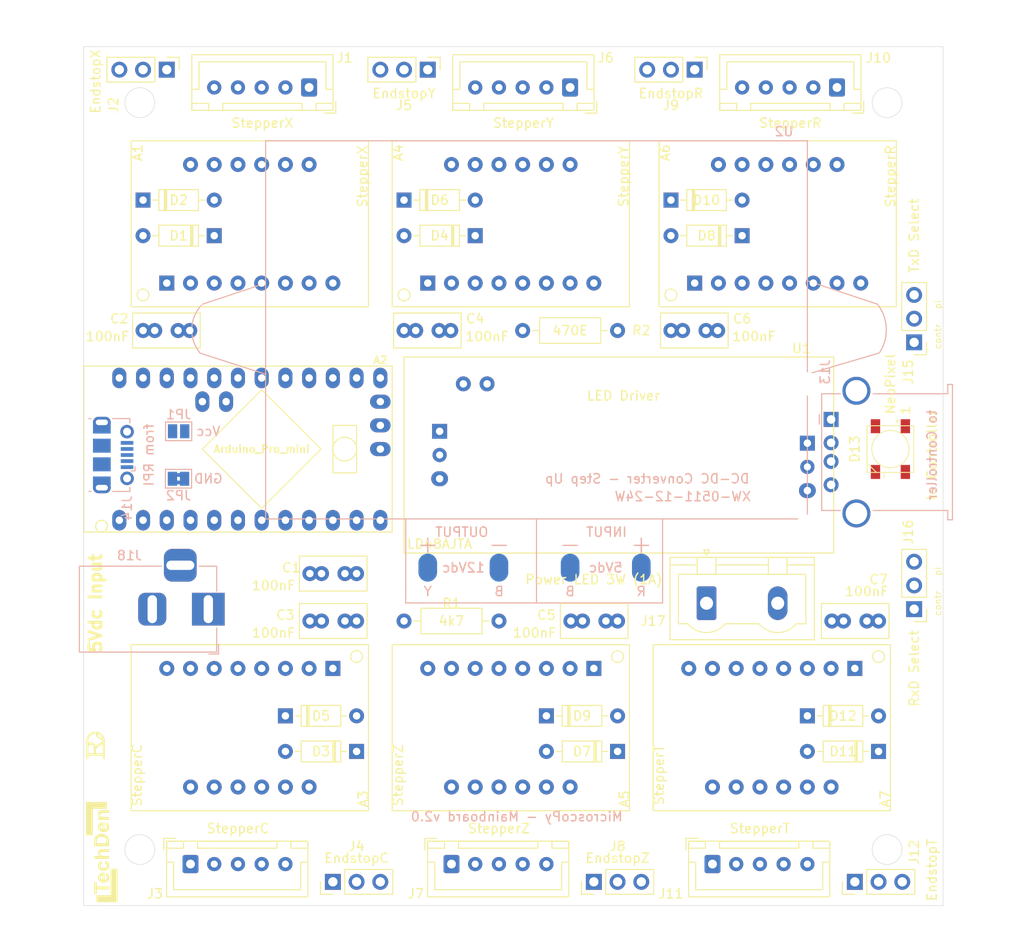
<source format=kicad_pcb>
(kicad_pcb (version 20171130) (host pcbnew "(5.1.5)-3")

  (general
    (thickness 1.6)
    (drawings 18)
    (tracks 0)
    (zones 0)
    (modules 53)
    (nets 66)
  )

  (page A4)
  (title_block
    (title "MicroscoPi - Mainboard")
    (date 2020-10-02)
    (rev v2.0)
    (company TechDen)
  )

  (layers
    (0 F.Cu signal)
    (31 B.Cu signal)
    (32 B.Adhes user)
    (33 F.Adhes user)
    (34 B.Paste user)
    (35 F.Paste user)
    (36 B.SilkS user)
    (37 F.SilkS user)
    (38 B.Mask user)
    (39 F.Mask user)
    (40 Dwgs.User user)
    (41 Cmts.User user)
    (42 Eco1.User user)
    (43 Eco2.User user)
    (44 Edge.Cuts user)
    (45 Margin user)
    (46 B.CrtYd user)
    (47 F.CrtYd user)
    (48 B.Fab user)
    (49 F.Fab user)
  )

  (setup
    (last_trace_width 0.25)
    (user_trace_width 0.3)
    (trace_clearance 0.2)
    (zone_clearance 0.508)
    (zone_45_only no)
    (trace_min 0.2)
    (via_size 0.8)
    (via_drill 0.4)
    (via_min_size 0.4)
    (via_min_drill 0.3)
    (user_via 1 0.6)
    (uvia_size 0.3)
    (uvia_drill 0.1)
    (uvias_allowed no)
    (uvia_min_size 0.2)
    (uvia_min_drill 0.1)
    (edge_width 0.05)
    (segment_width 0.2)
    (pcb_text_width 0.3)
    (pcb_text_size 1.5 1.5)
    (mod_edge_width 0.12)
    (mod_text_size 1 1)
    (mod_text_width 0.15)
    (pad_size 1.7 1.7)
    (pad_drill 1)
    (pad_to_mask_clearance 0.051)
    (solder_mask_min_width 0.25)
    (aux_axis_origin 0 0)
    (grid_origin 102.445 131.235)
    (visible_elements 7FFFF7FF)
    (pcbplotparams
      (layerselection 0x010fc_ffffffff)
      (usegerberextensions true)
      (usegerberattributes false)
      (usegerberadvancedattributes false)
      (creategerberjobfile false)
      (excludeedgelayer true)
      (linewidth 0.100000)
      (plotframeref false)
      (viasonmask false)
      (mode 1)
      (useauxorigin false)
      (hpglpennumber 1)
      (hpglpenspeed 20)
      (hpglpendiameter 15.000000)
      (psnegative false)
      (psa4output false)
      (plotreference true)
      (plotvalue true)
      (plotinvisibletext false)
      (padsonsilk false)
      (subtractmaskfromsilk false)
      (outputformat 1)
      (mirror false)
      (drillshape 0)
      (scaleselection 1)
      (outputdirectory "./gerber"))
  )

  (net 0 "")
  (net 1 /GPIO11)
  (net 2 /GPIO10)
  (net 3 /GPIO09)
  (net 4 /GPIO08)
  (net 5 /GPIOA1)
  (net 6 "Net-(A1-Pad13)")
  (net 7 "Net-(A1-Pad12)")
  (net 8 "Net-(A1-Pad11)")
  (net 9 "Net-(A1-Pad10)")
  (net 10 GND)
  (net 11 VCC)
  (net 12 /GPIOA3)
  (net 13 /GPIOA2)
  (net 14 /GPIO05)
  (net 15 /GPIO04)
  (net 16 /GPIO03)
  (net 17 /GPIO02)
  (net 18 "Net-(A3-Pad13)")
  (net 19 "Net-(A3-Pad12)")
  (net 20 "Net-(A3-Pad11)")
  (net 21 "Net-(A3-Pad10)")
  (net 22 "Net-(A4-Pad13)")
  (net 23 "Net-(A4-Pad12)")
  (net 24 "Net-(A4-Pad11)")
  (net 25 "Net-(A4-Pad10)")
  (net 26 "Net-(A5-Pad13)")
  (net 27 "Net-(A5-Pad12)")
  (net 28 "Net-(A5-Pad11)")
  (net 29 "Net-(A5-Pad10)")
  (net 30 "Net-(A6-Pad13)")
  (net 31 "Net-(A6-Pad12)")
  (net 32 "Net-(A6-Pad11)")
  (net 33 "Net-(A6-Pad10)")
  (net 34 "Net-(A7-Pad13)")
  (net 35 "Net-(A7-Pad12)")
  (net 36 "Net-(A7-Pad11)")
  (net 37 "Net-(A7-Pad10)")
  (net 38 "Net-(D2-Pad1)")
  (net 39 "Net-(D3-Pad1)")
  (net 40 "Net-(D6-Pad1)")
  (net 41 "Net-(D7-Pad1)")
  (net 42 "Net-(D10-Pad1)")
  (net 43 "Net-(D11-Pad1)")
  (net 44 /RxD)
  (net 45 /TxD)
  (net 46 /RxD_Contr)
  (net 47 /TxD_Contr)
  (net 48 /TxD_RPI)
  (net 49 /RxD_RPI)
  (net 50 "Net-(J14-Pad1)")
  (net 51 "Net-(J14-Pad6)")
  (net 52 /GPIO07)
  (net 53 "Net-(D13-Pad4)")
  (net 54 /GPIO06)
  (net 55 "Net-(J17-Pad2)")
  (net 56 "Net-(J17-Pad1)")
  (net 57 +12V)
  (net 58 "Net-(J14-Pad5)")
  (net 59 "Net-(D1-Pad2)")
  (net 60 "Net-(D4-Pad2)")
  (net 61 "Net-(D5-Pad2)")
  (net 62 "Net-(D8-Pad2)")
  (net 63 "Net-(D9-Pad2)")
  (net 64 "Net-(D12-Pad2)")
  (net 65 +5V)

  (net_class Default "This is the default net class."
    (clearance 0.2)
    (trace_width 0.25)
    (via_dia 0.8)
    (via_drill 0.4)
    (uvia_dia 0.3)
    (uvia_drill 0.1)
    (add_net /GPIO02)
    (add_net /GPIO03)
    (add_net /GPIO04)
    (add_net /GPIO05)
    (add_net /GPIO06)
    (add_net /GPIO07)
    (add_net /GPIO08)
    (add_net /GPIO09)
    (add_net /GPIO10)
    (add_net /GPIO11)
    (add_net /GPIOA1)
    (add_net /GPIOA2)
    (add_net /GPIOA3)
    (add_net /RxD)
    (add_net /RxD_Contr)
    (add_net /RxD_RPI)
    (add_net /TxD)
    (add_net /TxD_Contr)
    (add_net /TxD_RPI)
    (add_net "Net-(A1-Pad10)")
    (add_net "Net-(A1-Pad11)")
    (add_net "Net-(A1-Pad12)")
    (add_net "Net-(A1-Pad13)")
    (add_net "Net-(A3-Pad10)")
    (add_net "Net-(A3-Pad11)")
    (add_net "Net-(A3-Pad12)")
    (add_net "Net-(A3-Pad13)")
    (add_net "Net-(A4-Pad10)")
    (add_net "Net-(A4-Pad11)")
    (add_net "Net-(A4-Pad12)")
    (add_net "Net-(A4-Pad13)")
    (add_net "Net-(A5-Pad10)")
    (add_net "Net-(A5-Pad11)")
    (add_net "Net-(A5-Pad12)")
    (add_net "Net-(A5-Pad13)")
    (add_net "Net-(A6-Pad10)")
    (add_net "Net-(A6-Pad11)")
    (add_net "Net-(A6-Pad12)")
    (add_net "Net-(A6-Pad13)")
    (add_net "Net-(A7-Pad10)")
    (add_net "Net-(A7-Pad11)")
    (add_net "Net-(A7-Pad12)")
    (add_net "Net-(A7-Pad13)")
    (add_net "Net-(D1-Pad2)")
    (add_net "Net-(D10-Pad1)")
    (add_net "Net-(D11-Pad1)")
    (add_net "Net-(D12-Pad2)")
    (add_net "Net-(D13-Pad4)")
    (add_net "Net-(D2-Pad1)")
    (add_net "Net-(D3-Pad1)")
    (add_net "Net-(D4-Pad2)")
    (add_net "Net-(D5-Pad2)")
    (add_net "Net-(D6-Pad1)")
    (add_net "Net-(D7-Pad1)")
    (add_net "Net-(D8-Pad2)")
    (add_net "Net-(D9-Pad2)")
    (add_net "Net-(J14-Pad1)")
    (add_net "Net-(J14-Pad5)")
    (add_net "Net-(J14-Pad6)")
    (add_net "Net-(J17-Pad1)")
    (add_net "Net-(J17-Pad2)")
  )

  (net_class Power ""
    (clearance 0.3)
    (trace_width 0.3)
    (via_dia 1)
    (via_drill 0.6)
    (uvia_dia 0.3)
    (uvia_drill 0.1)
    (add_net +12V)
    (add_net +5V)
    (add_net GND)
    (add_net VCC)
  )

  (module LED_SMD:LED_WS2812B_PLCC4_5.0x5.0mm_P3.2mm (layer F.Cu) (tedit 5F7E1A12) (tstamp 5F44A11E)
    (at 188.805 82.34 270)
    (descr https://cdn-shop.adafruit.com/datasheets/WS2812B.pdf)
    (tags "LED RGB NeoPixel")
    (path /5F315A83)
    (attr smd)
    (fp_text reference D13 (at 0 3.81 90) (layer F.SilkS)
      (effects (font (size 1 1) (thickness 0.15)))
    )
    (fp_text value WS2812B (at 0 0 90) (layer F.Fab)
      (effects (font (size 1 1) (thickness 0.15)))
    )
    (fp_text user - (at 2.9 0.7 90) (layer F.SilkS)
      (effects (font (size 0.5 0.5) (thickness 0.1)))
    )
    (fp_text user + (at -3 -0.7 90) (layer F.SilkS)
      (effects (font (size 0.5 0.5) (thickness 0.1)))
    )
    (fp_circle (center 0 0) (end 2 0) (layer F.SilkS) (width 0.1))
    (fp_line (start 2.5 -2.5) (end -2.5 -2.5) (layer F.SilkS) (width 0.1))
    (fp_line (start 2.5 2.5) (end 2.5 -2.5) (layer F.SilkS) (width 0.1))
    (fp_line (start -2.5 2.5) (end 2.5 2.5) (layer F.SilkS) (width 0.1))
    (fp_line (start -2.5 -2.5) (end -2.5 2.5) (layer F.SilkS) (width 0.1))
    (fp_line (start 2.5 1.5) (end 1.5 2.5) (layer F.SilkS) (width 0.1))
    (fp_line (start -3.45 -2.75) (end -3.45 2.75) (layer F.CrtYd) (width 0.05))
    (fp_line (start -3.45 2.75) (end 3.45 2.75) (layer F.CrtYd) (width 0.05))
    (fp_line (start 3.45 2.75) (end 3.45 -2.75) (layer F.CrtYd) (width 0.05))
    (fp_line (start 3.45 -2.75) (end -3.45 -2.75) (layer F.CrtYd) (width 0.05))
    (fp_text user %R (at 0 0 90) (layer F.Fab)
      (effects (font (size 0.8 0.8) (thickness 0.15)))
    )
    (fp_text user 1 (at -4.15 -1.6 90) (layer F.SilkS)
      (effects (font (size 1 1) (thickness 0.15)))
    )
    (fp_text user NeoPixel (at -6.985 0 90) (layer F.SilkS)
      (effects (font (size 1 1) (thickness 0.15)))
    )
    (pad 1 smd rect (at -2.45 -1.6 270) (size 1.5 1) (layers F.Cu F.Paste F.Mask)
      (net 65 +5V))
    (pad 2 smd rect (at -2.45 1.6 270) (size 1.5 1) (layers F.Cu F.Paste F.Mask))
    (pad 4 smd rect (at 2.45 -1.6 270) (size 1.5 1) (layers F.Cu F.Paste F.Mask)
      (net 53 "Net-(D13-Pad4)"))
    (pad 3 smd rect (at 2.45 1.6 270) (size 1.5 1) (layers F.Cu F.Paste F.Mask)
      (net 10 GND))
    (model ${KISYS3DMOD}/LED_SMD.3dshapes/LED_WS2812B_PLCC4_5.0x5.0mm_P3.2mm.wrl
      (at (xyz 0 0 0))
      (scale (xyz 1 1 1))
      (rotate (xyz 0 0 0))
    )
  )

  (module Module:LD48AJTA (layer F.Cu) (tedit 5F7E164C) (tstamp 5F45AFBE)
    (at 136.735 82.975)
    (descr "Led Driver LD48AJTA")
    (tags "LED Driver")
    (path /5F45AA4A)
    (fp_text reference U1 (at 42.545 -11.43) (layer F.SilkS)
      (effects (font (size 1 1) (thickness 0.15)))
    )
    (fp_text value LD48AJTA (at 3.81 9.525) (layer F.SilkS)
      (effects (font (size 1 1) (thickness 0.15)))
    )
    (fp_line (start 0 0) (end 46 0) (layer F.Fab) (width 0.12))
    (fp_line (start 46 -10.5) (end 46 10.5) (layer F.CrtYd) (width 0.12))
    (fp_line (start 0 -10.5) (end 46 -10.5) (layer F.CrtYd) (width 0.12))
    (fp_line (start 0 10.5) (end 0 -10.5) (layer F.CrtYd) (width 0.12))
    (fp_line (start 46 10.5) (end 0 10.5) (layer F.CrtYd) (width 0.12))
    (fp_line (start 0 10.5) (end 0 -10.5) (layer F.SilkS) (width 0.12))
    (fp_line (start 46 10.5) (end 0 10.5) (layer F.SilkS) (width 0.12))
    (fp_line (start 46 -10.5) (end 46 10.5) (layer F.SilkS) (width 0.12))
    (fp_line (start 0 -10.5) (end 46 -10.5) (layer F.SilkS) (width 0.12))
    (fp_text user "LED Driver" (at 23.495 -6.35) (layer F.SilkS)
      (effects (font (size 1 1) (thickness 0.15)))
    )
    (pad "" np_thru_hole circle (at 3.81 0) (size 1.524 1.524) (drill 0.762) (layers *.Cu *.Mask))
    (pad "" np_thru_hole circle (at 43.18 1.27) (size 1.524 1.524) (drill 0.762) (layers *.Cu *.Mask))
    (pad "" np_thru_hole circle (at 43.18 7.62) (size 2.5 2.5) (drill 2.5) (layers *.Cu *.Mask))
    (pad "" np_thru_hole circle (at 43.18 -7.62) (size 2.5 2.5) (drill 2.5) (layers *.Cu *.Mask))
    (pad "" np_thru_hole circle (at 2.54 -7.62) (size 2.5 2.5) (drill 2.5) (layers *.Cu *.Mask))
    (pad 6 thru_hole oval (at 8.89 -7.62) (size 1.6 1.6) (drill 0.8) (layers *.Cu *.Mask)
      (net 54 /GPIO06))
    (pad 5 thru_hole oval (at 6.35 -7.62) (size 1.6 1.6) (drill 0.8) (layers *.Cu *.Mask)
      (net 10 GND))
    (pad 4 thru_hole oval (at 43.18 3.81) (size 1.8 1.6) (drill 0.8) (layers *.Cu *.Mask)
      (net 55 "Net-(J17-Pad2)"))
    (pad 3 thru_hole rect (at 43.18 -1.27) (size 1.6 1.6) (drill 0.8) (layers *.Cu *.Mask)
      (net 56 "Net-(J17-Pad1)"))
    (pad 2 thru_hole oval (at 3.81 2.54) (size 1.8 1.6) (drill 0.8) (layers *.Cu *.Mask)
      (net 57 +12V))
    (pad 1 thru_hole rect (at 3.81 -2.54) (size 1.6 1.6) (drill 0.8) (layers *.Cu *.Mask)
      (net 10 GND))
    (model ${KISYS3DMOD}/Module.3dshapes/Pololu_Breakout-16_15.2x20.3mm.wrl
      (at (xyz 0 0 0))
      (scale (xyz 1 1 1))
      (rotate (xyz 0 0 0))
    )
  )

  (module Module:XW-0511-12-24W (layer B.Cu) (tedit 5F44107D) (tstamp 5F463292)
    (at 179.915 49.32 180)
    (descr "Led Driver LD48AJTA")
    (tags "LED Driver")
    (path /5F589974)
    (fp_text reference U2 (at 2.5 1) (layer B.SilkS)
      (effects (font (size 1 1) (thickness 0.15)) (justify mirror))
    )
    (fp_text value XW-0511-12-24W (at 13.335 -38.1) (layer B.SilkS)
      (effects (font (size 1 1) (thickness 0.15)) (justify mirror))
    )
    (fp_line (start 58 -25) (end 58 -40.5) (layer B.CrtYd) (width 0.12))
    (fp_line (start 15.5 -40.5) (end 0 -40.5) (layer B.CrtYd) (width 0.12))
    (fp_line (start 0 -25) (end 0 -40.5) (layer B.CrtYd) (width 0.12))
    (fp_line (start 43 -49.5) (end 43 -48) (layer B.CrtYd) (width 0.12))
    (fp_line (start 15.5 -49.5) (end 43 -49.5) (layer B.CrtYd) (width 0.12))
    (fp_line (start 15.5 -48) (end 15.5 -49.5) (layer B.CrtYd) (width 0.12))
    (fp_line (start 29 -48) (end 29 -49.5) (layer B.SilkS) (width 0.12))
    (fp_line (start 43 -49.5) (end 43 -48) (layer B.SilkS) (width 0.12))
    (fp_line (start 15.5 -49.5) (end 43 -49.5) (layer B.SilkS) (width 0.12))
    (fp_line (start 15.5 -48) (end 15.5 -49.5) (layer B.SilkS) (width 0.12))
    (fp_text user Y (at 40.64 -48.26) (layer B.SilkS)
      (effects (font (size 1 1) (thickness 0.15)) (justify mirror))
    )
    (fp_text user B (at 33 -48.26) (layer B.SilkS)
      (effects (font (size 1 1) (thickness 0.15)) (justify mirror))
    )
    (fp_text user B (at 25.4 -48.26 180) (layer B.SilkS)
      (effects (font (size 1 1) (thickness 0.15)) (justify mirror))
    )
    (fp_text user R (at 17.78 -48.26) (layer B.SilkS)
      (effects (font (size 1 1) (thickness 0.15)) (justify mirror))
    )
    (fp_text user 5Vdc (at 21.59 -45.72 180) (layer B.SilkS)
      (effects (font (size 1 1) (thickness 0.15)) (justify mirror))
    )
    (fp_text user 12Vdc (at 36.83 -45.72 180) (layer B.SilkS)
      (effects (font (size 1 1) (thickness 0.15)) (justify mirror))
    )
    (fp_text user + (at 40.64 -43.18) (layer B.SilkS)
      (effects (font (size 2 2) (thickness 0.15)) (justify mirror))
    )
    (fp_text user - (at 33 -43.18) (layer B.SilkS)
      (effects (font (size 2 2) (thickness 0.15)) (justify mirror))
    )
    (fp_text user - (at 25.4 -43.18 180) (layer B.SilkS)
      (effects (font (size 2 2) (thickness 0.15)) (justify mirror))
    )
    (fp_text user + (at 17.78 -43.18 180) (layer B.SilkS)
      (effects (font (size 2 2) (thickness 0.15)) (justify mirror))
    )
    (fp_line (start 29 -40.5) (end 29 -48) (layer B.SilkS) (width 0.12))
    (fp_line (start 43 -48) (end 43 -40.5) (layer B.SilkS) (width 0.12))
    (fp_line (start 15.5 -40.5) (end 15.5 -48) (layer B.SilkS) (width 0.12))
    (fp_text user OUTPUT (at 37 -41.91) (layer B.SilkS)
      (effects (font (size 1 1) (thickness 0.15)) (justify mirror))
    )
    (fp_text user INPUT (at 21.5 -41.91) (layer B.SilkS)
      (effects (font (size 1 1) (thickness 0.15)) (justify mirror))
    )
    (fp_line (start 43 -48) (end 43 -40.5) (layer B.CrtYd) (width 0.12))
    (fp_line (start 15.5 -40.5) (end 15.5 -48) (layer B.CrtYd) (width 0.12))
    (fp_line (start 29 -40.5) (end 29 0) (layer B.Fab) (width 0.12))
    (fp_line (start 66 -25) (end 58 -25) (layer B.CrtYd) (width 0.12))
    (fp_line (start 66 -15.25) (end 66 -25) (layer B.CrtYd) (width 0.12))
    (fp_line (start 58 -15.25) (end 66 -15.25) (layer B.CrtYd) (width 0.12))
    (fp_line (start -8.5 -25) (end 0 -25) (layer B.CrtYd) (width 0.12))
    (fp_line (start -8.5 -15) (end -8.5 -25) (layer B.CrtYd) (width 0.12))
    (fp_line (start 0 -15) (end -8.5 -15) (layer B.CrtYd) (width 0.12))
    (fp_line (start 0 -15) (end 0 0) (layer B.CrtYd) (width 0.12))
    (fp_line (start 58 -40.5) (end 43 -40.5) (layer B.CrtYd) (width 0.12))
    (fp_line (start 58 0) (end 58 -15.25) (layer B.CrtYd) (width 0.12))
    (fp_line (start 0 0) (end 58 0) (layer B.CrtYd) (width 0.12))
    (fp_line (start -7.703557 -22.719038) (end 0 -25) (layer B.SilkS) (width 0.12))
    (fp_line (start -7.499999 -17.500001) (end 0 -15) (layer B.SilkS) (width 0.12))
    (fp_arc (start -4 -20.25) (end -7.499999 -17.500001) (angle 71.84729411) (layer B.SilkS) (width 0.12))
    (fp_line (start 64.999999 -22.749999) (end 58 -25) (layer B.SilkS) (width 0.12))
    (fp_line (start 64.75 -17.5) (end 58 -15.25) (layer B.SilkS) (width 0.12))
    (fp_arc (start 62 -20.25) (end 64.999999 -22.749999) (angle 82.31601817) (layer B.SilkS) (width 0.12))
    (fp_line (start 58 -20.25) (end 62 -20.25) (layer B.Fab) (width 0.12))
    (fp_line (start 0 -20.25) (end -4 -20.25) (layer B.Fab) (width 0.12))
    (fp_line (start 0 -20.25) (end 58 -20.25) (layer B.Fab) (width 0.12))
    (fp_line (start 0 -40.5) (end 0 0) (layer B.SilkS) (width 0.12))
    (fp_line (start 58 -40.5) (end 0 -40.5) (layer B.SilkS) (width 0.12))
    (fp_line (start 58 0) (end 58 -40.5) (layer B.SilkS) (width 0.12))
    (fp_line (start 0 0) (end 58 0) (layer B.SilkS) (width 0.12))
    (fp_text user 5Vdc (at 21.59 -45.72) (layer B.SilkS)
      (effects (font (size 1 1) (thickness 0.15)) (justify mirror))
    )
    (fp_text user 12Vdc (at 36.83 -45.72) (layer B.SilkS)
      (effects (font (size 1 1) (thickness 0.15)) (justify mirror))
    )
    (fp_text user "DC-DC Converter - Step Up" (at 17.145 -36.195 180) (layer B.SilkS)
      (effects (font (size 1 1) (thickness 0.15)) (justify mirror))
    )
    (pad 4 smd oval (at 40.64 -45.72 180) (size 2 3) (layers B.Cu B.Mask)
      (net 57 +12V))
    (pad 1 smd oval (at 17.78 -45.72 180) (size 2 3) (layers B.Cu B.Mask)
      (net 11 VCC))
    (pad 3 smd oval (at 33.02 -45.72 180) (size 2 3) (layers B.Cu B.Mask)
      (net 10 GND))
    (pad 2 smd oval (at 25.4 -45.72 180) (size 2 3) (layers B.Cu B.Mask)
      (net 10 GND))
    (pad "" np_thru_hole circle (at 62 -20.25 180) (size 4.2 4.2) (drill 4.2) (layers *.Cu *.Mask))
    (pad "" np_thru_hole circle (at -4 -20.25 180) (size 4.2 4.2) (drill 4.2) (layers *.Cu *.Mask))
    (model ${KISYS3DMOD}/Module.3dshapes/Pololu_Breakout-16_15.2x20.3mm.wrl
      (at (xyz 0 0 0))
      (scale (xyz 1 1 1))
      (rotate (xyz 0 0 0))
    )
  )

  (module Lib-Footprint:Arduino_pro_mini_v2 (layer F.Cu) (tedit 5F43D7E9) (tstamp 5F438E45)
    (at 135.465 91.23 90)
    (descr "ARDUINO_PRO_MINI x 0,6\"")
    (tags "DIL ARDUINO PRO MINI | Aliexpress")
    (path /5F266E6C)
    (fp_text reference A2 (at 18.415 -1.27 180) (layer F.SilkS)
      (effects (font (size 0.8 0.8) (thickness 0.16)))
    )
    (fp_text value Arduino_Pro_mini (at 8.89 -13.97) (layer F.SilkS)
      (effects (font (size 0.8 0.8) (thickness 0.16)))
    )
    (fp_line (start 0 -33.02) (end 17.78 -33.02) (layer F.CrtYd) (width 0.12))
    (fp_circle (center 0.635 -31.115) (end 0.635 -30.48) (layer F.SilkS) (width 0.12))
    (fp_line (start 8.89 -7.62) (end 2.54 -13.97) (layer F.SilkS) (width 0.12))
    (fp_line (start 15.24 -13.97) (end 8.89 -7.62) (layer F.SilkS) (width 0.12))
    (fp_line (start 8.89 -20.32) (end 15.24 -13.97) (layer F.SilkS) (width 0.12))
    (fp_line (start 2.54 -13.97) (end 8.89 -20.32) (layer F.SilkS) (width 0.12))
    (fp_circle (center 8.89 -5.08) (end 10.16 -5.08) (layer F.SilkS) (width 0.12))
    (fp_line (start 6.35 -3.81) (end 6.35 -5.08) (layer F.SilkS) (width 0.12))
    (fp_line (start 11.43 -3.81) (end 6.35 -3.81) (layer F.SilkS) (width 0.12))
    (fp_line (start 11.43 -6.35) (end 11.43 -3.81) (layer F.SilkS) (width 0.12))
    (fp_line (start 6.35 -6.35) (end 11.43 -6.35) (layer F.SilkS) (width 0.12))
    (fp_line (start 6.35 -5.08) (end 6.35 -6.35) (layer F.SilkS) (width 0.12))
    (fp_line (start 17.78 -33.02) (end 0 -33.02) (layer F.Fab) (width 0.12))
    (fp_line (start 17.78 0) (end 17.78 -33.02) (layer F.Fab) (width 0.12))
    (fp_line (start 0 0) (end 17.78 0) (layer F.Fab) (width 0.12))
    (fp_line (start 0 -33.02) (end 0 0) (layer F.Fab) (width 0.12))
    (fp_line (start 17.78 0) (end 17.78 -33.02) (layer F.CrtYd) (width 0.12))
    (fp_line (start 0 0) (end 17.78 0) (layer F.CrtYd) (width 0.12))
    (fp_line (start 0 -33.02) (end 0 0) (layer F.CrtYd) (width 0.12))
    (fp_line (start 0 -33.02) (end 0 0) (layer F.SilkS) (width 0.12))
    (fp_line (start 17.78 -33.02) (end 0 -33.02) (layer F.SilkS) (width 0.12))
    (fp_line (start 17.78 0) (end 17.78 -33.02) (layer F.SilkS) (width 0.12))
    (fp_line (start 0 0) (end 17.78 0) (layer F.SilkS) (width 0.12))
    (pad 35 thru_hole oval (at 8.89 -1.27) (size 2.19964 1.50114) (drill 0.8001) (layers *.Cu *.Mask)
      (net 10 GND))
    (pad 34 thru_hole oval (at 11.43 -1.27) (size 2.19964 1.50114) (drill 0.8001) (layers *.Cu *.Mask))
    (pad 33 thru_hole oval (at 13.97 -1.27) (size 2.19964 1.50114) (drill 0.8001) (layers *.Cu *.Mask))
    (pad 31 thru_hole oval (at 13.97 -20.32) (size 1.50114 2.19964) (drill 0.8001) (layers *.Cu *.Mask))
    (pad 32 thru_hole oval (at 13.97 -17.78) (size 1.50114 2.19964) (drill 0.8001) (layers *.Cu *.Mask))
    (pad 24 thru_hole oval (at 16.51 -29.21) (size 1.50114 2.19964) (drill 0.8001) (layers *.Cu *.Mask)
      (net 11 VCC))
    (pad 23 thru_hole oval (at 16.51 -26.67) (size 1.50114 2.19964) (drill 0.8001) (layers *.Cu *.Mask)
      (net 10 GND))
    (pad 22 thru_hole oval (at 16.51 -24.13) (size 1.50114 2.19964) (drill 0.8001) (layers *.Cu *.Mask))
    (pad 21 thru_hole oval (at 16.51 -21.59) (size 1.50114 2.19964) (drill 0.8001) (layers *.Cu *.Mask)
      (net 65 +5V))
    (pad 20 thru_hole oval (at 16.51 -19.05) (size 1.50114 2.19964) (drill 0.8001) (layers *.Cu *.Mask)
      (net 12 /GPIOA3))
    (pad 19 thru_hole oval (at 16.51 -16.51) (size 1.50114 2.19964) (drill 0.8001) (layers *.Cu *.Mask)
      (net 13 /GPIOA2))
    (pad 18 thru_hole oval (at 16.51 -13.97) (size 1.50114 2.19964) (drill 0.8001) (layers *.Cu *.Mask)
      (net 5 /GPIOA1))
    (pad 17 thru_hole oval (at 16.51 -11.43) (size 1.50114 2.19964) (drill 0.8001) (layers *.Cu *.Mask))
    (pad 16 thru_hole oval (at 16.51 -8.89) (size 1.50114 2.19964) (drill 0.8001) (layers *.Cu *.Mask))
    (pad 15 thru_hole oval (at 16.51 -6.35) (size 1.50114 2.19964) (drill 0.8001) (layers *.Cu *.Mask))
    (pad 14 thru_hole oval (at 16.51 -3.81) (size 1.50114 2.19964) (drill 0.8001) (layers *.Cu *.Mask)
      (net 1 /GPIO11))
    (pad 13 thru_hole oval (at 16.51 -1.27) (size 1.50114 2.19964) (drill 0.8001) (layers *.Cu *.Mask)
      (net 2 /GPIO10))
    (pad 12 thru_hole oval (at 1.27 -1.27) (size 1.50114 2.19964) (drill 0.8001) (layers *.Cu *.Mask)
      (net 3 /GPIO09))
    (pad 11 thru_hole oval (at 1.27 -3.81) (size 1.50114 2.19964) (drill 0.8001) (layers *.Cu *.Mask)
      (net 4 /GPIO08))
    (pad 10 thru_hole oval (at 1.27 -6.35) (size 1.50114 2.19964) (drill 0.8001) (layers *.Cu *.Mask)
      (net 52 /GPIO07))
    (pad 9 thru_hole oval (at 1.27 -8.89) (size 1.50114 2.19964) (drill 0.8001) (layers *.Cu *.Mask)
      (net 54 /GPIO06))
    (pad 8 thru_hole oval (at 1.27 -11.43) (size 1.50114 2.19964) (drill 0.8001) (layers *.Cu *.Mask)
      (net 14 /GPIO05))
    (pad 7 thru_hole oval (at 1.27 -13.97) (size 1.50114 2.19964) (drill 0.8001) (layers *.Cu *.Mask)
      (net 15 /GPIO04))
    (pad 6 thru_hole oval (at 1.27 -16.51) (size 1.50114 2.19964) (drill 0.8001) (layers *.Cu *.Mask)
      (net 16 /GPIO03))
    (pad 5 thru_hole oval (at 1.27 -19.05) (size 1.50114 2.19964) (drill 0.8001) (layers *.Cu *.Mask)
      (net 17 /GPIO02))
    (pad 4 thru_hole oval (at 1.27 -21.59) (size 1.50114 2.19964) (drill 0.8001) (layers *.Cu *.Mask)
      (net 10 GND))
    (pad 3 thru_hole oval (at 1.27 -24.13) (size 1.50114 2.19964) (drill 0.8001) (layers *.Cu *.Mask))
    (pad 2 thru_hole oval (at 1.27 -26.67) (size 1.50114 2.19964) (drill 0.8001) (layers *.Cu *.Mask)
      (net 44 /RxD))
    (pad 1 thru_hole oval (at 1.27 -29.21) (size 1.50114 2.19964) (drill 0.8001) (layers *.Cu *.Mask)
      (net 45 /TxD))
    (model "${LIB3D}/Arduino Pro-Mini.stp"
      (offset (xyz 9 16.5 3.5))
      (scale (xyz 1 1 1))
      (rotate (xyz 180 0 -90))
    )
  )

  (module Jumper:SolderJumper-2_P1.3mm_Bridged2Bar_Pad1.0x1.5mm (layer B.Cu) (tedit 5C756A82) (tstamp 5F43EC2C)
    (at 112.59 85.515)
    (descr "SMD Solder Jumper, 1x1.5mm Pads, 0.3mm gap, bridged with 2 copper strips")
    (tags "solder jumper open")
    (path /5F446214)
    (attr virtual)
    (fp_text reference JP2 (at 0 1.8) (layer B.SilkS)
      (effects (font (size 1 1) (thickness 0.15)) (justify mirror))
    )
    (fp_text value GND (at 3.19 0) (layer B.SilkS)
      (effects (font (size 1 1) (thickness 0.15)) (justify mirror))
    )
    (fp_poly (pts (xy -0.25 0.6) (xy 0.25 0.6) (xy 0.25 0.2) (xy -0.25 0.2)) (layer B.Cu) (width 0))
    (fp_poly (pts (xy -0.25 -0.2) (xy 0.25 -0.2) (xy 0.25 -0.6) (xy -0.25 -0.6)) (layer B.Cu) (width 0))
    (fp_line (start 1.65 -1.25) (end -1.65 -1.25) (layer B.CrtYd) (width 0.05))
    (fp_line (start 1.65 -1.25) (end 1.65 1.25) (layer B.CrtYd) (width 0.05))
    (fp_line (start -1.65 1.25) (end -1.65 -1.25) (layer B.CrtYd) (width 0.05))
    (fp_line (start -1.65 1.25) (end 1.65 1.25) (layer B.CrtYd) (width 0.05))
    (fp_line (start -1.4 1) (end 1.4 1) (layer B.SilkS) (width 0.12))
    (fp_line (start 1.4 1) (end 1.4 -1) (layer B.SilkS) (width 0.12))
    (fp_line (start 1.4 -1) (end -1.4 -1) (layer B.SilkS) (width 0.12))
    (fp_line (start -1.4 -1) (end -1.4 1) (layer B.SilkS) (width 0.12))
    (pad 2 smd rect (at 0.65 0) (size 1 1.5) (layers B.Cu B.Mask)
      (net 58 "Net-(J14-Pad5)"))
    (pad 1 smd rect (at -0.65 0) (size 1 1.5) (layers B.Cu B.Mask)
      (net 10 GND))
  )

  (module Connector_Phoenix_GMSTB:PhoenixContact_GMSTBVA_2,5_2-G-7,62_1x02_P7.62mm_Vertical (layer F.Cu) (tedit 5B785048) (tstamp 5F43847D)
    (at 169.12 98.85)
    (descr "Generic Phoenix Contact connector footprint for: GMSTBVA_2,5/2-G-7,62; number of pins: 02; pin pitch: 7.62mm; Vertical || order number: 1766770 12A 630V")
    (tags "phoenix_contact connector GMSTBVA_01x02_G_7.62mm")
    (path /5F463322)
    (fp_text reference J17 (at -5.715 1.905) (layer F.SilkS)
      (effects (font (size 1 1) (thickness 0.15)))
    )
    (fp_text value "Power LED 3W (1A)" (at -12.065 -2.54) (layer F.SilkS)
      (effects (font (size 1 1) (thickness 0.15)))
    )
    (fp_text user %R (at 3.81 -4.1) (layer F.Fab)
      (effects (font (size 1 1) (thickness 0.15)))
    )
    (fp_line (start -0.5 -3.55) (end 0.5 -3.55) (layer F.Fab) (width 0.1))
    (fp_line (start 0 -2.55) (end -0.5 -3.55) (layer F.Fab) (width 0.1))
    (fp_line (start 0.5 -3.55) (end 0 -2.55) (layer F.Fab) (width 0.1))
    (fp_line (start -0.3 -5.71) (end 0.3 -5.71) (layer F.SilkS) (width 0.12))
    (fp_line (start 0 -5.11) (end -0.3 -5.71) (layer F.SilkS) (width 0.12))
    (fp_line (start 0.3 -5.71) (end 0 -5.11) (layer F.SilkS) (width 0.12))
    (fp_line (start 11.93 -5.3) (end -4.31 -5.3) (layer F.CrtYd) (width 0.05))
    (fp_line (start 11.93 4.3) (end 11.93 -5.3) (layer F.CrtYd) (width 0.05))
    (fp_line (start -4.31 4.3) (end 11.93 4.3) (layer F.CrtYd) (width 0.05))
    (fp_line (start -4.31 -5.3) (end -4.31 4.3) (layer F.CrtYd) (width 0.05))
    (fp_line (start 10.63 2.2) (end 9.62 2.2) (layer F.SilkS) (width 0.12))
    (fp_line (start 10.63 -3.1) (end 10.63 2.2) (layer F.SilkS) (width 0.12))
    (fp_line (start -3.01 -3.1) (end 10.63 -3.1) (layer F.SilkS) (width 0.12))
    (fp_line (start -3.01 2.2) (end -3.01 -3.1) (layer F.SilkS) (width 0.12))
    (fp_line (start -2 2.2) (end -3.01 2.2) (layer F.SilkS) (width 0.12))
    (fp_line (start 2 2.2) (end 5.62 2.2) (layer F.SilkS) (width 0.12))
    (fp_line (start 8.62 -3.1) (end 6.62 -3.1) (layer F.SilkS) (width 0.12))
    (fp_line (start 8.62 -4.91) (end 8.62 -3.1) (layer F.SilkS) (width 0.12))
    (fp_line (start 6.62 -4.91) (end 8.62 -4.91) (layer F.SilkS) (width 0.12))
    (fp_line (start 6.62 -3.1) (end 6.62 -4.91) (layer F.SilkS) (width 0.12))
    (fp_line (start 1 -3.1) (end -1 -3.1) (layer F.SilkS) (width 0.12))
    (fp_line (start 1 -4.91) (end 1 -3.1) (layer F.SilkS) (width 0.12))
    (fp_line (start -1 -4.91) (end 1 -4.91) (layer F.SilkS) (width 0.12))
    (fp_line (start -1 -3.1) (end -1 -4.91) (layer F.SilkS) (width 0.12))
    (fp_line (start 1 -4.1) (end 6.62 -4.1) (layer F.SilkS) (width 0.12))
    (fp_line (start 11.54 -4.1) (end 8.73 -4.1) (layer F.SilkS) (width 0.12))
    (fp_line (start -3.92 -4.1) (end -1.11 -4.1) (layer F.SilkS) (width 0.12))
    (fp_line (start 11.43 -4.8) (end -3.81 -4.8) (layer F.Fab) (width 0.1))
    (fp_line (start 11.43 3.8) (end 11.43 -4.8) (layer F.Fab) (width 0.1))
    (fp_line (start -3.81 3.8) (end 11.43 3.8) (layer F.Fab) (width 0.1))
    (fp_line (start -3.81 -4.8) (end -3.81 3.8) (layer F.Fab) (width 0.1))
    (fp_line (start 11.54 -4.91) (end -3.92 -4.91) (layer F.SilkS) (width 0.12))
    (fp_line (start 11.54 3.91) (end 11.54 -4.91) (layer F.SilkS) (width 0.12))
    (fp_line (start -3.92 3.91) (end 11.54 3.91) (layer F.SilkS) (width 0.12))
    (fp_line (start -3.92 -4.91) (end -3.92 3.91) (layer F.SilkS) (width 0.12))
    (fp_arc (start 7.62 0.55) (end 5.62 2.2) (angle -100.5) (layer F.SilkS) (width 0.12))
    (fp_arc (start 0 0.55) (end -2 2.2) (angle -100.5) (layer F.SilkS) (width 0.12))
    (pad 2 thru_hole oval (at 7.62 0) (size 2.1 3.6) (drill 1.4) (layers *.Cu *.Mask)
      (net 55 "Net-(J17-Pad2)"))
    (pad 1 thru_hole roundrect (at 0 0) (size 2.1 3.6) (drill 1.4) (layers *.Cu *.Mask) (roundrect_rratio 0.119048)
      (net 56 "Net-(J17-Pad1)"))
    (model ${KISYS3DMOD}/Connector_Phoenix_GMSTB.3dshapes/PhoenixContact_GMSTBVA_2,5_2-G-7,62_1x02_P7.62mm_Vertical.wrl
      (at (xyz 0 0 0))
      (scale (xyz 1 1 1))
      (rotate (xyz 0 0 0))
    )
  )

  (module Connector_BarrelJack:BarrelJack_Horizontal (layer B.Cu) (tedit 5F43AEEE) (tstamp 5F448EFC)
    (at 115.78 99.485)
    (descr "DC Barrel Jack")
    (tags "Power Jack")
    (path /5F5AD1A3)
    (fp_text reference J18 (at -8.45 -5.75) (layer B.SilkS)
      (effects (font (size 1 1) (thickness 0.15)) (justify mirror))
    )
    (fp_text value "Power Jack" (at -6.2 5.5) (layer B.Fab)
      (effects (font (size 1 1) (thickness 0.15)) (justify mirror))
    )
    (fp_line (start 0 4.5) (end -13.7 4.5) (layer B.Fab) (width 0.1))
    (fp_line (start 0.8 -4.5) (end 0.8 3.75) (layer B.Fab) (width 0.1))
    (fp_line (start -13.7 -4.5) (end 0.8 -4.5) (layer B.Fab) (width 0.1))
    (fp_line (start -13.7 4.5) (end -13.7 -4.5) (layer B.Fab) (width 0.1))
    (fp_line (start -10.2 4.5) (end -10.2 -4.5) (layer B.Fab) (width 0.1))
    (fp_line (start 0.9 4.6) (end 0.9 2) (layer B.SilkS) (width 0.12))
    (fp_line (start -13.8 4.6) (end 0.9 4.6) (layer B.SilkS) (width 0.12))
    (fp_line (start 0.9 -4.6) (end -1 -4.6) (layer B.SilkS) (width 0.12))
    (fp_line (start 0.9 -1.9) (end 0.9 -4.6) (layer B.SilkS) (width 0.12))
    (fp_line (start -13.8 -4.6) (end -13.8 4.6) (layer B.SilkS) (width 0.12))
    (fp_line (start -5 -4.6) (end -13.8 -4.6) (layer B.SilkS) (width 0.12))
    (fp_line (start -14 -4.75) (end -14 4.75) (layer B.CrtYd) (width 0.05))
    (fp_line (start -5 -4.75) (end -14 -4.75) (layer B.CrtYd) (width 0.05))
    (fp_line (start -5 -6.75) (end -5 -4.75) (layer B.CrtYd) (width 0.05))
    (fp_line (start -1 -6.75) (end -5 -6.75) (layer B.CrtYd) (width 0.05))
    (fp_line (start -1 -4.75) (end -1 -6.75) (layer B.CrtYd) (width 0.05))
    (fp_line (start 1 -4.75) (end -1 -4.75) (layer B.CrtYd) (width 0.05))
    (fp_line (start 1 -2) (end 1 -4.75) (layer B.CrtYd) (width 0.05))
    (fp_line (start 2 -2) (end 1 -2) (layer B.CrtYd) (width 0.05))
    (fp_line (start 2 2) (end 2 -2) (layer B.CrtYd) (width 0.05))
    (fp_line (start 1 2) (end 2 2) (layer B.CrtYd) (width 0.05))
    (fp_line (start 1 4.5) (end 1 2) (layer B.CrtYd) (width 0.05))
    (fp_line (start 1 4.75) (end -14 4.75) (layer B.CrtYd) (width 0.05))
    (fp_line (start 1 4.5) (end 1 4.75) (layer B.CrtYd) (width 0.05))
    (fp_line (start 0.05 4.8) (end 1.1 4.8) (layer B.SilkS) (width 0.12))
    (fp_line (start 1.1 3.75) (end 1.1 4.8) (layer B.SilkS) (width 0.12))
    (fp_line (start -0.003213 4.505425) (end 0.8 3.75) (layer B.Fab) (width 0.1))
    (fp_text user %R (at -3 2.95) (layer B.Fab)
      (effects (font (size 1 1) (thickness 0.15)) (justify mirror))
    )
    (fp_text user "5Vdc Input" (at -12.065 -0.635 270) (layer F.SilkS)
      (effects (font (size 1.3 1.3) (thickness 0.3)))
    )
    (pad 3 thru_hole roundrect (at -3 -4.7) (size 3.5 3.5) (drill oval 3 1) (layers *.Cu *.Mask) (roundrect_rratio 0.25))
    (pad 2 thru_hole roundrect (at -6 0) (size 3 3.5) (drill oval 1 3) (layers *.Cu *.Mask) (roundrect_rratio 0.25)
      (net 10 GND))
    (pad 1 thru_hole rect (at 0 0) (size 3.5 3.5) (drill oval 1 3) (layers *.Cu *.Mask)
      (net 11 VCC))
    (model ${KISYS3DMOD}/Connector_BarrelJack.3dshapes/BarrelJack_Horizontal.wrl
      (at (xyz 0 0 0))
      (scale (xyz 1 1 1))
      (rotate (xyz 0 0 0))
    )
    (model "C:/Users/Roland enof Anita/Dropbox/MyKiCad/Lib-3D/Barrel Jack CUI_DEVICES_PJ-002A.step"
      (offset (xyz -13.6 0 6.5))
      (scale (xyz 1 1 1))
      (rotate (xyz -90 0 180))
    )
  )

  (module Jumper:SolderJumper-2_P1.3mm_Open_Pad1.0x1.5mm (layer B.Cu) (tedit 5A3EABFC) (tstamp 5F315D0E)
    (at 112.605 80.435 180)
    (descr "SMD Solder Jumper, 1x1.5mm Pads, 0.3mm gap, open")
    (tags "solder jumper open")
    (path /5F3F81FD)
    (attr virtual)
    (fp_text reference JP1 (at 0 1.8) (layer B.SilkS)
      (effects (font (size 1 1) (thickness 0.15)) (justify mirror))
    )
    (fp_text value Vcc (at -3.175 0) (layer B.SilkS)
      (effects (font (size 1 1) (thickness 0.15)) (justify mirror))
    )
    (fp_line (start 1.65 -1.25) (end -1.65 -1.25) (layer B.CrtYd) (width 0.05))
    (fp_line (start 1.65 -1.25) (end 1.65 1.25) (layer B.CrtYd) (width 0.05))
    (fp_line (start -1.65 1.25) (end -1.65 -1.25) (layer B.CrtYd) (width 0.05))
    (fp_line (start -1.65 1.25) (end 1.65 1.25) (layer B.CrtYd) (width 0.05))
    (fp_line (start -1.4 1) (end 1.4 1) (layer B.SilkS) (width 0.12))
    (fp_line (start 1.4 1) (end 1.4 -1) (layer B.SilkS) (width 0.12))
    (fp_line (start 1.4 -1) (end -1.4 -1) (layer B.SilkS) (width 0.12))
    (fp_line (start -1.4 -1) (end -1.4 1) (layer B.SilkS) (width 0.12))
    (pad 1 smd rect (at -0.65 0 180) (size 1 1.5) (layers B.Cu B.Mask)
      (net 50 "Net-(J14-Pad1)"))
    (pad 2 smd rect (at 0.65 0 180) (size 1 1.5) (layers B.Cu B.Mask)
      (net 11 VCC))
  )

  (module Connector_PinHeader_2.54mm:PinHeader_1x03_P2.54mm_Vertical (layer F.Cu) (tedit 59FED5CC) (tstamp 5F438632)
    (at 184.995 128.695 90)
    (descr "Through hole straight pin header, 1x03, 2.54mm pitch, single row")
    (tags "Through hole pin header THT 1x03 2.54mm single row")
    (path /5F3D8B06)
    (fp_text reference J12 (at 3.175 6.35 90) (layer F.SilkS)
      (effects (font (size 1 1) (thickness 0.15)))
    )
    (fp_text value EndstopT (at 1.27 8.255 90) (layer F.SilkS)
      (effects (font (size 1 1) (thickness 0.15)))
    )
    (fp_text user %R (at 0 2.54) (layer F.Fab)
      (effects (font (size 1 1) (thickness 0.15)))
    )
    (fp_line (start 1.8 -1.8) (end -1.8 -1.8) (layer F.CrtYd) (width 0.05))
    (fp_line (start 1.8 6.85) (end 1.8 -1.8) (layer F.CrtYd) (width 0.05))
    (fp_line (start -1.8 6.85) (end 1.8 6.85) (layer F.CrtYd) (width 0.05))
    (fp_line (start -1.8 -1.8) (end -1.8 6.85) (layer F.CrtYd) (width 0.05))
    (fp_line (start -1.33 -1.33) (end 0 -1.33) (layer F.SilkS) (width 0.12))
    (fp_line (start -1.33 0) (end -1.33 -1.33) (layer F.SilkS) (width 0.12))
    (fp_line (start -1.33 1.27) (end 1.33 1.27) (layer F.SilkS) (width 0.12))
    (fp_line (start 1.33 1.27) (end 1.33 6.41) (layer F.SilkS) (width 0.12))
    (fp_line (start -1.33 1.27) (end -1.33 6.41) (layer F.SilkS) (width 0.12))
    (fp_line (start -1.33 6.41) (end 1.33 6.41) (layer F.SilkS) (width 0.12))
    (fp_line (start -1.27 -0.635) (end -0.635 -1.27) (layer F.Fab) (width 0.1))
    (fp_line (start -1.27 6.35) (end -1.27 -0.635) (layer F.Fab) (width 0.1))
    (fp_line (start 1.27 6.35) (end -1.27 6.35) (layer F.Fab) (width 0.1))
    (fp_line (start 1.27 -1.27) (end 1.27 6.35) (layer F.Fab) (width 0.1))
    (fp_line (start -0.635 -1.27) (end 1.27 -1.27) (layer F.Fab) (width 0.1))
    (pad 3 thru_hole oval (at 0 5.08 90) (size 1.7 1.7) (drill 1) (layers *.Cu *.Mask)
      (net 64 "Net-(D12-Pad2)"))
    (pad 2 thru_hole oval (at 0 2.54 90) (size 1.7 1.7) (drill 1) (layers *.Cu *.Mask)
      (net 10 GND))
    (pad 1 thru_hole rect (at 0 0 90) (size 1.7 1.7) (drill 1) (layers *.Cu *.Mask)
      (net 43 "Net-(D11-Pad1)"))
    (model ${KISYS3DMOD}/Connector_PinHeader_2.54mm.3dshapes/PinHeader_1x03_P2.54mm_Vertical.wrl
      (at (xyz 0 0 0))
      (scale (xyz 1 1 1))
      (rotate (xyz 0 0 0))
    )
  )

  (module Connector_PinHeader_2.54mm:PinHeader_1x03_P2.54mm_Vertical (layer F.Cu) (tedit 59FED5CC) (tstamp 5F436673)
    (at 167.85 41.7 270)
    (descr "Through hole straight pin header, 1x03, 2.54mm pitch, single row")
    (tags "Through hole pin header THT 1x03 2.54mm single row")
    (path /5F3DEE67)
    (fp_text reference J9 (at 3.81 2.54 180) (layer F.SilkS)
      (effects (font (size 1 1) (thickness 0.15)))
    )
    (fp_text value EndstopR (at 2.54 2.54 180) (layer F.SilkS)
      (effects (font (size 1 1) (thickness 0.15)))
    )
    (fp_text user %R (at 0 2.54) (layer F.Fab)
      (effects (font (size 1 1) (thickness 0.15)))
    )
    (fp_line (start 1.8 -1.8) (end -1.8 -1.8) (layer F.CrtYd) (width 0.05))
    (fp_line (start 1.8 6.85) (end 1.8 -1.8) (layer F.CrtYd) (width 0.05))
    (fp_line (start -1.8 6.85) (end 1.8 6.85) (layer F.CrtYd) (width 0.05))
    (fp_line (start -1.8 -1.8) (end -1.8 6.85) (layer F.CrtYd) (width 0.05))
    (fp_line (start -1.33 -1.33) (end 0 -1.33) (layer F.SilkS) (width 0.12))
    (fp_line (start -1.33 0) (end -1.33 -1.33) (layer F.SilkS) (width 0.12))
    (fp_line (start -1.33 1.27) (end 1.33 1.27) (layer F.SilkS) (width 0.12))
    (fp_line (start 1.33 1.27) (end 1.33 6.41) (layer F.SilkS) (width 0.12))
    (fp_line (start -1.33 1.27) (end -1.33 6.41) (layer F.SilkS) (width 0.12))
    (fp_line (start -1.33 6.41) (end 1.33 6.41) (layer F.SilkS) (width 0.12))
    (fp_line (start -1.27 -0.635) (end -0.635 -1.27) (layer F.Fab) (width 0.1))
    (fp_line (start -1.27 6.35) (end -1.27 -0.635) (layer F.Fab) (width 0.1))
    (fp_line (start 1.27 6.35) (end -1.27 6.35) (layer F.Fab) (width 0.1))
    (fp_line (start 1.27 -1.27) (end 1.27 6.35) (layer F.Fab) (width 0.1))
    (fp_line (start -0.635 -1.27) (end 1.27 -1.27) (layer F.Fab) (width 0.1))
    (pad 3 thru_hole oval (at 0 5.08 270) (size 1.7 1.7) (drill 1) (layers *.Cu *.Mask)
      (net 62 "Net-(D8-Pad2)"))
    (pad 2 thru_hole oval (at 0 2.54 270) (size 1.7 1.7) (drill 1) (layers *.Cu *.Mask)
      (net 10 GND))
    (pad 1 thru_hole rect (at 0 0 270) (size 1.7 1.7) (drill 1) (layers *.Cu *.Mask)
      (net 42 "Net-(D10-Pad1)"))
    (model ${KISYS3DMOD}/Connector_PinHeader_2.54mm.3dshapes/PinHeader_1x03_P2.54mm_Vertical.wrl
      (at (xyz 0 0 0))
      (scale (xyz 1 1 1))
      (rotate (xyz 0 0 0))
    )
  )

  (module Connector_PinHeader_2.54mm:PinHeader_1x03_P2.54mm_Vertical (layer F.Cu) (tedit 59FED5CC) (tstamp 5F43665C)
    (at 157.055 128.695 90)
    (descr "Through hole straight pin header, 1x03, 2.54mm pitch, single row")
    (tags "Through hole pin header THT 1x03 2.54mm single row")
    (path /5F3D6BBB)
    (fp_text reference J8 (at 3.81 2.54 180) (layer F.SilkS)
      (effects (font (size 1 1) (thickness 0.15)))
    )
    (fp_text value EndstopZ (at 2.54 2.54 180) (layer F.SilkS)
      (effects (font (size 1 1) (thickness 0.15)))
    )
    (fp_text user %R (at 0 2.54) (layer F.Fab)
      (effects (font (size 1 1) (thickness 0.15)))
    )
    (fp_line (start 1.8 -1.8) (end -1.8 -1.8) (layer F.CrtYd) (width 0.05))
    (fp_line (start 1.8 6.85) (end 1.8 -1.8) (layer F.CrtYd) (width 0.05))
    (fp_line (start -1.8 6.85) (end 1.8 6.85) (layer F.CrtYd) (width 0.05))
    (fp_line (start -1.8 -1.8) (end -1.8 6.85) (layer F.CrtYd) (width 0.05))
    (fp_line (start -1.33 -1.33) (end 0 -1.33) (layer F.SilkS) (width 0.12))
    (fp_line (start -1.33 0) (end -1.33 -1.33) (layer F.SilkS) (width 0.12))
    (fp_line (start -1.33 1.27) (end 1.33 1.27) (layer F.SilkS) (width 0.12))
    (fp_line (start 1.33 1.27) (end 1.33 6.41) (layer F.SilkS) (width 0.12))
    (fp_line (start -1.33 1.27) (end -1.33 6.41) (layer F.SilkS) (width 0.12))
    (fp_line (start -1.33 6.41) (end 1.33 6.41) (layer F.SilkS) (width 0.12))
    (fp_line (start -1.27 -0.635) (end -0.635 -1.27) (layer F.Fab) (width 0.1))
    (fp_line (start -1.27 6.35) (end -1.27 -0.635) (layer F.Fab) (width 0.1))
    (fp_line (start 1.27 6.35) (end -1.27 6.35) (layer F.Fab) (width 0.1))
    (fp_line (start 1.27 -1.27) (end 1.27 6.35) (layer F.Fab) (width 0.1))
    (fp_line (start -0.635 -1.27) (end 1.27 -1.27) (layer F.Fab) (width 0.1))
    (pad 3 thru_hole oval (at 0 5.08 90) (size 1.7 1.7) (drill 1) (layers *.Cu *.Mask)
      (net 63 "Net-(D9-Pad2)"))
    (pad 2 thru_hole oval (at 0 2.54 90) (size 1.7 1.7) (drill 1) (layers *.Cu *.Mask)
      (net 10 GND))
    (pad 1 thru_hole rect (at 0 0 90) (size 1.7 1.7) (drill 1) (layers *.Cu *.Mask)
      (net 41 "Net-(D7-Pad1)"))
    (model ${KISYS3DMOD}/Connector_PinHeader_2.54mm.3dshapes/PinHeader_1x03_P2.54mm_Vertical.wrl
      (at (xyz 0 0 0))
      (scale (xyz 1 1 1))
      (rotate (xyz 0 0 0))
    )
  )

  (module Connector_PinHeader_2.54mm:PinHeader_1x03_P2.54mm_Vertical (layer F.Cu) (tedit 59FED5CC) (tstamp 5F436C3C)
    (at 139.275 41.7 270)
    (descr "Through hole straight pin header, 1x03, 2.54mm pitch, single row")
    (tags "Through hole pin header THT 1x03 2.54mm single row")
    (path /5F3DCE6A)
    (fp_text reference J5 (at 3.81 2.54 180) (layer F.SilkS)
      (effects (font (size 1 1) (thickness 0.15)))
    )
    (fp_text value EndstopY (at 2.54 2.54 180) (layer F.SilkS)
      (effects (font (size 1 1) (thickness 0.15)))
    )
    (fp_text user %R (at 0 2.54) (layer F.Fab)
      (effects (font (size 1 1) (thickness 0.15)))
    )
    (fp_line (start 1.8 -1.8) (end -1.8 -1.8) (layer F.CrtYd) (width 0.05))
    (fp_line (start 1.8 6.85) (end 1.8 -1.8) (layer F.CrtYd) (width 0.05))
    (fp_line (start -1.8 6.85) (end 1.8 6.85) (layer F.CrtYd) (width 0.05))
    (fp_line (start -1.8 -1.8) (end -1.8 6.85) (layer F.CrtYd) (width 0.05))
    (fp_line (start -1.33 -1.33) (end 0 -1.33) (layer F.SilkS) (width 0.12))
    (fp_line (start -1.33 0) (end -1.33 -1.33) (layer F.SilkS) (width 0.12))
    (fp_line (start -1.33 1.27) (end 1.33 1.27) (layer F.SilkS) (width 0.12))
    (fp_line (start 1.33 1.27) (end 1.33 6.41) (layer F.SilkS) (width 0.12))
    (fp_line (start -1.33 1.27) (end -1.33 6.41) (layer F.SilkS) (width 0.12))
    (fp_line (start -1.33 6.41) (end 1.33 6.41) (layer F.SilkS) (width 0.12))
    (fp_line (start -1.27 -0.635) (end -0.635 -1.27) (layer F.Fab) (width 0.1))
    (fp_line (start -1.27 6.35) (end -1.27 -0.635) (layer F.Fab) (width 0.1))
    (fp_line (start 1.27 6.35) (end -1.27 6.35) (layer F.Fab) (width 0.1))
    (fp_line (start 1.27 -1.27) (end 1.27 6.35) (layer F.Fab) (width 0.1))
    (fp_line (start -0.635 -1.27) (end 1.27 -1.27) (layer F.Fab) (width 0.1))
    (pad 3 thru_hole oval (at 0 5.08 270) (size 1.7 1.7) (drill 1) (layers *.Cu *.Mask)
      (net 60 "Net-(D4-Pad2)"))
    (pad 2 thru_hole oval (at 0 2.54 270) (size 1.7 1.7) (drill 1) (layers *.Cu *.Mask)
      (net 10 GND))
    (pad 1 thru_hole rect (at 0 0 270) (size 1.7 1.7) (drill 1) (layers *.Cu *.Mask)
      (net 40 "Net-(D6-Pad1)"))
    (model ${KISYS3DMOD}/Connector_PinHeader_2.54mm.3dshapes/PinHeader_1x03_P2.54mm_Vertical.wrl
      (at (xyz 0 0 0))
      (scale (xyz 1 1 1))
      (rotate (xyz 0 0 0))
    )
  )

  (module Connector_PinHeader_2.54mm:PinHeader_1x03_P2.54mm_Vertical (layer F.Cu) (tedit 59FED5CC) (tstamp 5F436500)
    (at 111.335 41.7 270)
    (descr "Through hole straight pin header, 1x03, 2.54mm pitch, single row")
    (tags "Through hole pin header THT 1x03 2.54mm single row")
    (path /5F3DAD31)
    (fp_text reference J2 (at 3.81 5.715 90) (layer F.SilkS)
      (effects (font (size 1 1) (thickness 0.15)))
    )
    (fp_text value EndstopX (at 1.27 7.62 90) (layer F.SilkS)
      (effects (font (size 1 1) (thickness 0.15)))
    )
    (fp_text user %R (at 0 2.54) (layer F.Fab)
      (effects (font (size 1 1) (thickness 0.15)))
    )
    (fp_line (start 1.8 -1.8) (end -1.8 -1.8) (layer F.CrtYd) (width 0.05))
    (fp_line (start 1.8 6.85) (end 1.8 -1.8) (layer F.CrtYd) (width 0.05))
    (fp_line (start -1.8 6.85) (end 1.8 6.85) (layer F.CrtYd) (width 0.05))
    (fp_line (start -1.8 -1.8) (end -1.8 6.85) (layer F.CrtYd) (width 0.05))
    (fp_line (start -1.33 -1.33) (end 0 -1.33) (layer F.SilkS) (width 0.12))
    (fp_line (start -1.33 0) (end -1.33 -1.33) (layer F.SilkS) (width 0.12))
    (fp_line (start -1.33 1.27) (end 1.33 1.27) (layer F.SilkS) (width 0.12))
    (fp_line (start 1.33 1.27) (end 1.33 6.41) (layer F.SilkS) (width 0.12))
    (fp_line (start -1.33 1.27) (end -1.33 6.41) (layer F.SilkS) (width 0.12))
    (fp_line (start -1.33 6.41) (end 1.33 6.41) (layer F.SilkS) (width 0.12))
    (fp_line (start -1.27 -0.635) (end -0.635 -1.27) (layer F.Fab) (width 0.1))
    (fp_line (start -1.27 6.35) (end -1.27 -0.635) (layer F.Fab) (width 0.1))
    (fp_line (start 1.27 6.35) (end -1.27 6.35) (layer F.Fab) (width 0.1))
    (fp_line (start 1.27 -1.27) (end 1.27 6.35) (layer F.Fab) (width 0.1))
    (fp_line (start -0.635 -1.27) (end 1.27 -1.27) (layer F.Fab) (width 0.1))
    (pad 3 thru_hole oval (at 0 5.08 270) (size 1.7 1.7) (drill 1) (layers *.Cu *.Mask)
      (net 59 "Net-(D1-Pad2)"))
    (pad 2 thru_hole oval (at 0 2.54 270) (size 1.7 1.7) (drill 1) (layers *.Cu *.Mask)
      (net 10 GND))
    (pad 1 thru_hole rect (at 0 0 270) (size 1.7 1.7) (drill 1) (layers *.Cu *.Mask)
      (net 38 "Net-(D2-Pad1)"))
    (model ${KISYS3DMOD}/Connector_PinHeader_2.54mm.3dshapes/PinHeader_1x03_P2.54mm_Vertical.wrl
      (at (xyz 0 0 0))
      (scale (xyz 1 1 1))
      (rotate (xyz 0 0 0))
    )
  )

  (module Resistor_THT:R_Axial_DIN0207_L6.3mm_D2.5mm_P10.16mm_Horizontal (layer F.Cu) (tedit 5AE5139B) (tstamp 5F44437A)
    (at 149.435 69.64)
    (descr "Resistor, Axial_DIN0207 series, Axial, Horizontal, pin pitch=10.16mm, 0.25W = 1/4W, length*diameter=6.3*2.5mm^2, http://cdn-reichelt.de/documents/datenblatt/B400/1_4W%23YAG.pdf")
    (tags "Resistor Axial_DIN0207 series Axial Horizontal pin pitch 10.16mm 0.25W = 1/4W length 6.3mm diameter 2.5mm")
    (path /5F328A9A)
    (fp_text reference R2 (at 12.7 0) (layer F.SilkS)
      (effects (font (size 1 1) (thickness 0.15)))
    )
    (fp_text value 470E (at 5.08 0) (layer F.SilkS)
      (effects (font (size 1 1) (thickness 0.15)))
    )
    (fp_text user %R (at 5.08 0) (layer F.Fab)
      (effects (font (size 1 1) (thickness 0.15)))
    )
    (fp_line (start 11.21 -1.5) (end -1.05 -1.5) (layer F.CrtYd) (width 0.05))
    (fp_line (start 11.21 1.5) (end 11.21 -1.5) (layer F.CrtYd) (width 0.05))
    (fp_line (start -1.05 1.5) (end 11.21 1.5) (layer F.CrtYd) (width 0.05))
    (fp_line (start -1.05 -1.5) (end -1.05 1.5) (layer F.CrtYd) (width 0.05))
    (fp_line (start 9.12 0) (end 8.35 0) (layer F.SilkS) (width 0.12))
    (fp_line (start 1.04 0) (end 1.81 0) (layer F.SilkS) (width 0.12))
    (fp_line (start 8.35 -1.37) (end 1.81 -1.37) (layer F.SilkS) (width 0.12))
    (fp_line (start 8.35 1.37) (end 8.35 -1.37) (layer F.SilkS) (width 0.12))
    (fp_line (start 1.81 1.37) (end 8.35 1.37) (layer F.SilkS) (width 0.12))
    (fp_line (start 1.81 -1.37) (end 1.81 1.37) (layer F.SilkS) (width 0.12))
    (fp_line (start 10.16 0) (end 8.23 0) (layer F.Fab) (width 0.1))
    (fp_line (start 0 0) (end 1.93 0) (layer F.Fab) (width 0.1))
    (fp_line (start 8.23 -1.25) (end 1.93 -1.25) (layer F.Fab) (width 0.1))
    (fp_line (start 8.23 1.25) (end 8.23 -1.25) (layer F.Fab) (width 0.1))
    (fp_line (start 1.93 1.25) (end 8.23 1.25) (layer F.Fab) (width 0.1))
    (fp_line (start 1.93 -1.25) (end 1.93 1.25) (layer F.Fab) (width 0.1))
    (pad 2 thru_hole oval (at 10.16 0) (size 1.6 1.6) (drill 0.8) (layers *.Cu *.Mask)
      (net 53 "Net-(D13-Pad4)"))
    (pad 1 thru_hole circle (at 0 0) (size 1.6 1.6) (drill 0.8) (layers *.Cu *.Mask)
      (net 52 /GPIO07))
    (model ${KISYS3DMOD}/Resistor_THT.3dshapes/R_Axial_DIN0207_L6.3mm_D2.5mm_P10.16mm_Horizontal.wrl
      (at (xyz 0 0 0))
      (scale (xyz 1 1 1))
      (rotate (xyz 0 0 0))
    )
  )

  (module "Logo:RvD Logo inverted small" (layer F.Cu) (tedit 0) (tstamp 5F311BCD)
    (at 103.715 114.09 90)
    (path /5F4FC083)
    (fp_text reference L2 (at 0 0 90) (layer F.SilkS) hide
      (effects (font (size 1.524 1.524) (thickness 0.3)))
    )
    (fp_text value Logo-RvD (at 0.75 0 90) (layer F.SilkS) hide
      (effects (font (size 1.524 1.524) (thickness 0.3)))
    )
    (fp_poly (pts (xy 0.59182 -0.977227) (xy 0.6604 -0.963824) (xy 0.717225 -0.951967) (xy 0.766297 -0.93998)
      (xy 0.810009 -0.927176) (xy 0.850753 -0.91287) (xy 0.88138 -0.900497) (xy 0.969506 -0.857567)
      (xy 1.052187 -0.806349) (xy 1.128942 -0.747423) (xy 1.199287 -0.681369) (xy 1.262741 -0.608764)
      (xy 1.318821 -0.530189) (xy 1.367045 -0.446221) (xy 1.406929 -0.357441) (xy 1.437993 -0.264426)
      (xy 1.44963 -0.21844) (xy 1.459392 -0.171611) (xy 1.466228 -0.128564) (xy 1.470525 -0.08565)
      (xy 1.472671 -0.039218) (xy 1.4731 0.002406) (xy 1.468262 0.10286) (xy 1.453958 0.199694)
      (xy 1.430105 0.293188) (xy 1.39662 0.383619) (xy 1.35342 0.471265) (xy 1.31366 0.536762)
      (xy 1.255076 0.616729) (xy 1.189476 0.689444) (xy 1.117152 0.754716) (xy 1.038396 0.81235)
      (xy 0.953499 0.862155) (xy 0.862755 0.903938) (xy 0.766453 0.937506) (xy 0.67056 0.961512)
      (xy 0.61722 0.972486) (xy -1.45796 0.975572) (xy -1.45796 0.78232) (xy -1.08204 0.78232)
      (xy -0.84328 0.78232) (xy -0.33528 0.78232) (xy -0.264382 0.782296) (xy -0.196421 0.782229)
      (xy -0.132079 0.78212) (xy -0.072034 0.781973) (xy -0.016968 0.781791) (xy 0.03244 0.781578)
      (xy 0.075509 0.781336) (xy 0.11156 0.781069) (xy 0.139912 0.78078) (xy 0.159886 0.780472)
      (xy 0.1708 0.780148) (xy 0.17272 0.779941) (xy 0.170081 0.775282) (xy 0.162549 0.762973)
      (xy 0.150697 0.743926) (xy 0.135096 0.719054) (xy 0.116322 0.68927) (xy 0.094947 0.655487)
      (xy 0.071544 0.618619) (xy 0.061313 0.602534) (xy 0.010826 0.523528) (xy -0.034891 0.452748)
      (xy -0.076259 0.389684) (xy -0.113701 0.33383) (xy -0.14764 0.284678) (xy -0.178498 0.24172)
      (xy -0.206698 0.20445) (xy -0.232662 0.172358) (xy -0.256812 0.144938) (xy -0.279571 0.121682)
      (xy -0.301362 0.102082) (xy -0.322607 0.085631) (xy -0.343728 0.071822) (xy -0.365148 0.060145)
      (xy -0.387289 0.050095) (xy -0.40386 0.0436) (xy -0.4445 0.02854) (xy -0.84328 0.024496)
      (xy -0.84328 0.78232) (xy -1.08204 0.78232) (xy -1.08204 0.006157) (xy -0.14842 0.006157)
      (xy -0.109844 0.027208) (xy -0.07244 0.049112) (xy -0.039637 0.071965) (xy -0.008704 0.09797)
      (xy 0.023089 0.129332) (xy 0.042108 0.14986) (xy 0.08775 0.202155) (xy 0.127691 0.252076)
      (xy 0.1646 0.30301) (xy 0.176181 0.32004) (xy 0.183035 0.330459) (xy 0.19467 0.34837)
      (xy 0.210399 0.372703) (xy 0.229535 0.402387) (xy 0.251391 0.436352) (xy 0.275281 0.473526)
      (xy 0.300517 0.512839) (xy 0.326413 0.553221) (xy 0.352282 0.593599) (xy 0.377437 0.632905)
      (xy 0.40119 0.670066) (xy 0.422856 0.704013) (xy 0.441747 0.733674) (xy 0.457177 0.757979)
      (xy 0.460722 0.763582) (xy 0.46992 0.776016) (xy 0.478318 0.781136) (xy 0.486571 0.781362)
      (xy 0.489546 0.780347) (xy 0.493308 0.777561) (xy 0.498221 0.772449) (xy 0.504648 0.764454)
      (xy 0.512954 0.75302) (xy 0.51532 0.749559) (xy 0.70104 0.749559) (xy 0.702438 0.751383)
      (xy 0.707673 0.751097) (xy 0.7183 0.748323) (xy 0.735876 0.742685) (xy 0.752157 0.737172)
      (xy 0.830701 0.705121) (xy 0.905656 0.664292) (xy 0.97605 0.615525) (xy 1.040914 0.559661)
      (xy 1.09928 0.49754) (xy 1.150178 0.430003) (xy 1.192637 0.357891) (xy 1.195085 0.35306)
      (xy 1.203741 0.334777) (xy 1.213515 0.31251) (xy 1.223563 0.288395) (xy 1.233039 0.264568)
      (xy 1.241099 0.243163) (xy 1.246897 0.226317) (xy 1.249588 0.216165) (xy 1.24968 0.215075)
      (xy 1.244874 0.214335) (xy 1.231549 0.213873) (xy 1.21134 0.213705) (xy 1.185885 0.213847)
      (xy 1.16205 0.21421) (xy 1.129939 0.214904) (xy 1.106074 0.215739) (xy 1.088541 0.216973)
      (xy 1.075428 0.218867) (xy 1.064821 0.22168) (xy 1.054807 0.225671) (xy 1.045717 0.229995)
      (xy 1.027822 0.240537) (xy 1.011879 0.25289) (xy 1.004065 0.261068) (xy 0.999351 0.268029)
      (xy 0.990084 0.282406) (xy 0.976851 0.303253) (xy 0.960236 0.329624) (xy 0.940828 0.360575)
      (xy 0.919211 0.395161) (xy 0.895973 0.432435) (xy 0.8717 0.471453) (xy 0.846979 0.51127)
      (xy 0.822395 0.55094) (xy 0.798535 0.589517) (xy 0.775985 0.626058) (xy 0.755333 0.659616)
      (xy 0.737163 0.689246) (xy 0.722063 0.714002) (xy 0.710619 0.732941) (xy 0.703418 0.745115)
      (xy 0.70104 0.749559) (xy 0.51532 0.749559) (xy 0.523502 0.737593) (xy 0.536655 0.717616)
      (xy 0.552779 0.692534) (xy 0.572236 0.661792) (xy 0.595389 0.624832) (xy 0.622604 0.581101)
      (xy 0.654243 0.530041) (xy 0.690671 0.471098) (xy 0.70709 0.4445) (xy 0.750289 0.374646)
      (xy 0.788476 0.313216) (xy 0.821843 0.25991) (xy 0.850586 0.214427) (xy 0.874896 0.176466)
      (xy 0.894969 0.145726) (xy 0.910996 0.121907) (xy 0.923173 0.104709) (xy 0.931692 0.093829)
      (xy 0.935168 0.090174) (xy 0.946374 0.080759) (xy 0.957656 0.07323) (xy 0.970279 0.067378)
      (xy 0.985504 0.062997) (xy 1.004595 0.059878) (xy 1.028815 0.057814) (xy 1.059427 0.056598)
      (xy 1.097694 0.056023) (xy 1.143922 0.05588) (xy 1.28016 0.05588) (xy 1.279999 0.00381)
      (xy 1.274858 -0.084994) (xy 1.260282 -0.171268) (xy 1.236706 -0.254394) (xy 1.204566 -0.333754)
      (xy 1.164296 -0.40873) (xy 1.116333 -0.478704) (xy 1.061111 -0.543058) (xy 0.999066 -0.601175)
      (xy 0.930634 -0.652435) (xy 0.85625 -0.696221) (xy 0.776349 -0.731916) (xy 0.756532 -0.739163)
      (xy 0.728012 -0.748915) (xy 0.70244 -0.756922) (xy 0.678345 -0.763374) (xy 0.654253 -0.768461)
      (xy 0.628693 -0.772372) (xy 0.600193 -0.775297) (xy 0.56728 -0.777426) (xy 0.528482 -0.778948)
      (xy 0.482327 -0.780054) (xy 0.43307 -0.780853) (xy 0.383922 -0.781471) (xy 0.344154 -0.78176)
      (xy 0.312991 -0.781668) (xy 0.289657 -0.781143) (xy 0.273374 -0.780132) (xy 0.263369 -0.778585)
      (xy 0.258864 -0.776448) (xy 0.259083 -0.77367) (xy 0.263251 -0.770198) (xy 0.264296 -0.769536)
      (xy 0.269122 -0.763413) (xy 0.276949 -0.750137) (xy 0.286687 -0.731855) (xy 0.297249 -0.710717)
      (xy 0.307544 -0.68887) (xy 0.316484 -0.668461) (xy 0.320122 -0.659424) (xy 0.334634 -0.611983)
      (xy 0.344416 -0.558446) (xy 0.349143 -0.501874) (xy 0.348491 -0.445326) (xy 0.345871 -0.41656)
      (xy 0.342262 -0.391388) (xy 0.337668 -0.365853) (xy 0.332595 -0.342169) (xy 0.327545 -0.322549)
      (xy 0.323024 -0.309206) (xy 0.320408 -0.304754) (xy 0.316759 -0.299222) (xy 0.310014 -0.287234)
      (xy 0.301817 -0.271734) (xy 0.268081 -0.215912) (xy 0.227784 -0.167269) (xy 0.17969 -0.124329)
      (xy 0.175635 -0.121222) (xy 0.152287 -0.104108) (xy 0.128091 -0.087356) (xy 0.106131 -0.07305)
      (xy 0.09144 -0.064322) (xy 0.062402 -0.050411) (xy 0.027071 -0.036548) (xy -0.010764 -0.02403)
      (xy -0.047312 -0.014156) (xy -0.066803 -0.010086) (xy -0.088858 -0.005994) (xy -0.111298 -0.001621)
      (xy -0.12374 0.000929) (xy -0.14842 0.006157) (xy -1.08204 0.006157) (xy -1.08204 -0.176884)
      (xy -0.84328 -0.176884) (xy -0.52959 -0.179243) (xy -0.464762 -0.179748) (xy -0.409225 -0.180233)
      (xy -0.362108 -0.18073) (xy -0.322543 -0.181268) (xy -0.28966 -0.18188) (xy -0.26259 -0.182595)
      (xy -0.240463 -0.183444) (xy -0.22241 -0.184458) (xy -0.207561 -0.185668) (xy -0.195047 -0.187104)
      (xy -0.183998 -0.188796) (xy -0.173546 -0.190777) (xy -0.16764 -0.19202) (xy -0.121857 -0.202767)
      (xy -0.084288 -0.213787) (xy -0.05301 -0.225979) (xy -0.026097 -0.24024) (xy -0.001623 -0.257469)
      (xy 0.022337 -0.278563) (xy 0.026448 -0.28255) (xy 0.052864 -0.314006) (xy 0.075751 -0.351971)
      (xy 0.09324 -0.392928) (xy 0.101827 -0.42418) (xy 0.10513 -0.452862) (xy 0.105281 -0.487056)
      (xy 0.10251 -0.522694) (xy 0.097045 -0.555708) (xy 0.093671 -0.56896) (xy 0.075423 -0.613802)
      (xy 0.048288 -0.653927) (xy 0.012209 -0.689394) (xy -0.032874 -0.720261) (xy -0.082219 -0.744589)
      (xy -0.095279 -0.749827) (xy -0.108411 -0.754361) (xy -0.122422 -0.758241) (xy -0.138121 -0.761517)
      (xy -0.156317 -0.764239) (xy -0.177817 -0.766457) (xy -0.203429 -0.768223) (xy -0.233964 -0.769587)
      (xy -0.270227 -0.770598) (xy -0.313029 -0.771307) (xy -0.363177 -0.771765) (xy -0.421479 -0.772022)
      (xy -0.488744 -0.772128) (xy -0.52451 -0.77214) (xy -0.84328 -0.77216) (xy -0.84328 -0.176884)
      (xy -1.08204 -0.176884) (xy -1.08204 -0.78232) (xy -1.45796 -0.78232) (xy -1.45796 -0.980857)
      (xy 0.59182 -0.977227)) (layer F.SilkS) (width 0.01))
  )

  (module "Logo:TechDen Logo - inverted" (layer F.Cu) (tedit 0) (tstamp 5F45209A)
    (at 104.35 125.52 90)
    (path /5F4FBD27)
    (fp_text reference L1 (at 0 0 90) (layer F.SilkS) hide
      (effects (font (size 1.524 1.524) (thickness 0.3)))
    )
    (fp_text value Logo-TechDen (at 0.75 0 90) (layer F.SilkS) hide
      (effects (font (size 1.524 1.524) (thickness 0.3)))
    )
    (fp_poly (pts (xy 5.37464 0.57912) (xy 4.65328 0.57912) (xy 4.65328 -0.93472) (xy 1.80848 -0.93472)
      (xy 1.80848 -1.66624) (xy 5.37464 -1.66624) (xy 5.37464 0.57912)) (layer F.SilkS) (width 0.01))
    (fp_poly (pts (xy 4.19681 -0.367929) (xy 4.241267 -0.361603) (xy 4.281519 -0.349805) (xy 4.29006 -0.346564)
      (xy 4.320612 -0.33351) (xy 4.341757 -0.322418) (xy 4.34848 -0.316421) (xy 4.35635 -0.306955)
      (xy 4.375663 -0.293176) (xy 4.379334 -0.290955) (xy 4.40238 -0.271603) (xy 4.428527 -0.241688)
      (xy 4.451851 -0.208826) (xy 4.466428 -0.180631) (xy 4.467345 -0.1778) (xy 4.476653 -0.145054)
      (xy 4.48431 -0.115018) (xy 4.490479 -0.085307) (xy 4.495322 -0.053538) (xy 4.499001 -0.017327)
      (xy 4.501679 0.02571) (xy 4.503516 0.077958) (xy 4.504676 0.1418) (xy 4.50532 0.21962)
      (xy 4.50561 0.313803) (xy 4.505687 0.38608) (xy 4.50596 0.79756) (xy 4.208418 0.80317)
      (xy 4.203347 0.419365) (xy 4.201879 0.328287) (xy 4.200001 0.2434) (xy 4.1978 0.167083)
      (xy 4.195364 0.101717) (xy 4.192781 0.049683) (xy 4.19014 0.013359) (xy 4.187693 -0.004294)
      (xy 4.166501 -0.056316) (xy 4.132341 -0.095187) (xy 4.094272 -0.11938) (xy 4.034875 -0.13923)
      (xy 3.974913 -0.139325) (xy 3.916412 -0.120063) (xy 3.861397 -0.081844) (xy 3.850432 -0.071402)
      (xy 3.832395 -0.052899) (xy 3.817539 -0.035518) (xy 3.805521 -0.01712) (xy 3.795997 0.004431)
      (xy 3.788621 0.031272) (xy 3.783049 0.06554) (xy 3.778937 0.109373) (xy 3.775941 0.164907)
      (xy 3.773715 0.23428) (xy 3.771916 0.319629) (xy 3.770198 0.42309) (xy 3.770141 0.42672)
      (xy 3.76428 0.79756) (xy 3.61442 0.800371) (xy 3.46456 0.803183) (xy 3.46456 -0.34544)
      (xy 3.74904 -0.34544) (xy 3.74904 -0.189947) (xy 3.807913 -0.246103) (xy 3.871401 -0.298785)
      (xy 3.936703 -0.335694) (xy 4.008352 -0.358517) (xy 4.090876 -0.368947) (xy 4.1402 -0.370029)
      (xy 4.19681 -0.367929)) (layer F.SilkS) (width 0.01))
    (fp_poly (pts (xy 1.111575 -0.782016) (xy 1.201251 -0.781141) (xy 1.280893 -0.77975) (xy 1.348234 -0.777901)
      (xy 1.401007 -0.77565) (xy 1.436942 -0.773053) (xy 1.448474 -0.771539) (xy 1.540191 -0.749256)
      (xy 1.619287 -0.716149) (xy 1.691306 -0.669254) (xy 1.761791 -0.605604) (xy 1.765272 -0.602034)
      (xy 1.831 -0.520566) (xy 1.883505 -0.425078) (xy 1.922996 -0.315019) (xy 1.949685 -0.189841)
      (xy 1.961113 -0.089776) (xy 1.96535 0.052448) (xy 1.955356 0.185103) (xy 1.931577 0.307126)
      (xy 1.894457 0.417451) (xy 1.844439 0.515013) (xy 1.781971 0.598747) (xy 1.707494 0.667588)
      (xy 1.623133 0.719652) (xy 1.586158 0.73717) (xy 1.551566 0.751717) (xy 1.516973 0.763606)
      (xy 1.479998 0.773148) (xy 1.438258 0.780657) (xy 1.389371 0.786446) (xy 1.330956 0.790825)
      (xy 1.260629 0.794109) (xy 1.176009 0.796609) (xy 1.074714 0.798638) (xy 1.01346 0.799629)
      (xy 0.64008 0.805368) (xy 0.64008 0.52832) (xy 0.9652 0.52832) (xy 1.134547 0.52832)
      (xy 1.197039 0.527621) (xy 1.257839 0.525694) (xy 1.311683 0.522794) (xy 1.353306 0.519174)
      (xy 1.368786 0.517019) (xy 1.43965 0.495692) (xy 1.500379 0.459171) (xy 1.547732 0.40954)
      (xy 1.556544 0.39624) (xy 1.5841 0.337674) (xy 1.60588 0.263725) (xy 1.62165 0.178559)
      (xy 1.63118 0.08634) (xy 1.634238 -0.008765) (xy 1.630593 -0.102591) (xy 1.620012 -0.190973)
      (xy 1.602265 -0.269746) (xy 1.594852 -0.292764) (xy 1.560909 -0.363781) (xy 1.512872 -0.421428)
      (xy 1.48065 -0.447835) (xy 1.449859 -0.467757) (xy 1.417115 -0.483186) (xy 1.379124 -0.494794)
      (xy 1.332593 -0.503255) (xy 1.274228 -0.509241) (xy 1.200734 -0.513427) (xy 1.15062 -0.51527)
      (xy 0.9652 -0.521184) (xy 0.9652 0.52832) (xy 0.64008 0.52832) (xy 0.64008 -0.78232)
      (xy 1.014134 -0.78232) (xy 1.111575 -0.782016)) (layer F.SilkS) (width 0.01))
    (fp_poly (pts (xy -0.4064 -0.211785) (xy -0.35306 -0.258629) (xy -0.283215 -0.31012) (xy -0.207958 -0.34512)
      (xy -0.121864 -0.366076) (xy -0.111266 -0.367661) (xy -0.019749 -0.372496) (xy 0.06462 -0.360905)
      (xy 0.13997 -0.333827) (xy 0.204429 -0.292201) (xy 0.256124 -0.236965) (xy 0.293186 -0.169057)
      (xy 0.295175 -0.163878) (xy 0.305338 -0.133258) (xy 0.313705 -0.099375) (xy 0.320409 -0.060147)
      (xy 0.325584 -0.013488) (xy 0.329363 0.042687) (xy 0.331881 0.110461) (xy 0.33327 0.191919)
      (xy 0.333664 0.289145) (xy 0.333197 0.404224) (xy 0.333034 0.42672) (xy 0.3302 0.79756)
      (xy 0.18034 0.800371) (xy 0.03048 0.803183) (xy 0.030278 0.449851) (xy 0.030003 0.333311)
      (xy 0.029105 0.235275) (xy 0.027262 0.15393) (xy 0.024148 0.087462) (xy 0.019441 0.034057)
      (xy 0.012817 -0.008098) (xy 0.003951 -0.040817) (xy -0.007479 -0.065913) (xy -0.021797 -0.085199)
      (xy -0.039327 -0.100491) (xy -0.060394 -0.1136) (xy -0.071328 -0.11938) (xy -0.129569 -0.138482)
      (xy -0.190507 -0.140043) (xy -0.249801 -0.125443) (xy -0.303107 -0.096059) (xy -0.346082 -0.053268)
      (xy -0.362467 -0.027026) (xy -0.372049 -0.007357) (xy -0.379895 0.012479) (xy -0.386221 0.034765)
      (xy -0.391241 0.061785) (xy -0.395171 0.095822) (xy -0.398226 0.13916) (xy -0.400621 0.19408)
      (xy -0.402571 0.262867) (xy -0.40429 0.347803) (xy -0.405691 0.4318) (xy -0.41148 0.79756)
      (xy -0.56134 0.800371) (xy -0.7112 0.803183) (xy -0.7112 -0.78232) (xy -0.4064 -0.78232)
      (xy -0.4064 -0.211785)) (layer F.SilkS) (width 0.01))
    (fp_poly (pts (xy -3.21056 -0.51816) (xy -3.67792 -0.51816) (xy -3.67792 0.80264) (xy -3.99288 0.80264)
      (xy -3.99288 -0.51816) (xy -4.4704 -0.51816) (xy -4.4704 -0.78232) (xy -3.21056 -0.78232)
      (xy -3.21056 -0.51816)) (layer F.SilkS) (width 0.01))
    (fp_poly (pts (xy 2.792792 -0.363481) (xy 2.877394 -0.341424) (xy 2.898293 -0.333153) (xy 2.940685 -0.310774)
      (xy 2.986842 -0.279823) (xy 3.0312 -0.244694) (xy 3.068199 -0.209779) (xy 3.091724 -0.180388)
      (xy 3.141534 -0.090347) (xy 3.176594 -0.005361) (xy 3.198885 0.081043) (xy 3.210391 0.175338)
      (xy 3.212306 0.21336) (xy 3.21564 0.30988) (xy 2.83718 0.312543) (xy 2.45872 0.315207)
      (xy 2.45872 0.338639) (xy 2.467305 0.394318) (xy 2.490701 0.451099) (xy 2.525368 0.503591)
      (xy 2.567766 0.546402) (xy 2.612973 0.573596) (xy 2.660086 0.586133) (xy 2.711962 0.590085)
      (xy 2.760459 0.585399) (xy 2.792575 0.574776) (xy 2.826817 0.549044) (xy 2.859038 0.511246)
      (xy 2.882754 0.46914) (xy 2.884491 0.464774) (xy 2.900545 0.441877) (xy 2.916689 0.43688)
      (xy 2.934253 0.438456) (xy 2.965759 0.442688) (xy 3.006702 0.448832) (xy 3.052575 0.456142)
      (xy 3.098873 0.463874) (xy 3.14109 0.471282) (xy 3.17472 0.477622) (xy 3.195258 0.482149)
      (xy 3.199353 0.483607) (xy 3.197147 0.493774) (xy 3.187639 0.517327) (xy 3.172766 0.549554)
      (xy 3.169596 0.556059) (xy 3.119441 0.636135) (xy 3.055088 0.702671) (xy 2.978015 0.755065)
      (xy 2.889699 0.792708) (xy 2.791615 0.814996) (xy 2.685241 0.821323) (xy 2.572052 0.811084)
      (xy 2.555058 0.808169) (xy 2.462881 0.781454) (xy 2.379817 0.73709) (xy 2.30744 0.676297)
      (xy 2.247323 0.600295) (xy 2.216819 0.545908) (xy 2.189294 0.484607) (xy 2.170213 0.428907)
      (xy 2.158241 0.372443) (xy 2.152044 0.308854) (xy 2.150287 0.231773) (xy 2.15029 0.2286)
      (xy 2.152347 0.145866) (xy 2.158497 0.082902) (xy 2.46888 0.082902) (xy 2.46888 0.12192)
      (xy 2.917165 0.12192) (xy 2.910274 0.07366) (xy 2.900989 0.035374) (xy 2.885303 -0.006672)
      (xy 2.876632 -0.024662) (xy 2.839949 -0.074268) (xy 2.792192 -0.110799) (xy 2.73733 -0.133247)
      (xy 2.679333 -0.140609) (xy 2.622169 -0.131877) (xy 2.569807 -0.106045) (xy 2.566135 -0.103353)
      (xy 2.535907 -0.072559) (xy 2.507483 -0.029939) (xy 2.484609 0.017335) (xy 2.471029 0.062088)
      (xy 2.46888 0.082902) (xy 2.158497 0.082902) (xy 2.159014 0.077611) (xy 2.171457 0.018285)
      (xy 2.190839 -0.037659) (xy 2.218325 -0.095769) (xy 2.218396 -0.095905) (xy 2.274725 -0.183884)
      (xy 2.342872 -0.255447) (xy 2.42239 -0.310278) (xy 2.51283 -0.34806) (xy 2.60307 -0.367211)
      (xy 2.69943 -0.372299) (xy 2.792792 -0.363481)) (layer F.SilkS) (width 0.01))
    (fp_poly (pts (xy -1.276884 -0.355929) (xy -1.187014 -0.323645) (xy -1.109324 -0.275347) (xy -1.04409 -0.211179)
      (xy -0.991591 -0.131284) (xy -0.979532 -0.10681) (xy -0.960324 -0.064293) (xy -0.94961 -0.036511)
      (xy -0.946981 -0.019936) (xy -0.952024 -0.011038) (xy -0.964329 -0.006288) (xy -0.96774 -0.0055)
      (xy -0.994063 -0.000101) (xy -1.031682 0.007101) (xy -1.075796 0.015248) (xy -1.121606 0.023483)
      (xy -1.16431 0.030949) (xy -1.199108 0.036789) (xy -1.221198 0.040145) (xy -1.226033 0.040624)
      (xy -1.236658 0.031944) (xy -1.247748 0.010482) (xy -1.249766 0.004821) (xy -1.277958 -0.050136)
      (xy -1.320666 -0.092541) (xy -1.375073 -0.120445) (xy -1.438363 -0.1319) (xy -1.447722 -0.13208)
      (xy -1.516878 -0.123818) (xy -1.57462 -0.098945) (xy -1.621071 -0.057335) (xy -1.656355 0.001137)
      (xy -1.680594 0.076599) (xy -1.687536 0.113551) (xy -1.695558 0.205593) (xy -1.691053 0.292424)
      (xy -1.674878 0.371657) (xy -1.64789 0.440905) (xy -1.610948 0.49778) (xy -1.564907 0.539895)
      (xy -1.527434 0.559426) (xy -1.488138 0.568005) (xy -1.439496 0.569956) (xy -1.390723 0.565586)
      (xy -1.351033 0.555203) (xy -1.346962 0.5534) (xy -1.3076 0.525159) (xy -1.272632 0.482364)
      (xy -1.24635 0.43078) (xy -1.239131 0.408607) (xy -1.231223 0.380309) (xy -1.225589 0.361706)
      (xy -1.224147 0.357929) (xy -1.214052 0.358543) (xy -1.188279 0.362183) (xy -1.151116 0.368096)
      (xy -1.106851 0.375531) (xy -1.059773 0.383738) (xy -1.01417 0.391965) (xy -0.97433 0.399461)
      (xy -0.944541 0.405476) (xy -0.92909 0.409259) (xy -0.927926 0.409808) (xy -0.927421 0.422883)
      (xy -0.934283 0.449363) (xy -0.94666 0.484545) (xy -0.962701 0.523723) (xy -0.980555 0.562195)
      (xy -0.998369 0.595257) (xy -1.005156 0.606043) (xy -1.04134 0.656048) (xy -1.076496 0.693714)
      (xy -1.117461 0.72528) (xy -1.16976 0.756271) (xy -1.2613 0.794754) (xy -1.363638 0.816396)
      (xy -1.476062 0.821098) (xy -1.57848 0.811784) (xy -1.662728 0.789635) (xy -1.743205 0.749852)
      (xy -1.817151 0.695095) (xy -1.881802 0.628024) (xy -1.934396 0.551299) (xy -1.972171 0.467582)
      (xy -1.985593 0.419692) (xy -1.99718 0.347028) (xy -2.0028 0.266076) (xy -2.002645 0.182503)
      (xy -1.996905 0.101973) (xy -1.985772 0.030154) (xy -1.970604 -0.024236) (xy -1.924756 -0.12106)
      (xy -1.865549 -0.202634) (xy -1.793352 -0.26869) (xy -1.708534 -0.31896) (xy -1.611462 -0.353178)
      (xy -1.502507 -0.371075) (xy -1.492049 -0.371881) (xy -1.378655 -0.372056) (xy -1.276884 -0.355929)) (layer F.SilkS) (width 0.01))
    (fp_poly (pts (xy -2.596218 -0.360856) (xy -2.502207 -0.330309) (xy -2.416787 -0.281549) (xy -2.403787 -0.271933)
      (xy -2.362875 -0.238035) (xy -2.331433 -0.204466) (xy -2.302898 -0.163618) (xy -2.286372 -0.135826)
      (xy -2.262756 -0.092064) (xy -2.241258 -0.047738) (xy -2.225543 -0.010544) (xy -2.222305 -0.001313)
      (xy -2.210037 0.045739) (xy -2.199279 0.103348) (xy -2.191048 0.164003) (xy -2.186362 0.220195)
      (xy -2.186239 0.264413) (xy -2.186257 0.264667) (xy -2.18948 0.30988) (xy -2.947608 0.315208)
      (xy -2.94083 0.363344) (xy -2.922277 0.432306) (xy -2.888593 0.493115) (xy -2.842402 0.542146)
      (xy -2.787446 0.57531) (xy -2.749618 0.585093) (xy -2.70337 0.588742) (xy -2.657196 0.586303)
      (xy -2.61959 0.577819) (xy -2.611826 0.574404) (xy -2.574198 0.546318) (xy -2.5404 0.505781)
      (xy -2.52024 0.468709) (xy -2.506833 0.447016) (xy -2.491832 0.436803) (xy -2.490508 0.436693)
      (xy -2.467835 0.438291) (xy -2.432924 0.442889) (xy -2.390078 0.449681) (xy -2.343594 0.45786)
      (xy -2.297775 0.466621) (xy -2.25692 0.475156) (xy -2.22533 0.482661) (xy -2.207305 0.488328)
      (xy -2.20472 0.490271) (xy -2.209171 0.503328) (xy -2.220961 0.529175) (xy -2.237744 0.562737)
      (xy -2.241728 0.570374) (xy -2.292254 0.645324) (xy -2.358442 0.70995) (xy -2.437258 0.761889)
      (xy -2.525668 0.798774) (xy -2.540257 0.803053) (xy -2.563317 0.807317) (xy -2.598461 0.811407)
      (xy -2.640727 0.815028) (xy -2.685154 0.817887) (xy -2.72678 0.819689) (xy -2.760645 0.820141)
      (xy -2.781788 0.818949) (xy -2.786072 0.817614) (xy -2.79694 0.814626) (xy -2.820589 0.81031)
      (xy -2.82956 0.808903) (xy -2.870371 0.802203) (xy -2.899712 0.796299) (xy -2.913288 0.792058)
      (xy -2.91338 0.791987) (xy -2.92354 0.787768) (xy -2.982924 0.762362) (xy -3.043479 0.721496)
      (xy -3.100685 0.669217) (xy -3.150024 0.609572) (xy -3.182543 0.555819) (xy -3.213361 0.487674)
      (xy -3.234401 0.423586) (xy -3.247104 0.356927) (xy -3.252913 0.281065) (xy -3.253688 0.2286)
      (xy -3.247801 0.12192) (xy -2.93624 0.12192) (xy -2.486439 0.12192) (xy -2.492956 0.07366)
      (xy -2.510997 0.004544) (xy -2.543919 -0.053277) (xy -2.589928 -0.097734) (xy -2.647229 -0.126756)
      (xy -2.672552 -0.133506) (xy -2.737653 -0.13839) (xy -2.795817 -0.124415) (xy -2.848554 -0.0912)
      (xy -2.851624 -0.088547) (xy -2.885207 -0.050222) (xy -2.912956 -0.002269) (xy -2.931092 0.047608)
      (xy -2.936141 0.08382) (xy -2.93624 0.12192) (xy -3.247801 0.12192) (xy -3.24715 0.110132)
      (xy -3.227538 0.006174) (xy -3.194208 -0.084838) (xy -3.146517 -0.16447) (xy -3.08382 -0.234285)
      (xy -3.051837 -0.261878) (xy -2.982421 -0.310076) (xy -2.911376 -0.342703) (xy -2.831244 -0.362952)
      (xy -2.807319 -0.366679) (xy -2.698146 -0.373032) (xy -2.596218 -0.360856)) (layer F.SilkS) (width 0.01))
    (fp_poly (pts (xy -4.61264 0.97536) (xy -1.76784 0.97536) (xy -1.76784 1.70688) (xy -5.344249 1.70688)
      (xy -5.341665 0.58166) (xy -5.33908 -0.54356) (xy -4.97586 -0.546229) (xy -4.61264 -0.548897)
      (xy -4.61264 0.97536)) (layer F.SilkS) (width 0.01))
  )

  (module Connector_PinHeader_2.54mm:PinHeader_1x03_P2.54mm_Vertical (layer F.Cu) (tedit 59FED5CC) (tstamp 5F44E131)
    (at 191.345 99.485 180)
    (descr "Through hole straight pin header, 1x03, 2.54mm pitch, single row")
    (tags "Through hole pin header THT 1x03 2.54mm single row")
    (path /5F444BF7)
    (fp_text reference J16 (at 0.635 8.255 90) (layer F.SilkS)
      (effects (font (size 1 1) (thickness 0.15)))
    )
    (fp_text value "RxD Select" (at 0 -6.35 270) (layer F.SilkS)
      (effects (font (size 1 1) (thickness 0.15)))
    )
    (fp_line (start -0.635 -1.27) (end 1.27 -1.27) (layer F.Fab) (width 0.1))
    (fp_line (start 1.27 -1.27) (end 1.27 6.35) (layer F.Fab) (width 0.1))
    (fp_line (start 1.27 6.35) (end -1.27 6.35) (layer F.Fab) (width 0.1))
    (fp_line (start -1.27 6.35) (end -1.27 -0.635) (layer F.Fab) (width 0.1))
    (fp_line (start -1.27 -0.635) (end -0.635 -1.27) (layer F.Fab) (width 0.1))
    (fp_line (start -1.33 6.41) (end 1.33 6.41) (layer F.SilkS) (width 0.12))
    (fp_line (start -1.33 1.27) (end -1.33 6.41) (layer F.SilkS) (width 0.12))
    (fp_line (start 1.33 1.27) (end 1.33 6.41) (layer F.SilkS) (width 0.12))
    (fp_line (start -1.33 1.27) (end 1.33 1.27) (layer F.SilkS) (width 0.12))
    (fp_line (start -1.33 0) (end -1.33 -1.33) (layer F.SilkS) (width 0.12))
    (fp_line (start -1.33 -1.33) (end 0 -1.33) (layer F.SilkS) (width 0.12))
    (fp_line (start -1.8 -1.8) (end -1.8 6.85) (layer F.CrtYd) (width 0.05))
    (fp_line (start -1.8 6.85) (end 1.8 6.85) (layer F.CrtYd) (width 0.05))
    (fp_line (start 1.8 6.85) (end 1.8 -1.8) (layer F.CrtYd) (width 0.05))
    (fp_line (start 1.8 -1.8) (end -1.8 -1.8) (layer F.CrtYd) (width 0.05))
    (fp_text user %R (at 0 2.54 90) (layer F.Fab)
      (effects (font (size 1 1) (thickness 0.15)))
    )
    (fp_text user "contr   pi" (at -2.54 1.905 270) (layer F.SilkS)
      (effects (font (size 0.7 0.7) (thickness 0.1)))
    )
    (pad 1 thru_hole rect (at 0 0 180) (size 1.7 1.7) (drill 1) (layers *.Cu *.Mask)
      (net 46 /RxD_Contr))
    (pad 2 thru_hole oval (at 0 2.54 180) (size 1.7 1.7) (drill 1) (layers *.Cu *.Mask)
      (net 44 /RxD))
    (pad 3 thru_hole oval (at 0 5.08 180) (size 1.7 1.7) (drill 1) (layers *.Cu *.Mask)
      (net 49 /RxD_RPI))
    (model ${KISYS3DMOD}/Connector_PinHeader_2.54mm.3dshapes/PinHeader_1x03_P2.54mm_Vertical.wrl
      (at (xyz 0 0 0))
      (scale (xyz 1 1 1))
      (rotate (xyz 0 0 0))
    )
  )

  (module Resistor_THT:R_Axial_DIN0207_L6.3mm_D2.5mm_P10.16mm_Horizontal (layer F.Cu) (tedit 5AE5139B) (tstamp 5F4442DE)
    (at 146.895 100.755 180)
    (descr "Resistor, Axial_DIN0207 series, Axial, Horizontal, pin pitch=10.16mm, 0.25W = 1/4W, length*diameter=6.3*2.5mm^2, http://cdn-reichelt.de/documents/datenblatt/B400/1_4W%23YAG.pdf")
    (tags "Resistor Axial_DIN0207 series Axial Horizontal pin pitch 10.16mm 0.25W = 1/4W length 6.3mm diameter 2.5mm")
    (path /5F409CB4)
    (fp_text reference R1 (at 5.08 1.905) (layer F.SilkS)
      (effects (font (size 1 1) (thickness 0.15)))
    )
    (fp_text value 4k7 (at 5.08 0) (layer F.SilkS)
      (effects (font (size 1 1) (thickness 0.15)))
    )
    (fp_text user %R (at 5.08 0) (layer F.Fab)
      (effects (font (size 1 1) (thickness 0.15)))
    )
    (fp_line (start 11.21 -1.5) (end -1.05 -1.5) (layer F.CrtYd) (width 0.05))
    (fp_line (start 11.21 1.5) (end 11.21 -1.5) (layer F.CrtYd) (width 0.05))
    (fp_line (start -1.05 1.5) (end 11.21 1.5) (layer F.CrtYd) (width 0.05))
    (fp_line (start -1.05 -1.5) (end -1.05 1.5) (layer F.CrtYd) (width 0.05))
    (fp_line (start 9.12 0) (end 8.35 0) (layer F.SilkS) (width 0.12))
    (fp_line (start 1.04 0) (end 1.81 0) (layer F.SilkS) (width 0.12))
    (fp_line (start 8.35 -1.37) (end 1.81 -1.37) (layer F.SilkS) (width 0.12))
    (fp_line (start 8.35 1.37) (end 8.35 -1.37) (layer F.SilkS) (width 0.12))
    (fp_line (start 1.81 1.37) (end 8.35 1.37) (layer F.SilkS) (width 0.12))
    (fp_line (start 1.81 -1.37) (end 1.81 1.37) (layer F.SilkS) (width 0.12))
    (fp_line (start 10.16 0) (end 8.23 0) (layer F.Fab) (width 0.1))
    (fp_line (start 0 0) (end 1.93 0) (layer F.Fab) (width 0.1))
    (fp_line (start 8.23 -1.25) (end 1.93 -1.25) (layer F.Fab) (width 0.1))
    (fp_line (start 8.23 1.25) (end 8.23 -1.25) (layer F.Fab) (width 0.1))
    (fp_line (start 1.93 1.25) (end 8.23 1.25) (layer F.Fab) (width 0.1))
    (fp_line (start 1.93 -1.25) (end 1.93 1.25) (layer F.Fab) (width 0.1))
    (pad 2 thru_hole oval (at 10.16 0 180) (size 1.6 1.6) (drill 0.8) (layers *.Cu *.Mask)
      (net 10 GND))
    (pad 1 thru_hole circle (at 0 0 180) (size 1.6 1.6) (drill 0.8) (layers *.Cu *.Mask)
      (net 17 /GPIO02))
    (model ${KISYS3DMOD}/Resistor_THT.3dshapes/R_Axial_DIN0207_L6.3mm_D2.5mm_P10.16mm_Horizontal.wrl
      (at (xyz 0 0 0))
      (scale (xyz 1 1 1))
      (rotate (xyz 0 0 0))
    )
  )

  (module Connector_PinHeader_2.54mm:PinHeader_1x03_P2.54mm_Vertical (layer F.Cu) (tedit 59FED5CC) (tstamp 5F311B9D)
    (at 191.345 70.91 180)
    (descr "Through hole straight pin header, 1x03, 2.54mm pitch, single row")
    (tags "Through hole pin header THT 1x03 2.54mm single row")
    (path /5F4441A9)
    (fp_text reference J15 (at 0.635 -3.175 90) (layer F.SilkS)
      (effects (font (size 1 1) (thickness 0.15)))
    )
    (fp_text value "TxD Select" (at 0 11.43 270) (layer F.SilkS)
      (effects (font (size 1 1) (thickness 0.15)))
    )
    (fp_text user %R (at 0 2.54 90) (layer F.Fab)
      (effects (font (size 1 1) (thickness 0.15)))
    )
    (fp_line (start 1.8 -1.8) (end -1.8 -1.8) (layer F.CrtYd) (width 0.05))
    (fp_line (start 1.8 6.85) (end 1.8 -1.8) (layer F.CrtYd) (width 0.05))
    (fp_line (start -1.8 6.85) (end 1.8 6.85) (layer F.CrtYd) (width 0.05))
    (fp_line (start -1.8 -1.8) (end -1.8 6.85) (layer F.CrtYd) (width 0.05))
    (fp_line (start -1.33 -1.33) (end 0 -1.33) (layer F.SilkS) (width 0.12))
    (fp_line (start -1.33 0) (end -1.33 -1.33) (layer F.SilkS) (width 0.12))
    (fp_line (start -1.33 1.27) (end 1.33 1.27) (layer F.SilkS) (width 0.12))
    (fp_line (start 1.33 1.27) (end 1.33 6.41) (layer F.SilkS) (width 0.12))
    (fp_line (start -1.33 1.27) (end -1.33 6.41) (layer F.SilkS) (width 0.12))
    (fp_line (start -1.33 6.41) (end 1.33 6.41) (layer F.SilkS) (width 0.12))
    (fp_line (start -1.27 -0.635) (end -0.635 -1.27) (layer F.Fab) (width 0.1))
    (fp_line (start -1.27 6.35) (end -1.27 -0.635) (layer F.Fab) (width 0.1))
    (fp_line (start 1.27 6.35) (end -1.27 6.35) (layer F.Fab) (width 0.1))
    (fp_line (start 1.27 -1.27) (end 1.27 6.35) (layer F.Fab) (width 0.1))
    (fp_line (start -0.635 -1.27) (end 1.27 -1.27) (layer F.Fab) (width 0.1))
    (fp_text user "contr   pi" (at -2.54 1.905 270) (layer F.SilkS)
      (effects (font (size 0.7 0.7) (thickness 0.1)))
    )
    (pad 3 thru_hole oval (at 0 5.08 180) (size 1.7 1.7) (drill 1) (layers *.Cu *.Mask)
      (net 48 /TxD_RPI))
    (pad 2 thru_hole oval (at 0 2.54 180) (size 1.7 1.7) (drill 1) (layers *.Cu *.Mask)
      (net 45 /TxD))
    (pad 1 thru_hole rect (at 0 0 180) (size 1.7 1.7) (drill 1) (layers *.Cu *.Mask)
      (net 47 /TxD_Contr))
    (model ${KISYS3DMOD}/Connector_PinHeader_2.54mm.3dshapes/PinHeader_1x03_P2.54mm_Vertical.wrl
      (at (xyz 0 0 0))
      (scale (xyz 1 1 1))
      (rotate (xyz 0 0 0))
    )
  )

  (module Connector_USB:USB_Micro-B_Molex-105017-0001 (layer B.Cu) (tedit 5F2FE3C1) (tstamp 5F311D6B)
    (at 105.62 82.975 90)
    (descr http://www.molex.com/pdm_docs/sd/1050170001_sd.pdf)
    (tags "Micro-USB SMD Typ-B")
    (path /5F43B047)
    (attr smd)
    (fp_text reference J14 (at -5.685 1.4625 90) (layer B.SilkS)
      (effects (font (size 1 1) (thickness 0.15)) (justify mirror))
    )
    (fp_text value "from RPI" (at 0 3.81 90) (layer B.SilkS)
      (effects (font (size 1 1) (thickness 0.15)) (justify mirror))
    )
    (fp_line (start -1.1 2.1225) (end -1.1 1.9125) (layer B.Fab) (width 0.1))
    (fp_line (start -1.5 2.1225) (end -1.5 1.9125) (layer B.Fab) (width 0.1))
    (fp_line (start -1.5 2.1225) (end -1.1 2.1225) (layer B.Fab) (width 0.1))
    (fp_line (start -1.1 1.9125) (end -1.3 1.7125) (layer B.Fab) (width 0.1))
    (fp_line (start -1.3 1.7125) (end -1.5 1.9125) (layer B.Fab) (width 0.1))
    (fp_line (start -1.7 2.3125) (end -1.7 1.8625) (layer B.SilkS) (width 0.12))
    (fp_line (start -1.7 2.3125) (end -1.25 2.3125) (layer B.SilkS) (width 0.12))
    (fp_line (start 3.9 1.7625) (end 3.45 1.7625) (layer B.SilkS) (width 0.12))
    (fp_line (start 3.9 -0.0875) (end 3.9 1.7625) (layer B.SilkS) (width 0.12))
    (fp_line (start -3.9 -2.6375) (end -3.9 -2.3875) (layer B.SilkS) (width 0.12))
    (fp_line (start -3.75 -3.3875) (end -3.75 1.6125) (layer B.Fab) (width 0.1))
    (fp_line (start -3.75 1.6125) (end 3.75 1.6125) (layer B.Fab) (width 0.1))
    (fp_line (start -3.75 -3.389204) (end 3.75 -3.389204) (layer B.Fab) (width 0.1))
    (fp_line (start -3 -2.689204) (end 3 -2.689204) (layer B.Fab) (width 0.1))
    (fp_line (start 3.75 -3.3875) (end 3.75 1.6125) (layer B.Fab) (width 0.1))
    (fp_line (start 3.9 -2.6375) (end 3.9 -2.3875) (layer B.SilkS) (width 0.12))
    (fp_line (start -3.9 -0.0875) (end -3.9 1.7625) (layer B.SilkS) (width 0.12))
    (fp_line (start -3.9 1.7625) (end -3.45 1.7625) (layer B.SilkS) (width 0.12))
    (fp_line (start -4.4 -3.64) (end -4.4 2.46) (layer B.CrtYd) (width 0.05))
    (fp_line (start -4.4 2.46) (end 4.4 2.46) (layer B.CrtYd) (width 0.05))
    (fp_line (start 4.4 2.46) (end 4.4 -3.64) (layer B.CrtYd) (width 0.05))
    (fp_line (start -4.4 -3.64) (end 4.4 -3.64) (layer B.CrtYd) (width 0.05))
    (fp_text user %R (at 0 -0.8875 90) (layer B.Fab)
      (effects (font (size 1 1) (thickness 0.15)) (justify mirror))
    )
    (fp_text user "PCB Edge" (at 0 -2.6875 90) (layer Dwgs.User)
      (effects (font (size 0.5 0.5) (thickness 0.08)))
    )
    (pad 6 smd rect (at -2.9 -1.2375 90) (size 1.2 1.9) (layers B.Cu B.Mask)
      (net 51 "Net-(J14-Pad6)"))
    (pad 6 smd rect (at 2.9 -1.2375 90) (size 1.2 1.9) (layers B.Cu B.Mask)
      (net 51 "Net-(J14-Pad6)"))
    (pad 6 thru_hole oval (at 3.5 -1.2375 90) (size 1.2 1.9) (drill oval 0.6 1.3) (layers *.Cu *.Mask)
      (net 51 "Net-(J14-Pad6)"))
    (pad 6 thru_hole oval (at -3.5 -1.2375 270) (size 1.2 1.9) (drill oval 0.6 1.3) (layers *.Cu *.Mask)
      (net 51 "Net-(J14-Pad6)"))
    (pad 6 smd rect (at -1 -1.2375 90) (size 1.5 1.9) (layers B.Cu B.Paste B.Mask)
      (net 51 "Net-(J14-Pad6)"))
    (pad 6 thru_hole circle (at 2.5 1.4625 90) (size 1.45 1.45) (drill 0.85) (layers *.Cu *.Mask)
      (net 51 "Net-(J14-Pad6)"))
    (pad 3 smd rect (at 0 1.4625 90) (size 0.4 1.35) (layers B.Cu B.Paste B.Mask)
      (net 48 /TxD_RPI))
    (pad 4 smd rect (at 0.65 1.4625 90) (size 0.4 1.35) (layers B.Cu B.Paste B.Mask))
    (pad 5 smd rect (at 1.3 1.4625 90) (size 0.4 1.35) (layers B.Cu B.Paste B.Mask)
      (net 58 "Net-(J14-Pad5)"))
    (pad 1 smd rect (at -1.3 1.4625 90) (size 0.4 1.35) (layers B.Cu B.Paste B.Mask)
      (net 50 "Net-(J14-Pad1)"))
    (pad 2 smd rect (at -0.65 1.4625 90) (size 0.4 1.35) (layers B.Cu B.Paste B.Mask)
      (net 49 /RxD_RPI))
    (pad 6 thru_hole circle (at -2.5 1.4625 90) (size 1.45 1.45) (drill 0.85) (layers *.Cu *.Mask)
      (net 51 "Net-(J14-Pad6)"))
    (pad 6 smd rect (at 1 -1.2375 90) (size 1.5 1.9) (layers B.Cu B.Paste B.Mask)
      (net 51 "Net-(J14-Pad6)"))
    (model ${KISYS3DMOD}/Connector_USB.3dshapes/USB_Micro-B_Molex-105017-0001.wrl
      (at (xyz 0 0 0))
      (scale (xyz 1 1 1))
      (rotate (xyz 0 0 0))
    )
    (model "${LIB3D}/Micro USB-B Female 5Pin SMD.STEP"
      (offset (xyz 0 1.5 1.2))
      (scale (xyz 1 1 1))
      (rotate (xyz -90 0 0))
    )
  )

  (module Capacitor_THT:C_Rect_L7.0mm_W3.5mm_P2.50mm_P5.00mm (layer F.Cu) (tedit 5AE50EF0) (tstamp 5F311D1B)
    (at 187.535 100.755 180)
    (descr "C, Rect series, Radial, pin pitch=2.50mm 5.00mm, , length*width=7*3.5mm^2, Capacitor")
    (tags "C Rect series Radial pin pitch 2.50mm 5.00mm  length 7mm width 3.5mm Capacitor")
    (path /5F470A73)
    (fp_text reference C7 (at 0 4.445) (layer F.SilkS)
      (effects (font (size 1 1) (thickness 0.15)))
    )
    (fp_text value 100nF (at 1.27 3.175) (layer F.SilkS)
      (effects (font (size 1 1) (thickness 0.15)))
    )
    (fp_text user %R (at 1.25 0) (layer F.Fab)
      (effects (font (size 1 1) (thickness 0.15)))
    )
    (fp_line (start 6.25 -2) (end -1.25 -2) (layer F.CrtYd) (width 0.05))
    (fp_line (start 6.25 2) (end 6.25 -2) (layer F.CrtYd) (width 0.05))
    (fp_line (start -1.25 2) (end 6.25 2) (layer F.CrtYd) (width 0.05))
    (fp_line (start -1.25 -2) (end -1.25 2) (layer F.CrtYd) (width 0.05))
    (fp_line (start 6.12 -1.87) (end 6.12 1.87) (layer F.SilkS) (width 0.12))
    (fp_line (start -1.12 -1.87) (end -1.12 1.87) (layer F.SilkS) (width 0.12))
    (fp_line (start -1.12 1.87) (end 6.12 1.87) (layer F.SilkS) (width 0.12))
    (fp_line (start -1.12 -1.87) (end 6.12 -1.87) (layer F.SilkS) (width 0.12))
    (fp_line (start 6 -1.75) (end -1 -1.75) (layer F.Fab) (width 0.1))
    (fp_line (start 6 1.75) (end 6 -1.75) (layer F.Fab) (width 0.1))
    (fp_line (start -1 1.75) (end 6 1.75) (layer F.Fab) (width 0.1))
    (fp_line (start -1 -1.75) (end -1 1.75) (layer F.Fab) (width 0.1))
    (pad 2 thru_hole circle (at 5 0 180) (size 1.6 1.6) (drill 0.8) (layers *.Cu *.Mask)
      (net 10 GND))
    (pad 1 thru_hole circle (at 0 0 180) (size 1.6 1.6) (drill 0.8) (layers *.Cu *.Mask)
      (net 11 VCC))
    (pad 2 thru_hole circle (at 3.75 0 180) (size 1.6 1.6) (drill 0.8) (layers *.Cu *.Mask)
      (net 10 GND))
    (pad 1 thru_hole circle (at 1.25 0 180) (size 1.6 1.6) (drill 0.8) (layers *.Cu *.Mask)
      (net 11 VCC))
    (model ${KISYS3DMOD}/Capacitor_THT.3dshapes/C_Rect_L7.0mm_W3.5mm_P2.50mm_P5.00mm.wrl
      (at (xyz 0 0 0))
      (scale (xyz 1 1 1))
      (rotate (xyz 0 0 0))
    )
  )

  (module Capacitor_THT:C_Rect_L7.0mm_W3.5mm_P2.50mm_P5.00mm (layer F.Cu) (tedit 5AE50EF0) (tstamp 5F313894)
    (at 165.31 69.64)
    (descr "C, Rect series, Radial, pin pitch=2.50mm 5.00mm, , length*width=7*3.5mm^2, Capacitor")
    (tags "C Rect series Radial pin pitch 2.50mm 5.00mm  length 7mm width 3.5mm Capacitor")
    (path /5F460F1F)
    (fp_text reference C6 (at 7.62 -1.27) (layer F.SilkS)
      (effects (font (size 1 1) (thickness 0.15)))
    )
    (fp_text value 100nF (at 8.89 0.635) (layer F.SilkS)
      (effects (font (size 1 1) (thickness 0.15)))
    )
    (fp_text user %R (at 1.25 0) (layer F.Fab)
      (effects (font (size 1 1) (thickness 0.15)))
    )
    (fp_line (start 6.25 -2) (end -1.25 -2) (layer F.CrtYd) (width 0.05))
    (fp_line (start 6.25 2) (end 6.25 -2) (layer F.CrtYd) (width 0.05))
    (fp_line (start -1.25 2) (end 6.25 2) (layer F.CrtYd) (width 0.05))
    (fp_line (start -1.25 -2) (end -1.25 2) (layer F.CrtYd) (width 0.05))
    (fp_line (start 6.12 -1.87) (end 6.12 1.87) (layer F.SilkS) (width 0.12))
    (fp_line (start -1.12 -1.87) (end -1.12 1.87) (layer F.SilkS) (width 0.12))
    (fp_line (start -1.12 1.87) (end 6.12 1.87) (layer F.SilkS) (width 0.12))
    (fp_line (start -1.12 -1.87) (end 6.12 -1.87) (layer F.SilkS) (width 0.12))
    (fp_line (start 6 -1.75) (end -1 -1.75) (layer F.Fab) (width 0.1))
    (fp_line (start 6 1.75) (end 6 -1.75) (layer F.Fab) (width 0.1))
    (fp_line (start -1 1.75) (end 6 1.75) (layer F.Fab) (width 0.1))
    (fp_line (start -1 -1.75) (end -1 1.75) (layer F.Fab) (width 0.1))
    (pad 2 thru_hole circle (at 5 0) (size 1.6 1.6) (drill 0.8) (layers *.Cu *.Mask)
      (net 10 GND))
    (pad 1 thru_hole circle (at 0 0) (size 1.6 1.6) (drill 0.8) (layers *.Cu *.Mask)
      (net 11 VCC))
    (pad 2 thru_hole circle (at 3.75 0) (size 1.6 1.6) (drill 0.8) (layers *.Cu *.Mask)
      (net 10 GND))
    (pad 1 thru_hole circle (at 1.25 0) (size 1.6 1.6) (drill 0.8) (layers *.Cu *.Mask)
      (net 11 VCC))
    (model ${KISYS3DMOD}/Capacitor_THT.3dshapes/C_Rect_L7.0mm_W3.5mm_P2.50mm_P5.00mm.wrl
      (at (xyz 0 0 0))
      (scale (xyz 1 1 1))
      (rotate (xyz 0 0 0))
    )
  )

  (module Capacitor_THT:C_Rect_L7.0mm_W3.5mm_P2.50mm_P5.00mm (layer F.Cu) (tedit 5AE50EF0) (tstamp 5F311CDF)
    (at 159.595 100.755 180)
    (descr "C, Rect series, Radial, pin pitch=2.50mm 5.00mm, , length*width=7*3.5mm^2, Capacitor")
    (tags "C Rect series Radial pin pitch 2.50mm 5.00mm  length 7mm width 3.5mm Capacitor")
    (path /5F472A7E)
    (fp_text reference C5 (at 7.62 0.635) (layer F.SilkS)
      (effects (font (size 1 1) (thickness 0.15)))
    )
    (fp_text value 100nF (at 8.89 -1.27) (layer F.SilkS)
      (effects (font (size 1 1) (thickness 0.15)))
    )
    (fp_text user %R (at 1.25 0) (layer F.Fab)
      (effects (font (size 1 1) (thickness 0.15)))
    )
    (fp_line (start 6.25 -2) (end -1.25 -2) (layer F.CrtYd) (width 0.05))
    (fp_line (start 6.25 2) (end 6.25 -2) (layer F.CrtYd) (width 0.05))
    (fp_line (start -1.25 2) (end 6.25 2) (layer F.CrtYd) (width 0.05))
    (fp_line (start -1.25 -2) (end -1.25 2) (layer F.CrtYd) (width 0.05))
    (fp_line (start 6.12 -1.87) (end 6.12 1.87) (layer F.SilkS) (width 0.12))
    (fp_line (start -1.12 -1.87) (end -1.12 1.87) (layer F.SilkS) (width 0.12))
    (fp_line (start -1.12 1.87) (end 6.12 1.87) (layer F.SilkS) (width 0.12))
    (fp_line (start -1.12 -1.87) (end 6.12 -1.87) (layer F.SilkS) (width 0.12))
    (fp_line (start 6 -1.75) (end -1 -1.75) (layer F.Fab) (width 0.1))
    (fp_line (start 6 1.75) (end 6 -1.75) (layer F.Fab) (width 0.1))
    (fp_line (start -1 1.75) (end 6 1.75) (layer F.Fab) (width 0.1))
    (fp_line (start -1 -1.75) (end -1 1.75) (layer F.Fab) (width 0.1))
    (pad 2 thru_hole circle (at 5 0 180) (size 1.6 1.6) (drill 0.8) (layers *.Cu *.Mask)
      (net 10 GND))
    (pad 1 thru_hole circle (at 0 0 180) (size 1.6 1.6) (drill 0.8) (layers *.Cu *.Mask)
      (net 11 VCC))
    (pad 2 thru_hole circle (at 3.75 0 180) (size 1.6 1.6) (drill 0.8) (layers *.Cu *.Mask)
      (net 10 GND))
    (pad 1 thru_hole circle (at 1.25 0 180) (size 1.6 1.6) (drill 0.8) (layers *.Cu *.Mask)
      (net 11 VCC))
    (model ${KISYS3DMOD}/Capacitor_THT.3dshapes/C_Rect_L7.0mm_W3.5mm_P2.50mm_P5.00mm.wrl
      (at (xyz 0 0 0))
      (scale (xyz 1 1 1))
      (rotate (xyz 0 0 0))
    )
  )

  (module Capacitor_THT:C_Rect_L7.0mm_W3.5mm_P2.50mm_P5.00mm (layer F.Cu) (tedit 5AE50EF0) (tstamp 5F311CA3)
    (at 136.735 69.64)
    (descr "C, Rect series, Radial, pin pitch=2.50mm 5.00mm, , length*width=7*3.5mm^2, Capacitor")
    (tags "C Rect series Radial pin pitch 2.50mm 5.00mm  length 7mm width 3.5mm Capacitor")
    (path /5F45ECE4)
    (fp_text reference C4 (at 7.62 -1.27) (layer F.SilkS)
      (effects (font (size 1 1) (thickness 0.15)))
    )
    (fp_text value 100nF (at 8.89 0.635) (layer F.SilkS)
      (effects (font (size 1 1) (thickness 0.15)))
    )
    (fp_text user %R (at 1.25 0) (layer F.Fab)
      (effects (font (size 1 1) (thickness 0.15)))
    )
    (fp_line (start 6.25 -2) (end -1.25 -2) (layer F.CrtYd) (width 0.05))
    (fp_line (start 6.25 2) (end 6.25 -2) (layer F.CrtYd) (width 0.05))
    (fp_line (start -1.25 2) (end 6.25 2) (layer F.CrtYd) (width 0.05))
    (fp_line (start -1.25 -2) (end -1.25 2) (layer F.CrtYd) (width 0.05))
    (fp_line (start 6.12 -1.87) (end 6.12 1.87) (layer F.SilkS) (width 0.12))
    (fp_line (start -1.12 -1.87) (end -1.12 1.87) (layer F.SilkS) (width 0.12))
    (fp_line (start -1.12 1.87) (end 6.12 1.87) (layer F.SilkS) (width 0.12))
    (fp_line (start -1.12 -1.87) (end 6.12 -1.87) (layer F.SilkS) (width 0.12))
    (fp_line (start 6 -1.75) (end -1 -1.75) (layer F.Fab) (width 0.1))
    (fp_line (start 6 1.75) (end 6 -1.75) (layer F.Fab) (width 0.1))
    (fp_line (start -1 1.75) (end 6 1.75) (layer F.Fab) (width 0.1))
    (fp_line (start -1 -1.75) (end -1 1.75) (layer F.Fab) (width 0.1))
    (pad 2 thru_hole circle (at 5 0) (size 1.6 1.6) (drill 0.8) (layers *.Cu *.Mask)
      (net 10 GND))
    (pad 1 thru_hole circle (at 0 0) (size 1.6 1.6) (drill 0.8) (layers *.Cu *.Mask)
      (net 11 VCC))
    (pad 2 thru_hole circle (at 3.75 0) (size 1.6 1.6) (drill 0.8) (layers *.Cu *.Mask)
      (net 10 GND))
    (pad 1 thru_hole circle (at 1.25 0) (size 1.6 1.6) (drill 0.8) (layers *.Cu *.Mask)
      (net 11 VCC))
    (model ${KISYS3DMOD}/Capacitor_THT.3dshapes/C_Rect_L7.0mm_W3.5mm_P2.50mm_P5.00mm.wrl
      (at (xyz 0 0 0))
      (scale (xyz 1 1 1))
      (rotate (xyz 0 0 0))
    )
  )

  (module Capacitor_THT:C_Rect_L7.0mm_W3.5mm_P2.50mm_P5.00mm (layer F.Cu) (tedit 5AE50EF0) (tstamp 5F311C67)
    (at 131.655 100.755 180)
    (descr "C, Rect series, Radial, pin pitch=2.50mm 5.00mm, , length*width=7*3.5mm^2, Capacitor")
    (tags "C Rect series Radial pin pitch 2.50mm 5.00mm  length 7mm width 3.5mm Capacitor")
    (path /5F474709)
    (fp_text reference C3 (at 7.62 0.635) (layer F.SilkS)
      (effects (font (size 1 1) (thickness 0.15)))
    )
    (fp_text value 100nF (at 8.89 -1.27) (layer F.SilkS)
      (effects (font (size 1 1) (thickness 0.15)))
    )
    (fp_text user %R (at 1.25 0) (layer F.Fab)
      (effects (font (size 1 1) (thickness 0.15)))
    )
    (fp_line (start 6.25 -2) (end -1.25 -2) (layer F.CrtYd) (width 0.05))
    (fp_line (start 6.25 2) (end 6.25 -2) (layer F.CrtYd) (width 0.05))
    (fp_line (start -1.25 2) (end 6.25 2) (layer F.CrtYd) (width 0.05))
    (fp_line (start -1.25 -2) (end -1.25 2) (layer F.CrtYd) (width 0.05))
    (fp_line (start 6.12 -1.87) (end 6.12 1.87) (layer F.SilkS) (width 0.12))
    (fp_line (start -1.12 -1.87) (end -1.12 1.87) (layer F.SilkS) (width 0.12))
    (fp_line (start -1.12 1.87) (end 6.12 1.87) (layer F.SilkS) (width 0.12))
    (fp_line (start -1.12 -1.87) (end 6.12 -1.87) (layer F.SilkS) (width 0.12))
    (fp_line (start 6 -1.75) (end -1 -1.75) (layer F.Fab) (width 0.1))
    (fp_line (start 6 1.75) (end 6 -1.75) (layer F.Fab) (width 0.1))
    (fp_line (start -1 1.75) (end 6 1.75) (layer F.Fab) (width 0.1))
    (fp_line (start -1 -1.75) (end -1 1.75) (layer F.Fab) (width 0.1))
    (pad 2 thru_hole circle (at 5 0 180) (size 1.6 1.6) (drill 0.8) (layers *.Cu *.Mask)
      (net 10 GND))
    (pad 1 thru_hole circle (at 0 0 180) (size 1.6 1.6) (drill 0.8) (layers *.Cu *.Mask)
      (net 11 VCC))
    (pad 2 thru_hole circle (at 3.75 0 180) (size 1.6 1.6) (drill 0.8) (layers *.Cu *.Mask)
      (net 10 GND))
    (pad 1 thru_hole circle (at 1.25 0 180) (size 1.6 1.6) (drill 0.8) (layers *.Cu *.Mask)
      (net 11 VCC))
    (model ${KISYS3DMOD}/Capacitor_THT.3dshapes/C_Rect_L7.0mm_W3.5mm_P2.50mm_P5.00mm.wrl
      (at (xyz 0 0 0))
      (scale (xyz 1 1 1))
      (rotate (xyz 0 0 0))
    )
  )

  (module Capacitor_THT:C_Rect_L7.0mm_W3.5mm_P2.50mm_P5.00mm (layer F.Cu) (tedit 5AE50EF0) (tstamp 5F311C2B)
    (at 108.795 69.64)
    (descr "C, Rect series, Radial, pin pitch=2.50mm 5.00mm, , length*width=7*3.5mm^2, Capacitor")
    (tags "C Rect series Radial pin pitch 2.50mm 5.00mm  length 7mm width 3.5mm Capacitor")
    (path /5F455B7B)
    (fp_text reference C2 (at -2.54 -1.27) (layer F.SilkS)
      (effects (font (size 1 1) (thickness 0.15)))
    )
    (fp_text value 100nF (at -3.81 0.635) (layer F.SilkS)
      (effects (font (size 1 1) (thickness 0.15)))
    )
    (fp_text user %R (at 1.25 0) (layer F.Fab)
      (effects (font (size 1 1) (thickness 0.15)))
    )
    (fp_line (start 6.25 -2) (end -1.25 -2) (layer F.CrtYd) (width 0.05))
    (fp_line (start 6.25 2) (end 6.25 -2) (layer F.CrtYd) (width 0.05))
    (fp_line (start -1.25 2) (end 6.25 2) (layer F.CrtYd) (width 0.05))
    (fp_line (start -1.25 -2) (end -1.25 2) (layer F.CrtYd) (width 0.05))
    (fp_line (start 6.12 -1.87) (end 6.12 1.87) (layer F.SilkS) (width 0.12))
    (fp_line (start -1.12 -1.87) (end -1.12 1.87) (layer F.SilkS) (width 0.12))
    (fp_line (start -1.12 1.87) (end 6.12 1.87) (layer F.SilkS) (width 0.12))
    (fp_line (start -1.12 -1.87) (end 6.12 -1.87) (layer F.SilkS) (width 0.12))
    (fp_line (start 6 -1.75) (end -1 -1.75) (layer F.Fab) (width 0.1))
    (fp_line (start 6 1.75) (end 6 -1.75) (layer F.Fab) (width 0.1))
    (fp_line (start -1 1.75) (end 6 1.75) (layer F.Fab) (width 0.1))
    (fp_line (start -1 -1.75) (end -1 1.75) (layer F.Fab) (width 0.1))
    (pad 2 thru_hole circle (at 5 0) (size 1.6 1.6) (drill 0.8) (layers *.Cu *.Mask)
      (net 10 GND))
    (pad 1 thru_hole circle (at 0 0) (size 1.6 1.6) (drill 0.8) (layers *.Cu *.Mask)
      (net 11 VCC))
    (pad 2 thru_hole circle (at 3.75 0) (size 1.6 1.6) (drill 0.8) (layers *.Cu *.Mask)
      (net 10 GND))
    (pad 1 thru_hole circle (at 1.25 0) (size 1.6 1.6) (drill 0.8) (layers *.Cu *.Mask)
      (net 11 VCC))
    (model ${KISYS3DMOD}/Capacitor_THT.3dshapes/C_Rect_L7.0mm_W3.5mm_P2.50mm_P5.00mm.wrl
      (at (xyz 0 0 0))
      (scale (xyz 1 1 1))
      (rotate (xyz 0 0 0))
    )
  )

  (module Capacitor_THT:C_Rect_L7.0mm_W3.5mm_P2.50mm_P5.00mm (layer F.Cu) (tedit 5AE50EF0) (tstamp 5F312894)
    (at 131.655 95.675 180)
    (descr "C, Rect series, Radial, pin pitch=2.50mm 5.00mm, , length*width=7*3.5mm^2, Capacitor")
    (tags "C Rect series Radial pin pitch 2.50mm 5.00mm  length 7mm width 3.5mm Capacitor")
    (path /5F44D223)
    (fp_text reference C1 (at 6.985 0.635) (layer F.SilkS)
      (effects (font (size 1 1) (thickness 0.15)))
    )
    (fp_text value 100nF (at 8.89 -1.27) (layer F.SilkS)
      (effects (font (size 1 1) (thickness 0.15)))
    )
    (fp_text user %R (at 1.25 0) (layer F.Fab)
      (effects (font (size 1 1) (thickness 0.15)))
    )
    (fp_line (start 6.25 -2) (end -1.25 -2) (layer F.CrtYd) (width 0.05))
    (fp_line (start 6.25 2) (end 6.25 -2) (layer F.CrtYd) (width 0.05))
    (fp_line (start -1.25 2) (end 6.25 2) (layer F.CrtYd) (width 0.05))
    (fp_line (start -1.25 -2) (end -1.25 2) (layer F.CrtYd) (width 0.05))
    (fp_line (start 6.12 -1.87) (end 6.12 1.87) (layer F.SilkS) (width 0.12))
    (fp_line (start -1.12 -1.87) (end -1.12 1.87) (layer F.SilkS) (width 0.12))
    (fp_line (start -1.12 1.87) (end 6.12 1.87) (layer F.SilkS) (width 0.12))
    (fp_line (start -1.12 -1.87) (end 6.12 -1.87) (layer F.SilkS) (width 0.12))
    (fp_line (start 6 -1.75) (end -1 -1.75) (layer F.Fab) (width 0.1))
    (fp_line (start 6 1.75) (end 6 -1.75) (layer F.Fab) (width 0.1))
    (fp_line (start -1 1.75) (end 6 1.75) (layer F.Fab) (width 0.1))
    (fp_line (start -1 -1.75) (end -1 1.75) (layer F.Fab) (width 0.1))
    (pad 2 thru_hole circle (at 5 0 180) (size 1.6 1.6) (drill 0.8) (layers *.Cu *.Mask)
      (net 10 GND))
    (pad 1 thru_hole circle (at 0 0 180) (size 1.6 1.6) (drill 0.8) (layers *.Cu *.Mask)
      (net 11 VCC))
    (pad 2 thru_hole circle (at 3.75 0 180) (size 1.6 1.6) (drill 0.8) (layers *.Cu *.Mask)
      (net 10 GND))
    (pad 1 thru_hole circle (at 1.25 0 180) (size 1.6 1.6) (drill 0.8) (layers *.Cu *.Mask)
      (net 11 VCC))
    (model ${KISYS3DMOD}/Capacitor_THT.3dshapes/C_Rect_L7.0mm_W3.5mm_P2.50mm_P5.00mm.wrl
      (at (xyz 0 0 0))
      (scale (xyz 1 1 1))
      (rotate (xyz 0 0 0))
    )
  )

  (module Connector_USB:USB_A_Stewart_SS-52100-001_Horizontal (layer B.Cu) (tedit 5F2FF04A) (tstamp 5F45F0D8)
    (at 182.455 79.165 270)
    (descr "USB A connector https://belfuse.com/resources/drawings/stewartconnector/dr-stw-ss-52100-001.pdf")
    (tags "USB_A Female Connector receptacle")
    (path /5F3BCFE9)
    (fp_text reference J13 (at -5.08 0.635 270) (layer B.SilkS)
      (effects (font (size 1 1) (thickness 0.15)) (justify mirror))
    )
    (fp_text value "to Controller" (at 3.81 -10.795 270) (layer B.SilkS)
      (effects (font (size 1 1) (thickness 0.15)) (justify mirror))
    )
    (fp_line (start 10.25 -4.74) (end 11.25 -4.74) (layer B.CrtYd) (width 0.05))
    (fp_line (start 10.25 -11.99) (end 10.25 -4.74) (layer B.CrtYd) (width 0.05))
    (fp_line (start 11.25 -11.99) (end 10.25 -11.99) (layer B.CrtYd) (width 0.05))
    (fp_line (start 11.25 -13.49) (end 11.25 -11.99) (layer B.CrtYd) (width 0.05))
    (fp_line (start -4.25 -13.49) (end 11.25 -13.49) (layer B.CrtYd) (width 0.05))
    (fp_line (start -4.25 -11.99) (end -4.25 -13.49) (layer B.CrtYd) (width 0.05))
    (fp_line (start -3.25 -11.99) (end -4.25 -11.99) (layer B.CrtYd) (width 0.05))
    (fp_line (start -3.25 -4.74) (end -3.25 -11.99) (layer B.CrtYd) (width 0.05))
    (fp_line (start 0 0.76) (end 0.25 1.01) (layer B.Fab) (width 0.1))
    (fp_line (start -0.25 1.01) (end 0 0.76) (layer B.Fab) (width 0.1))
    (fp_line (start -0.5 1.26) (end 0.5 1.26) (layer B.SilkS) (width 0.12))
    (fp_line (start -3.75 -12.49) (end -3.75 -12.99) (layer B.SilkS) (width 0.12))
    (fp_line (start -2.75 -12.49) (end -3.75 -12.49) (layer B.SilkS) (width 0.12))
    (fp_line (start -2.75 -4.49) (end -2.75 -12.49) (layer B.SilkS) (width 0.12))
    (fp_line (start -2.75 1.01) (end -2.75 -0.99) (layer B.SilkS) (width 0.12))
    (fp_line (start 9.75 1.01) (end -2.75 1.01) (layer B.SilkS) (width 0.12))
    (fp_line (start 9.75 -0.99) (end 9.75 1.01) (layer B.SilkS) (width 0.12))
    (fp_line (start 9.75 -12.49) (end 9.75 -4.49) (layer B.SilkS) (width 0.12))
    (fp_line (start 10.75 -12.49) (end 9.75 -12.49) (layer B.SilkS) (width 0.12))
    (fp_line (start 10.75 -12.99) (end 10.75 -12.49) (layer B.SilkS) (width 0.12))
    (fp_line (start -3.75 -12.99) (end 10.75 -12.99) (layer B.SilkS) (width 0.12))
    (fp_text user %R (at 3.5 -5.99) (layer B.Fab)
      (effects (font (size 1 1) (thickness 0.15)) (justify mirror))
    )
    (fp_line (start 9.75 -12.49) (end 9.75 1.01) (layer B.Fab) (width 0.1))
    (fp_line (start -2.75 1.01) (end 9.75 1.01) (layer B.Fab) (width 0.1))
    (fp_line (start -2.75 -12.49) (end -2.75 1.01) (layer B.Fab) (width 0.1))
    (fp_line (start -3.75 -12.99) (end 10.75 -12.99) (layer B.Fab) (width 0.1))
    (fp_line (start -3.75 -12.99) (end -3.75 -12.49) (layer B.Fab) (width 0.1))
    (fp_line (start -3.75 -12.49) (end -2.75 -12.49) (layer B.Fab) (width 0.1))
    (fp_line (start 9.75 -12.49) (end 10.75 -12.49) (layer B.Fab) (width 0.1))
    (fp_line (start 10.75 -12.49) (end 10.75 -12.99) (layer B.Fab) (width 0.1))
    (fp_line (start 12.15 -1.99) (end 11.25 -0.69) (layer B.CrtYd) (width 0.05))
    (fp_line (start 10.25 -0.69) (end 11.25 -0.69) (layer B.CrtYd) (width 0.05))
    (fp_line (start 12.15 -1.99) (end 12.15 -3.44) (layer B.CrtYd) (width 0.05))
    (fp_line (start 10.25 -0.69) (end 10.25 1.51) (layer B.CrtYd) (width 0.05))
    (fp_line (start 10.25 1.51) (end -3.25 1.51) (layer B.CrtYd) (width 0.05))
    (fp_line (start -3.25 -0.69) (end -3.25 1.51) (layer B.CrtYd) (width 0.05))
    (fp_line (start 12.15 -3.44) (end 11.25 -4.74) (layer B.CrtYd) (width 0.05))
    (fp_line (start -3.25 -0.69) (end -4.25 -0.69) (layer B.CrtYd) (width 0.05))
    (fp_line (start -5.15 -3.44) (end -4.25 -4.74) (layer B.CrtYd) (width 0.05))
    (fp_line (start -3.25 -4.74) (end -4.25 -4.74) (layer B.CrtYd) (width 0.05))
    (fp_line (start -5.15 -3.44) (end -5.15 -1.99) (layer B.CrtYd) (width 0.05))
    (fp_line (start -5.15 -1.99) (end -4.25 -0.69) (layer B.CrtYd) (width 0.05))
    (fp_text user "to Controller" (at 3.81 -10.795 270) (layer F.SilkS)
      (effects (font (size 1 1) (thickness 0.15)))
    )
    (pad 5 thru_hole circle (at 10.07 -2.71 270) (size 3 3) (drill 2.3) (layers *.Cu *.Mask)
      (net 10 GND))
    (pad 5 thru_hole circle (at -3.07 -2.71 270) (size 3 3) (drill 2.3) (layers *.Cu *.Mask)
      (net 10 GND))
    (pad 1 thru_hole rect (at 0 0 270) (size 1.6 1.6) (drill 0.92) (layers *.Cu *.Mask)
      (net 11 VCC))
    (pad 2 thru_hole circle (at 2.5 0 270) (size 1.6 1.6) (drill 0.92) (layers *.Cu *.Mask)
      (net 47 /TxD_Contr))
    (pad 3 thru_hole circle (at 4.5 0 270) (size 1.6 1.6) (drill 0.92) (layers *.Cu *.Mask)
      (net 46 /RxD_Contr))
    (pad 4 thru_hole circle (at 7 0 270) (size 1.6 1.6) (drill 0.92) (layers *.Cu *.Mask)
      (net 10 GND))
    (model ${KISYS3DMOD}/Connector_USB.3dshapes/USB_A_Stewart_SS-52100-001_Horizontal.wrl
      (at (xyz 0 0 0))
      (scale (xyz 1 1 1))
      (rotate (xyz 0 0 0))
    )
    (model "${LIB3D}/USB Type-A Female PCB.stp"
      (offset (xyz 3.5 -12.5 3))
      (scale (xyz 1 1 1))
      (rotate (xyz 0 0 0))
    )
  )

  (module Connector_JST:JST_XH_B5B-XH-A_1x05_P2.54mm_Vertical (layer F.Cu) (tedit 5F2585C7) (tstamp 5F312086)
    (at 169.755 126.79)
    (descr "JST XH series connector, B5B-XH-A (http://www.jst-mfg.com/product/pdf/eng/eXH.pdf), generated with kicad-footprint-generator")
    (tags "connector JST XH vertical")
    (path /5F2FEA45)
    (fp_text reference J11 (at -4.445 3.175) (layer F.SilkS)
      (effects (font (size 1 1) (thickness 0.15)))
    )
    (fp_text value StepperT (at 5.08 -3.81) (layer F.SilkS)
      (effects (font (size 1 1) (thickness 0.15)))
    )
    (fp_text user %R (at 5 2.7) (layer F.Fab)
      (effects (font (size 1 1) (thickness 0.15)))
    )
    (fp_line (start -2.85 -2.75) (end -2.85 -1.5) (layer F.SilkS) (width 0.12))
    (fp_line (start -1.6 -2.75) (end -2.85 -2.75) (layer F.SilkS) (width 0.12))
    (fp_line (start 11.8 2.75) (end 5 2.75) (layer F.SilkS) (width 0.12))
    (fp_line (start 11.8 -0.2) (end 11.8 2.75) (layer F.SilkS) (width 0.12))
    (fp_line (start 12.55 -0.2) (end 11.8 -0.2) (layer F.SilkS) (width 0.12))
    (fp_line (start -1.8 2.75) (end 5 2.75) (layer F.SilkS) (width 0.12))
    (fp_line (start -1.8 -0.2) (end -1.8 2.75) (layer F.SilkS) (width 0.12))
    (fp_line (start -2.55 -0.2) (end -1.8 -0.2) (layer F.SilkS) (width 0.12))
    (fp_line (start 12.55 -2.45) (end 10.75 -2.45) (layer F.SilkS) (width 0.12))
    (fp_line (start 12.55 -1.7) (end 12.55 -2.45) (layer F.SilkS) (width 0.12))
    (fp_line (start 10.75 -1.7) (end 12.55 -1.7) (layer F.SilkS) (width 0.12))
    (fp_line (start 10.75 -2.45) (end 10.75 -1.7) (layer F.SilkS) (width 0.12))
    (fp_line (start -0.75 -2.45) (end -2.55 -2.45) (layer F.SilkS) (width 0.12))
    (fp_line (start -0.75 -1.7) (end -0.75 -2.45) (layer F.SilkS) (width 0.12))
    (fp_line (start -2.55 -1.7) (end -0.75 -1.7) (layer F.SilkS) (width 0.12))
    (fp_line (start -2.55 -2.45) (end -2.55 -1.7) (layer F.SilkS) (width 0.12))
    (fp_line (start 9.25 -2.45) (end 0.75 -2.45) (layer F.SilkS) (width 0.12))
    (fp_line (start 9.25 -1.7) (end 9.25 -2.45) (layer F.SilkS) (width 0.12))
    (fp_line (start 0.75 -1.7) (end 9.25 -1.7) (layer F.SilkS) (width 0.12))
    (fp_line (start 0.75 -2.45) (end 0.75 -1.7) (layer F.SilkS) (width 0.12))
    (fp_line (start 0 -1.35) (end 0.625 -2.35) (layer F.Fab) (width 0.1))
    (fp_line (start -0.625 -2.35) (end 0 -1.35) (layer F.Fab) (width 0.1))
    (fp_line (start 12.95 -2.85) (end -2.95 -2.85) (layer F.CrtYd) (width 0.05))
    (fp_line (start 12.95 3.9) (end 12.95 -2.85) (layer F.CrtYd) (width 0.05))
    (fp_line (start -2.95 3.9) (end 12.95 3.9) (layer F.CrtYd) (width 0.05))
    (fp_line (start -2.95 -2.85) (end -2.95 3.9) (layer F.CrtYd) (width 0.05))
    (fp_line (start 12.56 -2.46) (end -2.56 -2.46) (layer F.SilkS) (width 0.12))
    (fp_line (start 12.56 3.51) (end 12.56 -2.46) (layer F.SilkS) (width 0.12))
    (fp_line (start -2.56 3.51) (end 12.56 3.51) (layer F.SilkS) (width 0.12))
    (fp_line (start -2.56 -2.46) (end -2.56 3.51) (layer F.SilkS) (width 0.12))
    (fp_line (start 12.45 -2.35) (end -2.45 -2.35) (layer F.Fab) (width 0.1))
    (fp_line (start 12.45 3.4) (end 12.45 -2.35) (layer F.Fab) (width 0.1))
    (fp_line (start -2.45 3.4) (end 12.45 3.4) (layer F.Fab) (width 0.1))
    (fp_line (start -2.45 -2.35) (end -2.45 3.4) (layer F.Fab) (width 0.1))
    (pad 5 thru_hole circle (at 10.16 0) (size 1.524 1.524) (drill 0.762) (layers *.Cu *.Mask)
      (net 11 VCC))
    (pad 4 thru_hole circle (at 7.62 0) (size 1.524 1.524) (drill 0.762) (layers *.Cu *.Mask)
      (net 34 "Net-(A7-Pad13)"))
    (pad 3 thru_hole circle (at 5.08 0) (size 1.524 1.524) (drill 0.762) (layers *.Cu *.Mask)
      (net 35 "Net-(A7-Pad12)"))
    (pad 2 thru_hole circle (at 2.54 0) (size 1.524 1.524) (drill 0.762) (layers *.Cu *.Mask)
      (net 36 "Net-(A7-Pad11)"))
    (pad 1 thru_hole roundrect (at 0 0) (size 1.7 1.95) (drill 0.95) (layers *.Cu *.Mask) (roundrect_rratio 0.147059)
      (net 37 "Net-(A7-Pad10)"))
    (model ${KISYS3DMOD}/Connector_JST.3dshapes/JST_XH_B5B-XH-A_1x05_P2.50mm_Vertical.wrl
      (at (xyz 0 0 0))
      (scale (xyz 1 1 1))
      (rotate (xyz 0 0 0))
    )
  )

  (module Connector_JST:JST_XH_B5B-XH-A_1x05_P2.54mm_Vertical (layer F.Cu) (tedit 5F2585C7) (tstamp 5F311F6C)
    (at 183.09 43.605 180)
    (descr "JST XH series connector, B5B-XH-A (http://www.jst-mfg.com/product/pdf/eng/eXH.pdf), generated with kicad-footprint-generator")
    (tags "connector JST XH vertical")
    (path /5F2956B6)
    (fp_text reference J10 (at -4.445 3.175) (layer F.SilkS)
      (effects (font (size 1 1) (thickness 0.15)))
    )
    (fp_text value StepperR (at 5 -3.81) (layer F.SilkS)
      (effects (font (size 1 1) (thickness 0.15)))
    )
    (fp_text user %R (at -0.635 3.175) (layer F.Fab)
      (effects (font (size 1 1) (thickness 0.15)))
    )
    (fp_line (start -2.85 -2.75) (end -2.85 -1.5) (layer F.SilkS) (width 0.12))
    (fp_line (start -1.6 -2.75) (end -2.85 -2.75) (layer F.SilkS) (width 0.12))
    (fp_line (start 11.8 2.75) (end 5 2.75) (layer F.SilkS) (width 0.12))
    (fp_line (start 11.8 -0.2) (end 11.8 2.75) (layer F.SilkS) (width 0.12))
    (fp_line (start 12.55 -0.2) (end 11.8 -0.2) (layer F.SilkS) (width 0.12))
    (fp_line (start -1.8 2.75) (end 5 2.75) (layer F.SilkS) (width 0.12))
    (fp_line (start -1.8 -0.2) (end -1.8 2.75) (layer F.SilkS) (width 0.12))
    (fp_line (start -2.55 -0.2) (end -1.8 -0.2) (layer F.SilkS) (width 0.12))
    (fp_line (start 12.55 -2.45) (end 10.75 -2.45) (layer F.SilkS) (width 0.12))
    (fp_line (start 12.55 -1.7) (end 12.55 -2.45) (layer F.SilkS) (width 0.12))
    (fp_line (start 10.75 -1.7) (end 12.55 -1.7) (layer F.SilkS) (width 0.12))
    (fp_line (start 10.75 -2.45) (end 10.75 -1.7) (layer F.SilkS) (width 0.12))
    (fp_line (start -0.75 -2.45) (end -2.55 -2.45) (layer F.SilkS) (width 0.12))
    (fp_line (start -0.75 -1.7) (end -0.75 -2.45) (layer F.SilkS) (width 0.12))
    (fp_line (start -2.55 -1.7) (end -0.75 -1.7) (layer F.SilkS) (width 0.12))
    (fp_line (start -2.55 -2.45) (end -2.55 -1.7) (layer F.SilkS) (width 0.12))
    (fp_line (start 9.25 -2.45) (end 0.75 -2.45) (layer F.SilkS) (width 0.12))
    (fp_line (start 9.25 -1.7) (end 9.25 -2.45) (layer F.SilkS) (width 0.12))
    (fp_line (start 0.75 -1.7) (end 9.25 -1.7) (layer F.SilkS) (width 0.12))
    (fp_line (start 0.75 -2.45) (end 0.75 -1.7) (layer F.SilkS) (width 0.12))
    (fp_line (start 0 -1.35) (end 0.625 -2.35) (layer F.Fab) (width 0.1))
    (fp_line (start -0.625 -2.35) (end 0 -1.35) (layer F.Fab) (width 0.1))
    (fp_line (start 12.95 -2.85) (end -2.95 -2.85) (layer F.CrtYd) (width 0.05))
    (fp_line (start 12.95 3.9) (end 12.95 -2.85) (layer F.CrtYd) (width 0.05))
    (fp_line (start -2.95 3.9) (end 12.95 3.9) (layer F.CrtYd) (width 0.05))
    (fp_line (start -2.95 -2.85) (end -2.95 3.9) (layer F.CrtYd) (width 0.05))
    (fp_line (start 12.56 -2.46) (end -2.56 -2.46) (layer F.SilkS) (width 0.12))
    (fp_line (start 12.56 3.51) (end 12.56 -2.46) (layer F.SilkS) (width 0.12))
    (fp_line (start -2.56 3.51) (end 12.56 3.51) (layer F.SilkS) (width 0.12))
    (fp_line (start -2.56 -2.46) (end -2.56 3.51) (layer F.SilkS) (width 0.12))
    (fp_line (start 12.45 -2.35) (end -2.45 -2.35) (layer F.Fab) (width 0.1))
    (fp_line (start 12.45 3.4) (end 12.45 -2.35) (layer F.Fab) (width 0.1))
    (fp_line (start -2.45 3.4) (end 12.45 3.4) (layer F.Fab) (width 0.1))
    (fp_line (start -2.45 -2.35) (end -2.45 3.4) (layer F.Fab) (width 0.1))
    (pad 5 thru_hole circle (at 10.16 0 180) (size 1.524 1.524) (drill 0.762) (layers *.Cu *.Mask)
      (net 11 VCC))
    (pad 4 thru_hole circle (at 7.62 0 180) (size 1.524 1.524) (drill 0.762) (layers *.Cu *.Mask)
      (net 30 "Net-(A6-Pad13)"))
    (pad 3 thru_hole circle (at 5.08 0 180) (size 1.524 1.524) (drill 0.762) (layers *.Cu *.Mask)
      (net 31 "Net-(A6-Pad12)"))
    (pad 2 thru_hole circle (at 2.54 0 180) (size 1.524 1.524) (drill 0.762) (layers *.Cu *.Mask)
      (net 32 "Net-(A6-Pad11)"))
    (pad 1 thru_hole roundrect (at 0 0 180) (size 1.7 1.95) (drill 0.95) (layers *.Cu *.Mask) (roundrect_rratio 0.147059)
      (net 33 "Net-(A6-Pad10)"))
    (model ${KISYS3DMOD}/Connector_JST.3dshapes/JST_XH_B5B-XH-A_1x05_P2.50mm_Vertical.wrl
      (at (xyz 0 0 0))
      (scale (xyz 1 1 1))
      (rotate (xyz 0 0 0))
    )
  )

  (module Connector_JST:JST_XH_B5B-XH-A_1x05_P2.54mm_Vertical (layer F.Cu) (tedit 5F2585C7) (tstamp 5F311E67)
    (at 141.815 126.79)
    (descr "JST XH series connector, B5B-XH-A (http://www.jst-mfg.com/product/pdf/eng/eXH.pdf), generated with kicad-footprint-generator")
    (tags "connector JST XH vertical")
    (path /5F2FEA7A)
    (fp_text reference J7 (at -3.81 3.175) (layer F.SilkS)
      (effects (font (size 1 1) (thickness 0.15)))
    )
    (fp_text value StepperZ (at 5.08 -3.81) (layer F.SilkS)
      (effects (font (size 1 1) (thickness 0.15)))
    )
    (fp_text user %R (at 5 2.7) (layer F.Fab)
      (effects (font (size 1 1) (thickness 0.15)))
    )
    (fp_line (start -2.85 -2.75) (end -2.85 -1.5) (layer F.SilkS) (width 0.12))
    (fp_line (start -1.6 -2.75) (end -2.85 -2.75) (layer F.SilkS) (width 0.12))
    (fp_line (start 11.8 2.75) (end 5 2.75) (layer F.SilkS) (width 0.12))
    (fp_line (start 11.8 -0.2) (end 11.8 2.75) (layer F.SilkS) (width 0.12))
    (fp_line (start 12.55 -0.2) (end 11.8 -0.2) (layer F.SilkS) (width 0.12))
    (fp_line (start -1.8 2.75) (end 5 2.75) (layer F.SilkS) (width 0.12))
    (fp_line (start -1.8 -0.2) (end -1.8 2.75) (layer F.SilkS) (width 0.12))
    (fp_line (start -2.55 -0.2) (end -1.8 -0.2) (layer F.SilkS) (width 0.12))
    (fp_line (start 12.55 -2.45) (end 10.75 -2.45) (layer F.SilkS) (width 0.12))
    (fp_line (start 12.55 -1.7) (end 12.55 -2.45) (layer F.SilkS) (width 0.12))
    (fp_line (start 10.75 -1.7) (end 12.55 -1.7) (layer F.SilkS) (width 0.12))
    (fp_line (start 10.75 -2.45) (end 10.75 -1.7) (layer F.SilkS) (width 0.12))
    (fp_line (start -0.75 -2.45) (end -2.55 -2.45) (layer F.SilkS) (width 0.12))
    (fp_line (start -0.75 -1.7) (end -0.75 -2.45) (layer F.SilkS) (width 0.12))
    (fp_line (start -2.55 -1.7) (end -0.75 -1.7) (layer F.SilkS) (width 0.12))
    (fp_line (start -2.55 -2.45) (end -2.55 -1.7) (layer F.SilkS) (width 0.12))
    (fp_line (start 9.25 -2.45) (end 0.75 -2.45) (layer F.SilkS) (width 0.12))
    (fp_line (start 9.25 -1.7) (end 9.25 -2.45) (layer F.SilkS) (width 0.12))
    (fp_line (start 0.75 -1.7) (end 9.25 -1.7) (layer F.SilkS) (width 0.12))
    (fp_line (start 0.75 -2.45) (end 0.75 -1.7) (layer F.SilkS) (width 0.12))
    (fp_line (start 0 -1.35) (end 0.625 -2.35) (layer F.Fab) (width 0.1))
    (fp_line (start -0.625 -2.35) (end 0 -1.35) (layer F.Fab) (width 0.1))
    (fp_line (start 12.95 -2.85) (end -2.95 -2.85) (layer F.CrtYd) (width 0.05))
    (fp_line (start 12.95 3.9) (end 12.95 -2.85) (layer F.CrtYd) (width 0.05))
    (fp_line (start -2.95 3.9) (end 12.95 3.9) (layer F.CrtYd) (width 0.05))
    (fp_line (start -2.95 -2.85) (end -2.95 3.9) (layer F.CrtYd) (width 0.05))
    (fp_line (start 12.56 -2.46) (end -2.56 -2.46) (layer F.SilkS) (width 0.12))
    (fp_line (start 12.56 3.51) (end 12.56 -2.46) (layer F.SilkS) (width 0.12))
    (fp_line (start -2.56 3.51) (end 12.56 3.51) (layer F.SilkS) (width 0.12))
    (fp_line (start -2.56 -2.46) (end -2.56 3.51) (layer F.SilkS) (width 0.12))
    (fp_line (start 12.45 -2.35) (end -2.45 -2.35) (layer F.Fab) (width 0.1))
    (fp_line (start 12.45 3.4) (end 12.45 -2.35) (layer F.Fab) (width 0.1))
    (fp_line (start -2.45 3.4) (end 12.45 3.4) (layer F.Fab) (width 0.1))
    (fp_line (start -2.45 -2.35) (end -2.45 3.4) (layer F.Fab) (width 0.1))
    (pad 5 thru_hole circle (at 10.16 0) (size 1.524 1.524) (drill 0.762) (layers *.Cu *.Mask)
      (net 11 VCC))
    (pad 4 thru_hole circle (at 7.62 0) (size 1.524 1.524) (drill 0.762) (layers *.Cu *.Mask)
      (net 26 "Net-(A5-Pad13)"))
    (pad 3 thru_hole circle (at 5.08 0) (size 1.524 1.524) (drill 0.762) (layers *.Cu *.Mask)
      (net 27 "Net-(A5-Pad12)"))
    (pad 2 thru_hole circle (at 2.54 0) (size 1.524 1.524) (drill 0.762) (layers *.Cu *.Mask)
      (net 28 "Net-(A5-Pad11)"))
    (pad 1 thru_hole roundrect (at 0 0) (size 1.7 1.95) (drill 0.95) (layers *.Cu *.Mask) (roundrect_rratio 0.147059)
      (net 29 "Net-(A5-Pad10)"))
    (model ${KISYS3DMOD}/Connector_JST.3dshapes/JST_XH_B5B-XH-A_1x05_P2.50mm_Vertical.wrl
      (at (xyz 0 0 0))
      (scale (xyz 1 1 1))
      (rotate (xyz 0 0 0))
    )
  )

  (module Connector_JST:JST_XH_B5B-XH-A_1x05_P2.54mm_Vertical (layer F.Cu) (tedit 5F2585C7) (tstamp 5F311DE6)
    (at 154.515 43.605 180)
    (descr "JST XH series connector, B5B-XH-A (http://www.jst-mfg.com/product/pdf/eng/eXH.pdf), generated with kicad-footprint-generator")
    (tags "connector JST XH vertical")
    (path /5F28A347)
    (fp_text reference J6 (at -3.81 3.175) (layer F.SilkS)
      (effects (font (size 1 1) (thickness 0.15)))
    )
    (fp_text value StepperY (at 5 -3.81) (layer F.SilkS)
      (effects (font (size 1 1) (thickness 0.15)))
    )
    (fp_line (start -2.45 -2.35) (end -2.45 3.4) (layer F.Fab) (width 0.1))
    (fp_line (start -2.45 3.4) (end 12.45 3.4) (layer F.Fab) (width 0.1))
    (fp_line (start 12.45 3.4) (end 12.45 -2.35) (layer F.Fab) (width 0.1))
    (fp_line (start 12.45 -2.35) (end -2.45 -2.35) (layer F.Fab) (width 0.1))
    (fp_line (start -2.56 -2.46) (end -2.56 3.51) (layer F.SilkS) (width 0.12))
    (fp_line (start -2.56 3.51) (end 12.56 3.51) (layer F.SilkS) (width 0.12))
    (fp_line (start 12.56 3.51) (end 12.56 -2.46) (layer F.SilkS) (width 0.12))
    (fp_line (start 12.56 -2.46) (end -2.56 -2.46) (layer F.SilkS) (width 0.12))
    (fp_line (start -2.95 -2.85) (end -2.95 3.9) (layer F.CrtYd) (width 0.05))
    (fp_line (start -2.95 3.9) (end 12.95 3.9) (layer F.CrtYd) (width 0.05))
    (fp_line (start 12.95 3.9) (end 12.95 -2.85) (layer F.CrtYd) (width 0.05))
    (fp_line (start 12.95 -2.85) (end -2.95 -2.85) (layer F.CrtYd) (width 0.05))
    (fp_line (start -0.625 -2.35) (end 0 -1.35) (layer F.Fab) (width 0.1))
    (fp_line (start 0 -1.35) (end 0.625 -2.35) (layer F.Fab) (width 0.1))
    (fp_line (start 0.75 -2.45) (end 0.75 -1.7) (layer F.SilkS) (width 0.12))
    (fp_line (start 0.75 -1.7) (end 9.25 -1.7) (layer F.SilkS) (width 0.12))
    (fp_line (start 9.25 -1.7) (end 9.25 -2.45) (layer F.SilkS) (width 0.12))
    (fp_line (start 9.25 -2.45) (end 0.75 -2.45) (layer F.SilkS) (width 0.12))
    (fp_line (start -2.55 -2.45) (end -2.55 -1.7) (layer F.SilkS) (width 0.12))
    (fp_line (start -2.55 -1.7) (end -0.75 -1.7) (layer F.SilkS) (width 0.12))
    (fp_line (start -0.75 -1.7) (end -0.75 -2.45) (layer F.SilkS) (width 0.12))
    (fp_line (start -0.75 -2.45) (end -2.55 -2.45) (layer F.SilkS) (width 0.12))
    (fp_line (start 10.75 -2.45) (end 10.75 -1.7) (layer F.SilkS) (width 0.12))
    (fp_line (start 10.75 -1.7) (end 12.55 -1.7) (layer F.SilkS) (width 0.12))
    (fp_line (start 12.55 -1.7) (end 12.55 -2.45) (layer F.SilkS) (width 0.12))
    (fp_line (start 12.55 -2.45) (end 10.75 -2.45) (layer F.SilkS) (width 0.12))
    (fp_line (start -2.55 -0.2) (end -1.8 -0.2) (layer F.SilkS) (width 0.12))
    (fp_line (start -1.8 -0.2) (end -1.8 2.75) (layer F.SilkS) (width 0.12))
    (fp_line (start -1.8 2.75) (end 5 2.75) (layer F.SilkS) (width 0.12))
    (fp_line (start 12.55 -0.2) (end 11.8 -0.2) (layer F.SilkS) (width 0.12))
    (fp_line (start 11.8 -0.2) (end 11.8 2.75) (layer F.SilkS) (width 0.12))
    (fp_line (start 11.8 2.75) (end 5 2.75) (layer F.SilkS) (width 0.12))
    (fp_line (start -1.6 -2.75) (end -2.85 -2.75) (layer F.SilkS) (width 0.12))
    (fp_line (start -2.85 -2.75) (end -2.85 -1.5) (layer F.SilkS) (width 0.12))
    (fp_text user %R (at -1.905 3.175) (layer F.Fab)
      (effects (font (size 1 1) (thickness 0.15)))
    )
    (pad 1 thru_hole roundrect (at 0 0 180) (size 1.7 1.95) (drill 0.95) (layers *.Cu *.Mask) (roundrect_rratio 0.147059)
      (net 25 "Net-(A4-Pad10)"))
    (pad 2 thru_hole circle (at 2.54 0 180) (size 1.524 1.524) (drill 0.762) (layers *.Cu *.Mask)
      (net 24 "Net-(A4-Pad11)"))
    (pad 3 thru_hole circle (at 5.08 0 180) (size 1.524 1.524) (drill 0.762) (layers *.Cu *.Mask)
      (net 23 "Net-(A4-Pad12)"))
    (pad 4 thru_hole circle (at 7.62 0 180) (size 1.524 1.524) (drill 0.762) (layers *.Cu *.Mask)
      (net 22 "Net-(A4-Pad13)"))
    (pad 5 thru_hole circle (at 10.16 0 180) (size 1.524 1.524) (drill 0.762) (layers *.Cu *.Mask)
      (net 11 VCC))
    (model ${KISYS3DMOD}/Connector_JST.3dshapes/JST_XH_B5B-XH-A_1x05_P2.50mm_Vertical.wrl
      (at (xyz 0 0 0))
      (scale (xyz 1 1 1))
      (rotate (xyz 0 0 0))
    )
  )

  (module Connector_PinHeader_2.54mm:PinHeader_1x03_P2.54mm_Vertical (layer F.Cu) (tedit 59FED5CC) (tstamp 5F3118A6)
    (at 129.115 128.695 90)
    (descr "Through hole straight pin header, 1x03, 2.54mm pitch, single row")
    (tags "Through hole pin header THT 1x03 2.54mm single row")
    (path /5F392B1F)
    (fp_text reference J4 (at 3.81 2.54 180) (layer F.SilkS)
      (effects (font (size 1 1) (thickness 0.15)))
    )
    (fp_text value EndstopC (at 2.54 2.54 180) (layer F.SilkS)
      (effects (font (size 1 1) (thickness 0.15)))
    )
    (fp_text user %R (at 0 2.54) (layer F.Fab)
      (effects (font (size 1 1) (thickness 0.15)))
    )
    (fp_line (start 1.8 -1.8) (end -1.8 -1.8) (layer F.CrtYd) (width 0.05))
    (fp_line (start 1.8 6.85) (end 1.8 -1.8) (layer F.CrtYd) (width 0.05))
    (fp_line (start -1.8 6.85) (end 1.8 6.85) (layer F.CrtYd) (width 0.05))
    (fp_line (start -1.8 -1.8) (end -1.8 6.85) (layer F.CrtYd) (width 0.05))
    (fp_line (start -1.33 -1.33) (end 0 -1.33) (layer F.SilkS) (width 0.12))
    (fp_line (start -1.33 0) (end -1.33 -1.33) (layer F.SilkS) (width 0.12))
    (fp_line (start -1.33 1.27) (end 1.33 1.27) (layer F.SilkS) (width 0.12))
    (fp_line (start 1.33 1.27) (end 1.33 6.41) (layer F.SilkS) (width 0.12))
    (fp_line (start -1.33 1.27) (end -1.33 6.41) (layer F.SilkS) (width 0.12))
    (fp_line (start -1.33 6.41) (end 1.33 6.41) (layer F.SilkS) (width 0.12))
    (fp_line (start -1.27 -0.635) (end -0.635 -1.27) (layer F.Fab) (width 0.1))
    (fp_line (start -1.27 6.35) (end -1.27 -0.635) (layer F.Fab) (width 0.1))
    (fp_line (start 1.27 6.35) (end -1.27 6.35) (layer F.Fab) (width 0.1))
    (fp_line (start 1.27 -1.27) (end 1.27 6.35) (layer F.Fab) (width 0.1))
    (fp_line (start -0.635 -1.27) (end 1.27 -1.27) (layer F.Fab) (width 0.1))
    (pad 3 thru_hole oval (at 0 5.08 90) (size 1.7 1.7) (drill 1) (layers *.Cu *.Mask)
      (net 61 "Net-(D5-Pad2)"))
    (pad 2 thru_hole oval (at 0 2.54 90) (size 1.7 1.7) (drill 1) (layers *.Cu *.Mask)
      (net 10 GND))
    (pad 1 thru_hole rect (at 0 0 90) (size 1.7 1.7) (drill 1) (layers *.Cu *.Mask)
      (net 39 "Net-(D3-Pad1)"))
    (model ${KISYS3DMOD}/Connector_PinHeader_2.54mm.3dshapes/PinHeader_1x03_P2.54mm_Vertical.wrl
      (at (xyz 0 0 0))
      (scale (xyz 1 1 1))
      (rotate (xyz 0 0 0))
    )
  )

  (module Connector_JST:JST_XH_B5B-XH-A_1x05_P2.54mm_Vertical (layer F.Cu) (tedit 5F2585C7) (tstamp 5F3116A8)
    (at 113.875 126.79)
    (descr "JST XH series connector, B5B-XH-A (http://www.jst-mfg.com/product/pdf/eng/eXH.pdf), generated with kicad-footprint-generator")
    (tags "connector JST XH vertical")
    (path /5F2FEAAF)
    (fp_text reference J3 (at -3.81 3.175) (layer F.SilkS)
      (effects (font (size 1 1) (thickness 0.15)))
    )
    (fp_text value StepperC (at 5.08 -3.81) (layer F.SilkS)
      (effects (font (size 1 1) (thickness 0.15)))
    )
    (fp_text user %R (at 5 2.7) (layer F.Fab)
      (effects (font (size 1 1) (thickness 0.15)))
    )
    (fp_line (start -2.85 -2.75) (end -2.85 -1.5) (layer F.SilkS) (width 0.12))
    (fp_line (start -1.6 -2.75) (end -2.85 -2.75) (layer F.SilkS) (width 0.12))
    (fp_line (start 11.8 2.75) (end 5 2.75) (layer F.SilkS) (width 0.12))
    (fp_line (start 11.8 -0.2) (end 11.8 2.75) (layer F.SilkS) (width 0.12))
    (fp_line (start 12.55 -0.2) (end 11.8 -0.2) (layer F.SilkS) (width 0.12))
    (fp_line (start -1.8 2.75) (end 5 2.75) (layer F.SilkS) (width 0.12))
    (fp_line (start -1.8 -0.2) (end -1.8 2.75) (layer F.SilkS) (width 0.12))
    (fp_line (start -2.55 -0.2) (end -1.8 -0.2) (layer F.SilkS) (width 0.12))
    (fp_line (start 12.55 -2.45) (end 10.75 -2.45) (layer F.SilkS) (width 0.12))
    (fp_line (start 12.55 -1.7) (end 12.55 -2.45) (layer F.SilkS) (width 0.12))
    (fp_line (start 10.75 -1.7) (end 12.55 -1.7) (layer F.SilkS) (width 0.12))
    (fp_line (start 10.75 -2.45) (end 10.75 -1.7) (layer F.SilkS) (width 0.12))
    (fp_line (start -0.75 -2.45) (end -2.55 -2.45) (layer F.SilkS) (width 0.12))
    (fp_line (start -0.75 -1.7) (end -0.75 -2.45) (layer F.SilkS) (width 0.12))
    (fp_line (start -2.55 -1.7) (end -0.75 -1.7) (layer F.SilkS) (width 0.12))
    (fp_line (start -2.55 -2.45) (end -2.55 -1.7) (layer F.SilkS) (width 0.12))
    (fp_line (start 9.25 -2.45) (end 0.75 -2.45) (layer F.SilkS) (width 0.12))
    (fp_line (start 9.25 -1.7) (end 9.25 -2.45) (layer F.SilkS) (width 0.12))
    (fp_line (start 0.75 -1.7) (end 9.25 -1.7) (layer F.SilkS) (width 0.12))
    (fp_line (start 0.75 -2.45) (end 0.75 -1.7) (layer F.SilkS) (width 0.12))
    (fp_line (start 0 -1.35) (end 0.625 -2.35) (layer F.Fab) (width 0.1))
    (fp_line (start -0.625 -2.35) (end 0 -1.35) (layer F.Fab) (width 0.1))
    (fp_line (start 12.95 -2.85) (end -2.95 -2.85) (layer F.CrtYd) (width 0.05))
    (fp_line (start 12.95 3.9) (end 12.95 -2.85) (layer F.CrtYd) (width 0.05))
    (fp_line (start -2.95 3.9) (end 12.95 3.9) (layer F.CrtYd) (width 0.05))
    (fp_line (start -2.95 -2.85) (end -2.95 3.9) (layer F.CrtYd) (width 0.05))
    (fp_line (start 12.56 -2.46) (end -2.56 -2.46) (layer F.SilkS) (width 0.12))
    (fp_line (start 12.56 3.51) (end 12.56 -2.46) (layer F.SilkS) (width 0.12))
    (fp_line (start -2.56 3.51) (end 12.56 3.51) (layer F.SilkS) (width 0.12))
    (fp_line (start -2.56 -2.46) (end -2.56 3.51) (layer F.SilkS) (width 0.12))
    (fp_line (start 12.45 -2.35) (end -2.45 -2.35) (layer F.Fab) (width 0.1))
    (fp_line (start 12.45 3.4) (end 12.45 -2.35) (layer F.Fab) (width 0.1))
    (fp_line (start -2.45 3.4) (end 12.45 3.4) (layer F.Fab) (width 0.1))
    (fp_line (start -2.45 -2.35) (end -2.45 3.4) (layer F.Fab) (width 0.1))
    (pad 5 thru_hole circle (at 10.16 0) (size 1.524 1.524) (drill 0.762) (layers *.Cu *.Mask)
      (net 11 VCC))
    (pad 4 thru_hole circle (at 7.62 0) (size 1.524 1.524) (drill 0.762) (layers *.Cu *.Mask)
      (net 18 "Net-(A3-Pad13)"))
    (pad 3 thru_hole circle (at 5.08 0) (size 1.524 1.524) (drill 0.762) (layers *.Cu *.Mask)
      (net 19 "Net-(A3-Pad12)"))
    (pad 2 thru_hole circle (at 2.54 0) (size 1.524 1.524) (drill 0.762) (layers *.Cu *.Mask)
      (net 20 "Net-(A3-Pad11)"))
    (pad 1 thru_hole roundrect (at 0 0) (size 1.7 1.95) (drill 0.95) (layers *.Cu *.Mask) (roundrect_rratio 0.147059)
      (net 21 "Net-(A3-Pad10)"))
    (model ${KISYS3DMOD}/Connector_JST.3dshapes/JST_XH_B5B-XH-A_1x05_P2.50mm_Vertical.wrl
      (at (xyz 0 0 0))
      (scale (xyz 1 1 1))
      (rotate (xyz 0 0 0))
    )
  )

  (module Diode_THT:D_DO-35_SOD27_P7.62mm_Horizontal (layer F.Cu) (tedit 5AE50CD5) (tstamp 5F7E2175)
    (at 179.915 110.915)
    (descr "Diode, DO-35_SOD27 series, Axial, Horizontal, pin pitch=7.62mm, , length*diameter=4*2mm^2, , http://www.diodes.com/_files/packages/DO-35.pdf")
    (tags "Diode DO-35_SOD27 series Axial Horizontal pin pitch 7.62mm  length 4mm diameter 2mm")
    (path /5F44F8E3)
    (fp_text reference D12 (at 3.81 0) (layer F.SilkS)
      (effects (font (size 1 1) (thickness 0.15)))
    )
    (fp_text value DUS (at 3.81 2.12) (layer F.Fab)
      (effects (font (size 1 1) (thickness 0.15)))
    )
    (fp_text user K (at 0 -1.8) (layer F.Fab)
      (effects (font (size 1 1) (thickness 0.15)))
    )
    (fp_text user K (at 0 -1.8) (layer F.Fab)
      (effects (font (size 1 1) (thickness 0.15)))
    )
    (fp_text user %R (at 4.11 1.905) (layer F.Fab)
      (effects (font (size 0.8 0.8) (thickness 0.12)))
    )
    (fp_line (start 8.67 -1.25) (end -1.05 -1.25) (layer F.CrtYd) (width 0.05))
    (fp_line (start 8.67 1.25) (end 8.67 -1.25) (layer F.CrtYd) (width 0.05))
    (fp_line (start -1.05 1.25) (end 8.67 1.25) (layer F.CrtYd) (width 0.05))
    (fp_line (start -1.05 -1.25) (end -1.05 1.25) (layer F.CrtYd) (width 0.05))
    (fp_line (start 2.29 -1.12) (end 2.29 1.12) (layer F.SilkS) (width 0.12))
    (fp_line (start 2.53 -1.12) (end 2.53 1.12) (layer F.SilkS) (width 0.12))
    (fp_line (start 2.41 -1.12) (end 2.41 1.12) (layer F.SilkS) (width 0.12))
    (fp_line (start 6.58 0) (end 5.93 0) (layer F.SilkS) (width 0.12))
    (fp_line (start 1.04 0) (end 1.69 0) (layer F.SilkS) (width 0.12))
    (fp_line (start 5.93 -1.12) (end 1.69 -1.12) (layer F.SilkS) (width 0.12))
    (fp_line (start 5.93 1.12) (end 5.93 -1.12) (layer F.SilkS) (width 0.12))
    (fp_line (start 1.69 1.12) (end 5.93 1.12) (layer F.SilkS) (width 0.12))
    (fp_line (start 1.69 -1.12) (end 1.69 1.12) (layer F.SilkS) (width 0.12))
    (fp_line (start 2.31 -1) (end 2.31 1) (layer F.Fab) (width 0.1))
    (fp_line (start 2.51 -1) (end 2.51 1) (layer F.Fab) (width 0.1))
    (fp_line (start 2.41 -1) (end 2.41 1) (layer F.Fab) (width 0.1))
    (fp_line (start 7.62 0) (end 5.81 0) (layer F.Fab) (width 0.1))
    (fp_line (start 0 0) (end 1.81 0) (layer F.Fab) (width 0.1))
    (fp_line (start 5.81 -1) (end 1.81 -1) (layer F.Fab) (width 0.1))
    (fp_line (start 5.81 1) (end 5.81 -1) (layer F.Fab) (width 0.1))
    (fp_line (start 1.81 1) (end 5.81 1) (layer F.Fab) (width 0.1))
    (fp_line (start 1.81 -1) (end 1.81 1) (layer F.Fab) (width 0.1))
    (pad 2 thru_hole oval (at 7.62 0) (size 1.6 1.6) (drill 0.8) (layers *.Cu *.Mask)
      (net 64 "Net-(D12-Pad2)"))
    (pad 1 thru_hole rect (at 0 0) (size 1.6 1.6) (drill 0.8) (layers *.Cu *.Mask)
      (net 17 /GPIO02))
    (model ${KISYS3DMOD}/Diode_THT.3dshapes/D_DO-35_SOD27_P7.62mm_Horizontal.wrl
      (at (xyz 0 0 0))
      (scale (xyz 1 1 1))
      (rotate (xyz 0 0 0))
    )
  )

  (module Diode_THT:D_DO-35_SOD27_P7.62mm_Horizontal (layer F.Cu) (tedit 5AE50CD5) (tstamp 5F3117B8)
    (at 187.535 114.725 180)
    (descr "Diode, DO-35_SOD27 series, Axial, Horizontal, pin pitch=7.62mm, , length*diameter=4*2mm^2, , http://www.diodes.com/_files/packages/DO-35.pdf")
    (tags "Diode DO-35_SOD27 series Axial Horizontal pin pitch 7.62mm  length 4mm diameter 2mm")
    (path /5F3A493B)
    (fp_text reference D11 (at 3.81 0) (layer F.SilkS)
      (effects (font (size 1 1) (thickness 0.15)))
    )
    (fp_text value DUS (at 3.81 2.12) (layer F.Fab)
      (effects (font (size 1 1) (thickness 0.15)))
    )
    (fp_text user K (at 0 -1.8) (layer F.Fab)
      (effects (font (size 1 1) (thickness 0.15)))
    )
    (fp_text user K (at 0 -1.8) (layer F.Fab)
      (effects (font (size 1 1) (thickness 0.15)))
    )
    (fp_text user %R (at 4.11 0) (layer F.Fab)
      (effects (font (size 0.8 0.8) (thickness 0.12)))
    )
    (fp_line (start 8.67 -1.25) (end -1.05 -1.25) (layer F.CrtYd) (width 0.05))
    (fp_line (start 8.67 1.25) (end 8.67 -1.25) (layer F.CrtYd) (width 0.05))
    (fp_line (start -1.05 1.25) (end 8.67 1.25) (layer F.CrtYd) (width 0.05))
    (fp_line (start -1.05 -1.25) (end -1.05 1.25) (layer F.CrtYd) (width 0.05))
    (fp_line (start 2.29 -1.12) (end 2.29 1.12) (layer F.SilkS) (width 0.12))
    (fp_line (start 2.53 -1.12) (end 2.53 1.12) (layer F.SilkS) (width 0.12))
    (fp_line (start 2.41 -1.12) (end 2.41 1.12) (layer F.SilkS) (width 0.12))
    (fp_line (start 6.58 0) (end 5.93 0) (layer F.SilkS) (width 0.12))
    (fp_line (start 1.04 0) (end 1.69 0) (layer F.SilkS) (width 0.12))
    (fp_line (start 5.93 -1.12) (end 1.69 -1.12) (layer F.SilkS) (width 0.12))
    (fp_line (start 5.93 1.12) (end 5.93 -1.12) (layer F.SilkS) (width 0.12))
    (fp_line (start 1.69 1.12) (end 5.93 1.12) (layer F.SilkS) (width 0.12))
    (fp_line (start 1.69 -1.12) (end 1.69 1.12) (layer F.SilkS) (width 0.12))
    (fp_line (start 2.31 -1) (end 2.31 1) (layer F.Fab) (width 0.1))
    (fp_line (start 2.51 -1) (end 2.51 1) (layer F.Fab) (width 0.1))
    (fp_line (start 2.41 -1) (end 2.41 1) (layer F.Fab) (width 0.1))
    (fp_line (start 7.62 0) (end 5.81 0) (layer F.Fab) (width 0.1))
    (fp_line (start 0 0) (end 1.81 0) (layer F.Fab) (width 0.1))
    (fp_line (start 5.81 -1) (end 1.81 -1) (layer F.Fab) (width 0.1))
    (fp_line (start 5.81 1) (end 5.81 -1) (layer F.Fab) (width 0.1))
    (fp_line (start 1.81 1) (end 5.81 1) (layer F.Fab) (width 0.1))
    (fp_line (start 1.81 -1) (end 1.81 1) (layer F.Fab) (width 0.1))
    (pad 2 thru_hole oval (at 7.62 0 180) (size 1.6 1.6) (drill 0.8) (layers *.Cu *.Mask)
      (net 14 /GPIO05))
    (pad 1 thru_hole rect (at 0 0 180) (size 1.6 1.6) (drill 0.8) (layers *.Cu *.Mask)
      (net 43 "Net-(D11-Pad1)"))
    (model ${KISYS3DMOD}/Diode_THT.3dshapes/D_DO-35_SOD27_P7.62mm_Horizontal.wrl
      (at (xyz 0 0 0))
      (scale (xyz 1 1 1))
      (rotate (xyz 0 0 0))
    )
  )

  (module Diode_THT:D_DO-35_SOD27_P7.62mm_Horizontal (layer F.Cu) (tedit 5AE50CD5) (tstamp 5F31171C)
    (at 165.31 55.67)
    (descr "Diode, DO-35_SOD27 series, Axial, Horizontal, pin pitch=7.62mm, , length*diameter=4*2mm^2, , http://www.diodes.com/_files/packages/DO-35.pdf")
    (tags "Diode DO-35_SOD27 series Axial Horizontal pin pitch 7.62mm  length 4mm diameter 2mm")
    (path /5F389867)
    (fp_text reference D10 (at 3.81 0) (layer F.SilkS)
      (effects (font (size 1 1) (thickness 0.15)))
    )
    (fp_text value DUS (at 3.81 2.12) (layer F.Fab)
      (effects (font (size 1 1) (thickness 0.15)))
    )
    (fp_text user K (at 0 -1.8) (layer F.Fab)
      (effects (font (size 1 1) (thickness 0.15)))
    )
    (fp_text user K (at 0 -1.8) (layer F.Fab)
      (effects (font (size 1 1) (thickness 0.15)))
    )
    (fp_text user %R (at 4.11 0) (layer F.Fab)
      (effects (font (size 0.8 0.8) (thickness 0.12)))
    )
    (fp_line (start 8.67 -1.25) (end -1.05 -1.25) (layer F.CrtYd) (width 0.05))
    (fp_line (start 8.67 1.25) (end 8.67 -1.25) (layer F.CrtYd) (width 0.05))
    (fp_line (start -1.05 1.25) (end 8.67 1.25) (layer F.CrtYd) (width 0.05))
    (fp_line (start -1.05 -1.25) (end -1.05 1.25) (layer F.CrtYd) (width 0.05))
    (fp_line (start 2.29 -1.12) (end 2.29 1.12) (layer F.SilkS) (width 0.12))
    (fp_line (start 2.53 -1.12) (end 2.53 1.12) (layer F.SilkS) (width 0.12))
    (fp_line (start 2.41 -1.12) (end 2.41 1.12) (layer F.SilkS) (width 0.12))
    (fp_line (start 6.58 0) (end 5.93 0) (layer F.SilkS) (width 0.12))
    (fp_line (start 1.04 0) (end 1.69 0) (layer F.SilkS) (width 0.12))
    (fp_line (start 5.93 -1.12) (end 1.69 -1.12) (layer F.SilkS) (width 0.12))
    (fp_line (start 5.93 1.12) (end 5.93 -1.12) (layer F.SilkS) (width 0.12))
    (fp_line (start 1.69 1.12) (end 5.93 1.12) (layer F.SilkS) (width 0.12))
    (fp_line (start 1.69 -1.12) (end 1.69 1.12) (layer F.SilkS) (width 0.12))
    (fp_line (start 2.31 -1) (end 2.31 1) (layer F.Fab) (width 0.1))
    (fp_line (start 2.51 -1) (end 2.51 1) (layer F.Fab) (width 0.1))
    (fp_line (start 2.41 -1) (end 2.41 1) (layer F.Fab) (width 0.1))
    (fp_line (start 7.62 0) (end 5.81 0) (layer F.Fab) (width 0.1))
    (fp_line (start 0 0) (end 1.81 0) (layer F.Fab) (width 0.1))
    (fp_line (start 5.81 -1) (end 1.81 -1) (layer F.Fab) (width 0.1))
    (fp_line (start 5.81 1) (end 5.81 -1) (layer F.Fab) (width 0.1))
    (fp_line (start 1.81 1) (end 5.81 1) (layer F.Fab) (width 0.1))
    (fp_line (start 1.81 -1) (end 1.81 1) (layer F.Fab) (width 0.1))
    (pad 2 thru_hole oval (at 7.62 0) (size 1.6 1.6) (drill 0.8) (layers *.Cu *.Mask)
      (net 12 /GPIOA3))
    (pad 1 thru_hole rect (at 0 0) (size 1.6 1.6) (drill 0.8) (layers *.Cu *.Mask)
      (net 42 "Net-(D10-Pad1)"))
    (model ${KISYS3DMOD}/Diode_THT.3dshapes/D_DO-35_SOD27_P7.62mm_Horizontal.wrl
      (at (xyz 0 0 0))
      (scale (xyz 1 1 1))
      (rotate (xyz 0 0 0))
    )
  )

  (module Diode_THT:D_DO-35_SOD27_P7.62mm_Horizontal (layer F.Cu) (tedit 5AE50CD5) (tstamp 5F7E23B8)
    (at 151.975 110.915)
    (descr "Diode, DO-35_SOD27 series, Axial, Horizontal, pin pitch=7.62mm, , length*diameter=4*2mm^2, , http://www.diodes.com/_files/packages/DO-35.pdf")
    (tags "Diode DO-35_SOD27 series Axial Horizontal pin pitch 7.62mm  length 4mm diameter 2mm")
    (path /5F44ABB8)
    (fp_text reference D9 (at 3.81 0) (layer F.SilkS)
      (effects (font (size 1 1) (thickness 0.15)))
    )
    (fp_text value DUS (at 3.81 2.12) (layer F.Fab)
      (effects (font (size 1 1) (thickness 0.15)))
    )
    (fp_text user K (at 0 -1.8) (layer F.Fab)
      (effects (font (size 1 1) (thickness 0.15)))
    )
    (fp_text user K (at 0 -1.8) (layer F.Fab)
      (effects (font (size 1 1) (thickness 0.15)))
    )
    (fp_text user %R (at 4.11 1.905) (layer F.Fab)
      (effects (font (size 0.8 0.8) (thickness 0.12)))
    )
    (fp_line (start 8.67 -1.25) (end -1.05 -1.25) (layer F.CrtYd) (width 0.05))
    (fp_line (start 8.67 1.25) (end 8.67 -1.25) (layer F.CrtYd) (width 0.05))
    (fp_line (start -1.05 1.25) (end 8.67 1.25) (layer F.CrtYd) (width 0.05))
    (fp_line (start -1.05 -1.25) (end -1.05 1.25) (layer F.CrtYd) (width 0.05))
    (fp_line (start 2.29 -1.12) (end 2.29 1.12) (layer F.SilkS) (width 0.12))
    (fp_line (start 2.53 -1.12) (end 2.53 1.12) (layer F.SilkS) (width 0.12))
    (fp_line (start 2.41 -1.12) (end 2.41 1.12) (layer F.SilkS) (width 0.12))
    (fp_line (start 6.58 0) (end 5.93 0) (layer F.SilkS) (width 0.12))
    (fp_line (start 1.04 0) (end 1.69 0) (layer F.SilkS) (width 0.12))
    (fp_line (start 5.93 -1.12) (end 1.69 -1.12) (layer F.SilkS) (width 0.12))
    (fp_line (start 5.93 1.12) (end 5.93 -1.12) (layer F.SilkS) (width 0.12))
    (fp_line (start 1.69 1.12) (end 5.93 1.12) (layer F.SilkS) (width 0.12))
    (fp_line (start 1.69 -1.12) (end 1.69 1.12) (layer F.SilkS) (width 0.12))
    (fp_line (start 2.31 -1) (end 2.31 1) (layer F.Fab) (width 0.1))
    (fp_line (start 2.51 -1) (end 2.51 1) (layer F.Fab) (width 0.1))
    (fp_line (start 2.41 -1) (end 2.41 1) (layer F.Fab) (width 0.1))
    (fp_line (start 7.62 0) (end 5.81 0) (layer F.Fab) (width 0.1))
    (fp_line (start 0 0) (end 1.81 0) (layer F.Fab) (width 0.1))
    (fp_line (start 5.81 -1) (end 1.81 -1) (layer F.Fab) (width 0.1))
    (fp_line (start 5.81 1) (end 5.81 -1) (layer F.Fab) (width 0.1))
    (fp_line (start 1.81 1) (end 5.81 1) (layer F.Fab) (width 0.1))
    (fp_line (start 1.81 -1) (end 1.81 1) (layer F.Fab) (width 0.1))
    (pad 2 thru_hole oval (at 7.62 0) (size 1.6 1.6) (drill 0.8) (layers *.Cu *.Mask)
      (net 63 "Net-(D9-Pad2)"))
    (pad 1 thru_hole rect (at 0 0) (size 1.6 1.6) (drill 0.8) (layers *.Cu *.Mask)
      (net 17 /GPIO02))
    (model ${KISYS3DMOD}/Diode_THT.3dshapes/D_DO-35_SOD27_P7.62mm_Horizontal.wrl
      (at (xyz 0 0 0))
      (scale (xyz 1 1 1))
      (rotate (xyz 0 0 0))
    )
  )

  (module Diode_THT:D_DO-35_SOD27_P7.62mm_Horizontal (layer F.Cu) (tedit 5AE50CD5) (tstamp 5F3118F0)
    (at 172.93 59.48 180)
    (descr "Diode, DO-35_SOD27 series, Axial, Horizontal, pin pitch=7.62mm, , length*diameter=4*2mm^2, , http://www.diodes.com/_files/packages/DO-35.pdf")
    (tags "Diode DO-35_SOD27 series Axial Horizontal pin pitch 7.62mm  length 4mm diameter 2mm")
    (path /5F44032E)
    (fp_text reference D8 (at 3.81 0) (layer F.SilkS)
      (effects (font (size 1 1) (thickness 0.15)))
    )
    (fp_text value DUS (at 3.81 2.12) (layer F.Fab)
      (effects (font (size 1 1) (thickness 0.15)))
    )
    (fp_text user K (at 0 -1.8) (layer F.Fab)
      (effects (font (size 1 1) (thickness 0.15)))
    )
    (fp_text user K (at 0 -1.8) (layer F.Fab)
      (effects (font (size 1 1) (thickness 0.15)))
    )
    (fp_text user %R (at 4.11 1.905) (layer F.Fab)
      (effects (font (size 0.8 0.8) (thickness 0.12)))
    )
    (fp_line (start 8.67 -1.25) (end -1.05 -1.25) (layer F.CrtYd) (width 0.05))
    (fp_line (start 8.67 1.25) (end 8.67 -1.25) (layer F.CrtYd) (width 0.05))
    (fp_line (start -1.05 1.25) (end 8.67 1.25) (layer F.CrtYd) (width 0.05))
    (fp_line (start -1.05 -1.25) (end -1.05 1.25) (layer F.CrtYd) (width 0.05))
    (fp_line (start 2.29 -1.12) (end 2.29 1.12) (layer F.SilkS) (width 0.12))
    (fp_line (start 2.53 -1.12) (end 2.53 1.12) (layer F.SilkS) (width 0.12))
    (fp_line (start 2.41 -1.12) (end 2.41 1.12) (layer F.SilkS) (width 0.12))
    (fp_line (start 6.58 0) (end 5.93 0) (layer F.SilkS) (width 0.12))
    (fp_line (start 1.04 0) (end 1.69 0) (layer F.SilkS) (width 0.12))
    (fp_line (start 5.93 -1.12) (end 1.69 -1.12) (layer F.SilkS) (width 0.12))
    (fp_line (start 5.93 1.12) (end 5.93 -1.12) (layer F.SilkS) (width 0.12))
    (fp_line (start 1.69 1.12) (end 5.93 1.12) (layer F.SilkS) (width 0.12))
    (fp_line (start 1.69 -1.12) (end 1.69 1.12) (layer F.SilkS) (width 0.12))
    (fp_line (start 2.31 -1) (end 2.31 1) (layer F.Fab) (width 0.1))
    (fp_line (start 2.51 -1) (end 2.51 1) (layer F.Fab) (width 0.1))
    (fp_line (start 2.41 -1) (end 2.41 1) (layer F.Fab) (width 0.1))
    (fp_line (start 7.62 0) (end 5.81 0) (layer F.Fab) (width 0.1))
    (fp_line (start 0 0) (end 1.81 0) (layer F.Fab) (width 0.1))
    (fp_line (start 5.81 -1) (end 1.81 -1) (layer F.Fab) (width 0.1))
    (fp_line (start 5.81 1) (end 5.81 -1) (layer F.Fab) (width 0.1))
    (fp_line (start 1.81 1) (end 5.81 1) (layer F.Fab) (width 0.1))
    (fp_line (start 1.81 -1) (end 1.81 1) (layer F.Fab) (width 0.1))
    (pad 2 thru_hole oval (at 7.62 0 180) (size 1.6 1.6) (drill 0.8) (layers *.Cu *.Mask)
      (net 62 "Net-(D8-Pad2)"))
    (pad 1 thru_hole rect (at 0 0 180) (size 1.6 1.6) (drill 0.8) (layers *.Cu *.Mask)
      (net 17 /GPIO02))
    (model ${KISYS3DMOD}/Diode_THT.3dshapes/D_DO-35_SOD27_P7.62mm_Horizontal.wrl
      (at (xyz 0 0 0))
      (scale (xyz 1 1 1))
      (rotate (xyz 0 0 0))
    )
  )

  (module Diode_THT:D_DO-35_SOD27_P7.62mm_Horizontal (layer F.Cu) (tedit 5AE50CD5) (tstamp 5F312670)
    (at 159.595 114.725 180)
    (descr "Diode, DO-35_SOD27 series, Axial, Horizontal, pin pitch=7.62mm, , length*diameter=4*2mm^2, , http://www.diodes.com/_files/packages/DO-35.pdf")
    (tags "Diode DO-35_SOD27 series Axial Horizontal pin pitch 7.62mm  length 4mm diameter 2mm")
    (path /5F3995EE)
    (fp_text reference D7 (at 3.81 0) (layer F.SilkS)
      (effects (font (size 1 1) (thickness 0.15)))
    )
    (fp_text value DUS (at 3.81 2.12) (layer F.Fab)
      (effects (font (size 1 1) (thickness 0.15)))
    )
    (fp_text user K (at 0 -1.8) (layer F.Fab)
      (effects (font (size 1 1) (thickness 0.15)))
    )
    (fp_text user K (at 0 -1.8) (layer F.Fab)
      (effects (font (size 1 1) (thickness 0.15)))
    )
    (fp_text user %R (at 4.11 0) (layer F.Fab)
      (effects (font (size 0.8 0.8) (thickness 0.12)))
    )
    (fp_line (start 8.67 -1.25) (end -1.05 -1.25) (layer F.CrtYd) (width 0.05))
    (fp_line (start 8.67 1.25) (end 8.67 -1.25) (layer F.CrtYd) (width 0.05))
    (fp_line (start -1.05 1.25) (end 8.67 1.25) (layer F.CrtYd) (width 0.05))
    (fp_line (start -1.05 -1.25) (end -1.05 1.25) (layer F.CrtYd) (width 0.05))
    (fp_line (start 2.29 -1.12) (end 2.29 1.12) (layer F.SilkS) (width 0.12))
    (fp_line (start 2.53 -1.12) (end 2.53 1.12) (layer F.SilkS) (width 0.12))
    (fp_line (start 2.41 -1.12) (end 2.41 1.12) (layer F.SilkS) (width 0.12))
    (fp_line (start 6.58 0) (end 5.93 0) (layer F.SilkS) (width 0.12))
    (fp_line (start 1.04 0) (end 1.69 0) (layer F.SilkS) (width 0.12))
    (fp_line (start 5.93 -1.12) (end 1.69 -1.12) (layer F.SilkS) (width 0.12))
    (fp_line (start 5.93 1.12) (end 5.93 -1.12) (layer F.SilkS) (width 0.12))
    (fp_line (start 1.69 1.12) (end 5.93 1.12) (layer F.SilkS) (width 0.12))
    (fp_line (start 1.69 -1.12) (end 1.69 1.12) (layer F.SilkS) (width 0.12))
    (fp_line (start 2.31 -1) (end 2.31 1) (layer F.Fab) (width 0.1))
    (fp_line (start 2.51 -1) (end 2.51 1) (layer F.Fab) (width 0.1))
    (fp_line (start 2.41 -1) (end 2.41 1) (layer F.Fab) (width 0.1))
    (fp_line (start 7.62 0) (end 5.81 0) (layer F.Fab) (width 0.1))
    (fp_line (start 0 0) (end 1.81 0) (layer F.Fab) (width 0.1))
    (fp_line (start 5.81 -1) (end 1.81 -1) (layer F.Fab) (width 0.1))
    (fp_line (start 5.81 1) (end 5.81 -1) (layer F.Fab) (width 0.1))
    (fp_line (start 1.81 1) (end 5.81 1) (layer F.Fab) (width 0.1))
    (fp_line (start 1.81 -1) (end 1.81 1) (layer F.Fab) (width 0.1))
    (pad 2 thru_hole oval (at 7.62 0 180) (size 1.6 1.6) (drill 0.8) (layers *.Cu *.Mask)
      (net 15 /GPIO04))
    (pad 1 thru_hole rect (at 0 0 180) (size 1.6 1.6) (drill 0.8) (layers *.Cu *.Mask)
      (net 41 "Net-(D7-Pad1)"))
    (model ${KISYS3DMOD}/Diode_THT.3dshapes/D_DO-35_SOD27_P7.62mm_Horizontal.wrl
      (at (xyz 0 0 0))
      (scale (xyz 1 1 1))
      (rotate (xyz 0 0 0))
    )
  )

  (module Diode_THT:D_DO-35_SOD27_P7.62mm_Horizontal (layer F.Cu) (tedit 5AE50CD5) (tstamp 5F31278A)
    (at 136.735 55.67)
    (descr "Diode, DO-35_SOD27 series, Axial, Horizontal, pin pitch=7.62mm, , length*diameter=4*2mm^2, , http://www.diodes.com/_files/packages/DO-35.pdf")
    (tags "Diode DO-35_SOD27 series Axial Horizontal pin pitch 7.62mm  length 4mm diameter 2mm")
    (path /5F383F37)
    (fp_text reference D6 (at 3.81 0) (layer F.SilkS)
      (effects (font (size 1 1) (thickness 0.15)))
    )
    (fp_text value DUS (at 3.81 2.12) (layer F.Fab)
      (effects (font (size 1 1) (thickness 0.15)))
    )
    (fp_text user K (at 0 -1.8) (layer F.Fab)
      (effects (font (size 1 1) (thickness 0.15)))
    )
    (fp_text user K (at 0 -1.8) (layer F.Fab)
      (effects (font (size 1 1) (thickness 0.15)))
    )
    (fp_text user %R (at 4.11 0) (layer F.Fab)
      (effects (font (size 0.8 0.8) (thickness 0.12)))
    )
    (fp_line (start 8.67 -1.25) (end -1.05 -1.25) (layer F.CrtYd) (width 0.05))
    (fp_line (start 8.67 1.25) (end 8.67 -1.25) (layer F.CrtYd) (width 0.05))
    (fp_line (start -1.05 1.25) (end 8.67 1.25) (layer F.CrtYd) (width 0.05))
    (fp_line (start -1.05 -1.25) (end -1.05 1.25) (layer F.CrtYd) (width 0.05))
    (fp_line (start 2.29 -1.12) (end 2.29 1.12) (layer F.SilkS) (width 0.12))
    (fp_line (start 2.53 -1.12) (end 2.53 1.12) (layer F.SilkS) (width 0.12))
    (fp_line (start 2.41 -1.12) (end 2.41 1.12) (layer F.SilkS) (width 0.12))
    (fp_line (start 6.58 0) (end 5.93 0) (layer F.SilkS) (width 0.12))
    (fp_line (start 1.04 0) (end 1.69 0) (layer F.SilkS) (width 0.12))
    (fp_line (start 5.93 -1.12) (end 1.69 -1.12) (layer F.SilkS) (width 0.12))
    (fp_line (start 5.93 1.12) (end 5.93 -1.12) (layer F.SilkS) (width 0.12))
    (fp_line (start 1.69 1.12) (end 5.93 1.12) (layer F.SilkS) (width 0.12))
    (fp_line (start 1.69 -1.12) (end 1.69 1.12) (layer F.SilkS) (width 0.12))
    (fp_line (start 2.31 -1) (end 2.31 1) (layer F.Fab) (width 0.1))
    (fp_line (start 2.51 -1) (end 2.51 1) (layer F.Fab) (width 0.1))
    (fp_line (start 2.41 -1) (end 2.41 1) (layer F.Fab) (width 0.1))
    (fp_line (start 7.62 0) (end 5.81 0) (layer F.Fab) (width 0.1))
    (fp_line (start 0 0) (end 1.81 0) (layer F.Fab) (width 0.1))
    (fp_line (start 5.81 -1) (end 1.81 -1) (layer F.Fab) (width 0.1))
    (fp_line (start 5.81 1) (end 5.81 -1) (layer F.Fab) (width 0.1))
    (fp_line (start 1.81 1) (end 5.81 1) (layer F.Fab) (width 0.1))
    (fp_line (start 1.81 -1) (end 1.81 1) (layer F.Fab) (width 0.1))
    (pad 2 thru_hole oval (at 7.62 0) (size 1.6 1.6) (drill 0.8) (layers *.Cu *.Mask)
      (net 13 /GPIOA2))
    (pad 1 thru_hole rect (at 0 0) (size 1.6 1.6) (drill 0.8) (layers *.Cu *.Mask)
      (net 40 "Net-(D6-Pad1)"))
    (model ${KISYS3DMOD}/Diode_THT.3dshapes/D_DO-35_SOD27_P7.62mm_Horizontal.wrl
      (at (xyz 0 0 0))
      (scale (xyz 1 1 1))
      (rotate (xyz 0 0 0))
    )
  )

  (module Diode_THT:D_DO-35_SOD27_P7.62mm_Horizontal (layer F.Cu) (tedit 5AE50CD5) (tstamp 5F7E2508)
    (at 124.035 110.915)
    (descr "Diode, DO-35_SOD27 series, Axial, Horizontal, pin pitch=7.62mm, , length*diameter=4*2mm^2, , http://www.diodes.com/_files/packages/DO-35.pdf")
    (tags "Diode DO-35_SOD27 series Axial Horizontal pin pitch 7.62mm  length 4mm diameter 2mm")
    (path /5F445C87)
    (fp_text reference D5 (at 3.81 0) (layer F.SilkS)
      (effects (font (size 1 1) (thickness 0.15)))
    )
    (fp_text value DUS (at 3.81 2.12) (layer F.Fab)
      (effects (font (size 1 1) (thickness 0.15)))
    )
    (fp_text user K (at 0 -1.8) (layer F.Fab)
      (effects (font (size 1 1) (thickness 0.15)))
    )
    (fp_text user K (at 0 -1.8) (layer F.Fab)
      (effects (font (size 1 1) (thickness 0.15)))
    )
    (fp_text user %R (at 4.11 1.905) (layer F.Fab)
      (effects (font (size 0.8 0.8) (thickness 0.12)))
    )
    (fp_line (start 8.67 -1.25) (end -1.05 -1.25) (layer F.CrtYd) (width 0.05))
    (fp_line (start 8.67 1.25) (end 8.67 -1.25) (layer F.CrtYd) (width 0.05))
    (fp_line (start -1.05 1.25) (end 8.67 1.25) (layer F.CrtYd) (width 0.05))
    (fp_line (start -1.05 -1.25) (end -1.05 1.25) (layer F.CrtYd) (width 0.05))
    (fp_line (start 2.29 -1.12) (end 2.29 1.12) (layer F.SilkS) (width 0.12))
    (fp_line (start 2.53 -1.12) (end 2.53 1.12) (layer F.SilkS) (width 0.12))
    (fp_line (start 2.41 -1.12) (end 2.41 1.12) (layer F.SilkS) (width 0.12))
    (fp_line (start 6.58 0) (end 5.93 0) (layer F.SilkS) (width 0.12))
    (fp_line (start 1.04 0) (end 1.69 0) (layer F.SilkS) (width 0.12))
    (fp_line (start 5.93 -1.12) (end 1.69 -1.12) (layer F.SilkS) (width 0.12))
    (fp_line (start 5.93 1.12) (end 5.93 -1.12) (layer F.SilkS) (width 0.12))
    (fp_line (start 1.69 1.12) (end 5.93 1.12) (layer F.SilkS) (width 0.12))
    (fp_line (start 1.69 -1.12) (end 1.69 1.12) (layer F.SilkS) (width 0.12))
    (fp_line (start 2.31 -1) (end 2.31 1) (layer F.Fab) (width 0.1))
    (fp_line (start 2.51 -1) (end 2.51 1) (layer F.Fab) (width 0.1))
    (fp_line (start 2.41 -1) (end 2.41 1) (layer F.Fab) (width 0.1))
    (fp_line (start 7.62 0) (end 5.81 0) (layer F.Fab) (width 0.1))
    (fp_line (start 0 0) (end 1.81 0) (layer F.Fab) (width 0.1))
    (fp_line (start 5.81 -1) (end 1.81 -1) (layer F.Fab) (width 0.1))
    (fp_line (start 5.81 1) (end 5.81 -1) (layer F.Fab) (width 0.1))
    (fp_line (start 1.81 1) (end 5.81 1) (layer F.Fab) (width 0.1))
    (fp_line (start 1.81 -1) (end 1.81 1) (layer F.Fab) (width 0.1))
    (pad 2 thru_hole oval (at 7.62 0) (size 1.6 1.6) (drill 0.8) (layers *.Cu *.Mask)
      (net 61 "Net-(D5-Pad2)"))
    (pad 1 thru_hole rect (at 0 0) (size 1.6 1.6) (drill 0.8) (layers *.Cu *.Mask)
      (net 17 /GPIO02))
    (model ${KISYS3DMOD}/Diode_THT.3dshapes/D_DO-35_SOD27_P7.62mm_Horizontal.wrl
      (at (xyz 0 0 0))
      (scale (xyz 1 1 1))
      (rotate (xyz 0 0 0))
    )
  )

  (module Diode_THT:D_DO-35_SOD27_P7.62mm_Horizontal (layer F.Cu) (tedit 5AE50CD5) (tstamp 5F3125BC)
    (at 144.355 59.48 180)
    (descr "Diode, DO-35_SOD27 series, Axial, Horizontal, pin pitch=7.62mm, , length*diameter=4*2mm^2, , http://www.diodes.com/_files/packages/DO-35.pdf")
    (tags "Diode DO-35_SOD27 series Axial Horizontal pin pitch 7.62mm  length 4mm diameter 2mm")
    (path /5F43B3A1)
    (fp_text reference D4 (at 3.81 0) (layer F.SilkS)
      (effects (font (size 1 1) (thickness 0.15)))
    )
    (fp_text value DUS (at 3.81 2.12) (layer F.Fab)
      (effects (font (size 1 1) (thickness 0.15)))
    )
    (fp_text user K (at 0 -1.8) (layer F.Fab)
      (effects (font (size 1 1) (thickness 0.15)))
    )
    (fp_text user K (at 0 -1.8) (layer F.Fab)
      (effects (font (size 1 1) (thickness 0.15)))
    )
    (fp_text user %R (at 3.81 1.905) (layer F.Fab)
      (effects (font (size 0.8 0.8) (thickness 0.12)))
    )
    (fp_line (start 8.67 -1.25) (end -1.05 -1.25) (layer F.CrtYd) (width 0.05))
    (fp_line (start 8.67 1.25) (end 8.67 -1.25) (layer F.CrtYd) (width 0.05))
    (fp_line (start -1.05 1.25) (end 8.67 1.25) (layer F.CrtYd) (width 0.05))
    (fp_line (start -1.05 -1.25) (end -1.05 1.25) (layer F.CrtYd) (width 0.05))
    (fp_line (start 2.29 -1.12) (end 2.29 1.12) (layer F.SilkS) (width 0.12))
    (fp_line (start 2.53 -1.12) (end 2.53 1.12) (layer F.SilkS) (width 0.12))
    (fp_line (start 2.41 -1.12) (end 2.41 1.12) (layer F.SilkS) (width 0.12))
    (fp_line (start 6.58 0) (end 5.93 0) (layer F.SilkS) (width 0.12))
    (fp_line (start 1.04 0) (end 1.69 0) (layer F.SilkS) (width 0.12))
    (fp_line (start 5.93 -1.12) (end 1.69 -1.12) (layer F.SilkS) (width 0.12))
    (fp_line (start 5.93 1.12) (end 5.93 -1.12) (layer F.SilkS) (width 0.12))
    (fp_line (start 1.69 1.12) (end 5.93 1.12) (layer F.SilkS) (width 0.12))
    (fp_line (start 1.69 -1.12) (end 1.69 1.12) (layer F.SilkS) (width 0.12))
    (fp_line (start 2.31 -1) (end 2.31 1) (layer F.Fab) (width 0.1))
    (fp_line (start 2.51 -1) (end 2.51 1) (layer F.Fab) (width 0.1))
    (fp_line (start 2.41 -1) (end 2.41 1) (layer F.Fab) (width 0.1))
    (fp_line (start 7.62 0) (end 5.81 0) (layer F.Fab) (width 0.1))
    (fp_line (start 0 0) (end 1.81 0) (layer F.Fab) (width 0.1))
    (fp_line (start 5.81 -1) (end 1.81 -1) (layer F.Fab) (width 0.1))
    (fp_line (start 5.81 1) (end 5.81 -1) (layer F.Fab) (width 0.1))
    (fp_line (start 1.81 1) (end 5.81 1) (layer F.Fab) (width 0.1))
    (fp_line (start 1.81 -1) (end 1.81 1) (layer F.Fab) (width 0.1))
    (pad 2 thru_hole oval (at 7.62 0 180) (size 1.6 1.6) (drill 0.8) (layers *.Cu *.Mask)
      (net 60 "Net-(D4-Pad2)"))
    (pad 1 thru_hole rect (at 0 0 180) (size 1.6 1.6) (drill 0.8) (layers *.Cu *.Mask)
      (net 17 /GPIO02))
    (model ${KISYS3DMOD}/Diode_THT.3dshapes/D_DO-35_SOD27_P7.62mm_Horizontal.wrl
      (at (xyz 0 0 0))
      (scale (xyz 1 1 1))
      (rotate (xyz 0 0 0))
    )
  )

  (module Diode_THT:D_DO-35_SOD27_P7.62mm_Horizontal (layer F.Cu) (tedit 5AE50CD5) (tstamp 5F312562)
    (at 131.655 114.725 180)
    (descr "Diode, DO-35_SOD27 series, Axial, Horizontal, pin pitch=7.62mm, , length*diameter=4*2mm^2, , http://www.diodes.com/_files/packages/DO-35.pdf")
    (tags "Diode DO-35_SOD27 series Axial Horizontal pin pitch 7.62mm  length 4mm diameter 2mm")
    (path /5F392B2C)
    (fp_text reference D3 (at 3.81 0) (layer F.SilkS)
      (effects (font (size 1 1) (thickness 0.15)))
    )
    (fp_text value DUS (at 3.81 2.12) (layer F.Fab)
      (effects (font (size 1 1) (thickness 0.15)))
    )
    (fp_text user K (at 0 -1.8) (layer F.Fab)
      (effects (font (size 1 1) (thickness 0.15)))
    )
    (fp_text user K (at 0 -1.8) (layer F.Fab)
      (effects (font (size 1 1) (thickness 0.15)))
    )
    (fp_text user %R (at 4.11 0) (layer F.Fab)
      (effects (font (size 0.8 0.8) (thickness 0.12)))
    )
    (fp_line (start 8.67 -1.25) (end -1.05 -1.25) (layer F.CrtYd) (width 0.05))
    (fp_line (start 8.67 1.25) (end 8.67 -1.25) (layer F.CrtYd) (width 0.05))
    (fp_line (start -1.05 1.25) (end 8.67 1.25) (layer F.CrtYd) (width 0.05))
    (fp_line (start -1.05 -1.25) (end -1.05 1.25) (layer F.CrtYd) (width 0.05))
    (fp_line (start 2.29 -1.12) (end 2.29 1.12) (layer F.SilkS) (width 0.12))
    (fp_line (start 2.53 -1.12) (end 2.53 1.12) (layer F.SilkS) (width 0.12))
    (fp_line (start 2.41 -1.12) (end 2.41 1.12) (layer F.SilkS) (width 0.12))
    (fp_line (start 6.58 0) (end 5.93 0) (layer F.SilkS) (width 0.12))
    (fp_line (start 1.04 0) (end 1.69 0) (layer F.SilkS) (width 0.12))
    (fp_line (start 5.93 -1.12) (end 1.69 -1.12) (layer F.SilkS) (width 0.12))
    (fp_line (start 5.93 1.12) (end 5.93 -1.12) (layer F.SilkS) (width 0.12))
    (fp_line (start 1.69 1.12) (end 5.93 1.12) (layer F.SilkS) (width 0.12))
    (fp_line (start 1.69 -1.12) (end 1.69 1.12) (layer F.SilkS) (width 0.12))
    (fp_line (start 2.31 -1) (end 2.31 1) (layer F.Fab) (width 0.1))
    (fp_line (start 2.51 -1) (end 2.51 1) (layer F.Fab) (width 0.1))
    (fp_line (start 2.41 -1) (end 2.41 1) (layer F.Fab) (width 0.1))
    (fp_line (start 7.62 0) (end 5.81 0) (layer F.Fab) (width 0.1))
    (fp_line (start 0 0) (end 1.81 0) (layer F.Fab) (width 0.1))
    (fp_line (start 5.81 -1) (end 1.81 -1) (layer F.Fab) (width 0.1))
    (fp_line (start 5.81 1) (end 5.81 -1) (layer F.Fab) (width 0.1))
    (fp_line (start 1.81 1) (end 5.81 1) (layer F.Fab) (width 0.1))
    (fp_line (start 1.81 -1) (end 1.81 1) (layer F.Fab) (width 0.1))
    (pad 2 thru_hole oval (at 7.62 0 180) (size 1.6 1.6) (drill 0.8) (layers *.Cu *.Mask)
      (net 16 /GPIO03))
    (pad 1 thru_hole rect (at 0 0 180) (size 1.6 1.6) (drill 0.8) (layers *.Cu *.Mask)
      (net 39 "Net-(D3-Pad1)"))
    (model ${KISYS3DMOD}/Diode_THT.3dshapes/D_DO-35_SOD27_P7.62mm_Horizontal.wrl
      (at (xyz 0 0 0))
      (scale (xyz 1 1 1))
      (rotate (xyz 0 0 0))
    )
  )

  (module Diode_THT:D_DO-35_SOD27_P7.62mm_Horizontal (layer F.Cu) (tedit 5AE50CD5) (tstamp 5F312427)
    (at 108.795 55.67)
    (descr "Diode, DO-35_SOD27 series, Axial, Horizontal, pin pitch=7.62mm, , length*diameter=4*2mm^2, , http://www.diodes.com/_files/packages/DO-35.pdf")
    (tags "Diode DO-35_SOD27 series Axial Horizontal pin pitch 7.62mm  length 4mm diameter 2mm")
    (path /5F33B3B6)
    (fp_text reference D2 (at 3.81 0) (layer F.SilkS)
      (effects (font (size 1 1) (thickness 0.15)))
    )
    (fp_text value DUS (at 3.81 2.12) (layer F.Fab)
      (effects (font (size 1 1) (thickness 0.15)))
    )
    (fp_text user K (at 0 -1.8) (layer F.Fab)
      (effects (font (size 1 1) (thickness 0.15)))
    )
    (fp_text user K (at 0 -1.8) (layer F.Fab)
      (effects (font (size 1 1) (thickness 0.15)))
    )
    (fp_text user %R (at 4.11 0) (layer F.Fab)
      (effects (font (size 0.8 0.8) (thickness 0.12)))
    )
    (fp_line (start 8.67 -1.25) (end -1.05 -1.25) (layer F.CrtYd) (width 0.05))
    (fp_line (start 8.67 1.25) (end 8.67 -1.25) (layer F.CrtYd) (width 0.05))
    (fp_line (start -1.05 1.25) (end 8.67 1.25) (layer F.CrtYd) (width 0.05))
    (fp_line (start -1.05 -1.25) (end -1.05 1.25) (layer F.CrtYd) (width 0.05))
    (fp_line (start 2.29 -1.12) (end 2.29 1.12) (layer F.SilkS) (width 0.12))
    (fp_line (start 2.53 -1.12) (end 2.53 1.12) (layer F.SilkS) (width 0.12))
    (fp_line (start 2.41 -1.12) (end 2.41 1.12) (layer F.SilkS) (width 0.12))
    (fp_line (start 6.58 0) (end 5.93 0) (layer F.SilkS) (width 0.12))
    (fp_line (start 1.04 0) (end 1.69 0) (layer F.SilkS) (width 0.12))
    (fp_line (start 5.93 -1.12) (end 1.69 -1.12) (layer F.SilkS) (width 0.12))
    (fp_line (start 5.93 1.12) (end 5.93 -1.12) (layer F.SilkS) (width 0.12))
    (fp_line (start 1.69 1.12) (end 5.93 1.12) (layer F.SilkS) (width 0.12))
    (fp_line (start 1.69 -1.12) (end 1.69 1.12) (layer F.SilkS) (width 0.12))
    (fp_line (start 2.31 -1) (end 2.31 1) (layer F.Fab) (width 0.1))
    (fp_line (start 2.51 -1) (end 2.51 1) (layer F.Fab) (width 0.1))
    (fp_line (start 2.41 -1) (end 2.41 1) (layer F.Fab) (width 0.1))
    (fp_line (start 7.62 0) (end 5.81 0) (layer F.Fab) (width 0.1))
    (fp_line (start 0 0) (end 1.81 0) (layer F.Fab) (width 0.1))
    (fp_line (start 5.81 -1) (end 1.81 -1) (layer F.Fab) (width 0.1))
    (fp_line (start 5.81 1) (end 5.81 -1) (layer F.Fab) (width 0.1))
    (fp_line (start 1.81 1) (end 5.81 1) (layer F.Fab) (width 0.1))
    (fp_line (start 1.81 -1) (end 1.81 1) (layer F.Fab) (width 0.1))
    (pad 2 thru_hole oval (at 7.62 0) (size 1.6 1.6) (drill 0.8) (layers *.Cu *.Mask)
      (net 5 /GPIOA1))
    (pad 1 thru_hole rect (at 0 0) (size 1.6 1.6) (drill 0.8) (layers *.Cu *.Mask)
      (net 38 "Net-(D2-Pad1)"))
    (model ${KISYS3DMOD}/Diode_THT.3dshapes/D_DO-35_SOD27_P7.62mm_Horizontal.wrl
      (at (xyz 0 0 0))
      (scale (xyz 1 1 1))
      (rotate (xyz 0 0 0))
    )
  )

  (module Diode_THT:D_DO-35_SOD27_P7.62mm_Horizontal (layer F.Cu) (tedit 5AE50CD5) (tstamp 5F7E155E)
    (at 116.415 59.48 180)
    (descr "Diode, DO-35_SOD27 series, Axial, Horizontal, pin pitch=7.62mm, , length*diameter=4*2mm^2, , http://www.diodes.com/_files/packages/DO-35.pdf")
    (tags "Diode DO-35_SOD27 series Axial Horizontal pin pitch 7.62mm  length 4mm diameter 2mm")
    (path /5F341D7E)
    (fp_text reference D1 (at 3.81 0) (layer F.SilkS)
      (effects (font (size 1 1) (thickness 0.15)))
    )
    (fp_text value DUS (at 3.81 2.12) (layer F.Fab)
      (effects (font (size 1 1) (thickness 0.15)))
    )
    (fp_text user K (at 0 -1.8) (layer F.Fab)
      (effects (font (size 1 1) (thickness 0.15)))
    )
    (fp_text user K (at 0 -1.8) (layer F.Fab)
      (effects (font (size 1 1) (thickness 0.15)))
    )
    (fp_text user %R (at 4.11 1.905) (layer F.Fab)
      (effects (font (size 0.8 0.8) (thickness 0.12)))
    )
    (fp_line (start 8.67 -1.25) (end -1.05 -1.25) (layer F.CrtYd) (width 0.05))
    (fp_line (start 8.67 1.25) (end 8.67 -1.25) (layer F.CrtYd) (width 0.05))
    (fp_line (start -1.05 1.25) (end 8.67 1.25) (layer F.CrtYd) (width 0.05))
    (fp_line (start -1.05 -1.25) (end -1.05 1.25) (layer F.CrtYd) (width 0.05))
    (fp_line (start 2.29 -1.12) (end 2.29 1.12) (layer F.SilkS) (width 0.12))
    (fp_line (start 2.53 -1.12) (end 2.53 1.12) (layer F.SilkS) (width 0.12))
    (fp_line (start 2.41 -1.12) (end 2.41 1.12) (layer F.SilkS) (width 0.12))
    (fp_line (start 6.58 0) (end 5.93 0) (layer F.SilkS) (width 0.12))
    (fp_line (start 1.04 0) (end 1.69 0) (layer F.SilkS) (width 0.12))
    (fp_line (start 5.93 -1.12) (end 1.69 -1.12) (layer F.SilkS) (width 0.12))
    (fp_line (start 5.93 1.12) (end 5.93 -1.12) (layer F.SilkS) (width 0.12))
    (fp_line (start 1.69 1.12) (end 5.93 1.12) (layer F.SilkS) (width 0.12))
    (fp_line (start 1.69 -1.12) (end 1.69 1.12) (layer F.SilkS) (width 0.12))
    (fp_line (start 2.31 -1) (end 2.31 1) (layer F.Fab) (width 0.1))
    (fp_line (start 2.51 -1) (end 2.51 1) (layer F.Fab) (width 0.1))
    (fp_line (start 2.41 -1) (end 2.41 1) (layer F.Fab) (width 0.1))
    (fp_line (start 7.62 0) (end 5.81 0) (layer F.Fab) (width 0.1))
    (fp_line (start 0 0) (end 1.81 0) (layer F.Fab) (width 0.1))
    (fp_line (start 5.81 -1) (end 1.81 -1) (layer F.Fab) (width 0.1))
    (fp_line (start 5.81 1) (end 5.81 -1) (layer F.Fab) (width 0.1))
    (fp_line (start 1.81 1) (end 5.81 1) (layer F.Fab) (width 0.1))
    (fp_line (start 1.81 -1) (end 1.81 1) (layer F.Fab) (width 0.1))
    (pad 2 thru_hole oval (at 7.62 0 180) (size 1.6 1.6) (drill 0.8) (layers *.Cu *.Mask)
      (net 59 "Net-(D1-Pad2)"))
    (pad 1 thru_hole rect (at 0 0 180) (size 1.6 1.6) (drill 0.8) (layers *.Cu *.Mask)
      (net 17 /GPIO02))
    (model ${KISYS3DMOD}/Diode_THT.3dshapes/D_DO-35_SOD27_P7.62mm_Horizontal.wrl
      (at (xyz 0 0 0))
      (scale (xyz 1 1 1))
      (rotate (xyz 0 0 0))
    )
  )

  (module Module:Adafruit_Breakout_DRV8825 (layer F.Cu) (tedit 5F252BC7) (tstamp 5F313478)
    (at 184.995 105.835 270)
    (descr "Pololu Breakout 16-pin 15.2x20.3mm 0.6x0.8\\")
    (tags "Pololu Breakout")
    (path /5F2FEA66)
    (fp_text reference A7 (at 13.97 -3.24 90) (layer F.SilkS)
      (effects (font (size 1 1) (thickness 0.15)))
    )
    (fp_text value StepperT (at 11.43 20.955 90) (layer F.SilkS)
      (effects (font (size 1 1) (thickness 0.15)))
    )
    (fp_line (start -2.54 -1.27) (end 0 -3.81) (layer F.Fab) (width 0.12))
    (fp_line (start -2.54 21.59) (end -2.54 -1.27) (layer F.Fab) (width 0.12))
    (fp_line (start 15.24 21.59) (end -2.54 21.59) (layer F.Fab) (width 0.12))
    (fp_line (start 15.24 -3.81) (end 15.24 21.59) (layer F.Fab) (width 0.12))
    (fp_line (start 0 -3.81) (end 15.24 -3.81) (layer F.Fab) (width 0.12))
    (fp_circle (center -1.27 -2.54) (end -1.27 -1.905) (layer F.SilkS) (width 0.12))
    (fp_line (start -2.54 21.59) (end -2.54 -3.81) (layer F.SilkS) (width 0.12))
    (fp_line (start 15.24 21.59) (end -2.54 21.59) (layer F.SilkS) (width 0.12))
    (fp_line (start 15.24 -3.81) (end 15.24 21.59) (layer F.SilkS) (width 0.12))
    (fp_line (start -2.54 -3.81) (end 15.24 -3.81) (layer F.SilkS) (width 0.12))
    (fp_line (start -2.54 21.59) (end -2.54 -3.81) (layer F.CrtYd) (width 0.12))
    (fp_line (start 15.24 21.59) (end -2.54 21.59) (layer F.CrtYd) (width 0.12))
    (fp_line (start 15.24 -3.81) (end 15.24 21.59) (layer F.CrtYd) (width 0.12))
    (fp_line (start -2.54 -3.81) (end 15.24 -3.81) (layer F.CrtYd) (width 0.12))
    (fp_text user %R (at 6.35 0 90) (layer F.Fab)
      (effects (font (size 1 1) (thickness 0.15)))
    )
    (pad 8 thru_hole oval (at 0 17.78 270) (size 1.6 1.6) (drill 0.8) (layers *.Cu *.Mask)
      (net 4 /GPIO08))
    (pad 15 thru_hole oval (at 12.7 2.54 270) (size 1.6 1.6) (drill 0.8) (layers *.Cu *.Mask))
    (pad 7 thru_hole oval (at 0 15.24 270) (size 1.6 1.6) (drill 0.8) (layers *.Cu *.Mask)
      (net 3 /GPIO09))
    (pad 14 thru_hole oval (at 12.7 5.08 270) (size 1.6 1.6) (drill 0.8) (layers *.Cu *.Mask))
    (pad 6 thru_hole oval (at 0 12.7 270) (size 1.6 1.6) (drill 0.8) (layers *.Cu *.Mask)
      (net 14 /GPIO05))
    (pad 13 thru_hole oval (at 12.7 7.62 270) (size 1.6 1.6) (drill 0.8) (layers *.Cu *.Mask)
      (net 34 "Net-(A7-Pad13)"))
    (pad 5 thru_hole oval (at 0 10.16 270) (size 1.6 1.6) (drill 0.8) (layers *.Cu *.Mask)
      (net 2 /GPIO10))
    (pad 12 thru_hole oval (at 12.7 10.16 270) (size 1.6 1.6) (drill 0.8) (layers *.Cu *.Mask)
      (net 35 "Net-(A7-Pad12)"))
    (pad 4 thru_hole oval (at 0 7.62 270) (size 1.6 1.6) (drill 0.8) (layers *.Cu *.Mask)
      (net 1 /GPIO11))
    (pad 11 thru_hole oval (at 12.7 12.7 270) (size 1.6 1.6) (drill 0.8) (layers *.Cu *.Mask)
      (net 36 "Net-(A7-Pad11)"))
    (pad 3 thru_hole oval (at 0 5.08 270) (size 1.6 1.6) (drill 0.8) (layers *.Cu *.Mask))
    (pad 10 thru_hole oval (at 12.7 15.24 270) (size 1.6 1.6) (drill 0.8) (layers *.Cu *.Mask)
      (net 37 "Net-(A7-Pad10)"))
    (pad 2 thru_hole oval (at 0 2.54 270) (size 1.6 1.6) (drill 0.8) (layers *.Cu *.Mask)
      (net 10 GND))
    (pad 1 thru_hole rect (at 0 0 270) (size 1.6 1.6) (drill 0.8) (layers *.Cu *.Mask)
      (net 11 VCC))
    (model ${KISYS3DMOD}/Module.3dshapes/Pololu_Breakout-16_15.2x20.3mm.wrl
      (at (xyz 0 0 0))
      (scale (xyz 1 1 1))
      (rotate (xyz 0 0 0))
    )
  )

  (module Module:Adafruit_Breakout_DRV8825 (layer F.Cu) (tedit 5F252BC7) (tstamp 5F461FE7)
    (at 167.85 64.56 90)
    (descr "Pololu Breakout 16-pin 15.2x20.3mm 0.6x0.8\\")
    (tags "Pololu Breakout")
    (path /5F2956D7)
    (fp_text reference A6 (at 13.97 -3.175 90) (layer F.SilkS)
      (effects (font (size 1 1) (thickness 0.15)))
    )
    (fp_text value StepperR (at 11.43 20.955 90) (layer F.SilkS)
      (effects (font (size 1 1) (thickness 0.15)))
    )
    (fp_line (start -2.54 -1.27) (end 0 -3.81) (layer F.Fab) (width 0.12))
    (fp_line (start -2.54 21.59) (end -2.54 -1.27) (layer F.Fab) (width 0.12))
    (fp_line (start 15.24 21.59) (end -2.54 21.59) (layer F.Fab) (width 0.12))
    (fp_line (start 15.24 -3.81) (end 15.24 21.59) (layer F.Fab) (width 0.12))
    (fp_line (start 0 -3.81) (end 15.24 -3.81) (layer F.Fab) (width 0.12))
    (fp_circle (center -1.27 -2.54) (end -1.27 -1.905) (layer F.SilkS) (width 0.12))
    (fp_line (start -2.54 21.59) (end -2.54 -3.81) (layer F.SilkS) (width 0.12))
    (fp_line (start 15.24 21.59) (end -2.54 21.59) (layer F.SilkS) (width 0.12))
    (fp_line (start 15.24 -3.81) (end 15.24 21.59) (layer F.SilkS) (width 0.12))
    (fp_line (start -2.54 -3.81) (end 15.24 -3.81) (layer F.SilkS) (width 0.12))
    (fp_line (start -2.54 21.59) (end -2.54 -3.81) (layer F.CrtYd) (width 0.12))
    (fp_line (start 15.24 21.59) (end -2.54 21.59) (layer F.CrtYd) (width 0.12))
    (fp_line (start 15.24 -3.81) (end 15.24 21.59) (layer F.CrtYd) (width 0.12))
    (fp_line (start -2.54 -3.81) (end 15.24 -3.81) (layer F.CrtYd) (width 0.12))
    (fp_text user %R (at 6.35 0 90) (layer F.Fab)
      (effects (font (size 1 1) (thickness 0.15)))
    )
    (pad 8 thru_hole oval (at 0 17.78 90) (size 1.6 1.6) (drill 0.8) (layers *.Cu *.Mask)
      (net 4 /GPIO08))
    (pad 15 thru_hole oval (at 12.7 2.54 90) (size 1.6 1.6) (drill 0.8) (layers *.Cu *.Mask))
    (pad 7 thru_hole oval (at 0 15.24 90) (size 1.6 1.6) (drill 0.8) (layers *.Cu *.Mask)
      (net 3 /GPIO09))
    (pad 14 thru_hole oval (at 12.7 5.08 90) (size 1.6 1.6) (drill 0.8) (layers *.Cu *.Mask))
    (pad 6 thru_hole oval (at 0 12.7 90) (size 1.6 1.6) (drill 0.8) (layers *.Cu *.Mask)
      (net 12 /GPIOA3))
    (pad 13 thru_hole oval (at 12.7 7.62 90) (size 1.6 1.6) (drill 0.8) (layers *.Cu *.Mask)
      (net 30 "Net-(A6-Pad13)"))
    (pad 5 thru_hole oval (at 0 10.16 90) (size 1.6 1.6) (drill 0.8) (layers *.Cu *.Mask)
      (net 2 /GPIO10))
    (pad 12 thru_hole oval (at 12.7 10.16 90) (size 1.6 1.6) (drill 0.8) (layers *.Cu *.Mask)
      (net 31 "Net-(A6-Pad12)"))
    (pad 4 thru_hole oval (at 0 7.62 90) (size 1.6 1.6) (drill 0.8) (layers *.Cu *.Mask)
      (net 1 /GPIO11))
    (pad 11 thru_hole oval (at 12.7 12.7 90) (size 1.6 1.6) (drill 0.8) (layers *.Cu *.Mask)
      (net 32 "Net-(A6-Pad11)"))
    (pad 3 thru_hole oval (at 0 5.08 90) (size 1.6 1.6) (drill 0.8) (layers *.Cu *.Mask))
    (pad 10 thru_hole oval (at 12.7 15.24 90) (size 1.6 1.6) (drill 0.8) (layers *.Cu *.Mask)
      (net 33 "Net-(A6-Pad10)"))
    (pad 2 thru_hole oval (at 0 2.54 90) (size 1.6 1.6) (drill 0.8) (layers *.Cu *.Mask)
      (net 10 GND))
    (pad 1 thru_hole rect (at 0 0 90) (size 1.6 1.6) (drill 0.8) (layers *.Cu *.Mask)
      (net 11 VCC))
    (model ${KISYS3DMOD}/Module.3dshapes/Pololu_Breakout-16_15.2x20.3mm.wrl
      (at (xyz 0 0 0))
      (scale (xyz 1 1 1))
      (rotate (xyz 0 0 0))
    )
  )

  (module Module:Adafruit_Breakout_DRV8825 (layer F.Cu) (tedit 5F252BC7) (tstamp 5F312369)
    (at 157.055 105.835 270)
    (descr "Pololu Breakout 16-pin 15.2x20.3mm 0.6x0.8\\")
    (tags "Pololu Breakout")
    (path /5F2FEA9B)
    (fp_text reference A5 (at 13.97 -3.24 90) (layer F.SilkS)
      (effects (font (size 1 1) (thickness 0.15)))
    )
    (fp_text value StepperZ (at 11.43 20.955 90) (layer F.SilkS)
      (effects (font (size 1 1) (thickness 0.15)))
    )
    (fp_line (start -2.54 -1.27) (end 0 -3.81) (layer F.Fab) (width 0.12))
    (fp_line (start -2.54 21.59) (end -2.54 -1.27) (layer F.Fab) (width 0.12))
    (fp_line (start 15.24 21.59) (end -2.54 21.59) (layer F.Fab) (width 0.12))
    (fp_line (start 15.24 -3.81) (end 15.24 21.59) (layer F.Fab) (width 0.12))
    (fp_line (start 0 -3.81) (end 15.24 -3.81) (layer F.Fab) (width 0.12))
    (fp_circle (center -1.27 -2.54) (end -1.27 -1.905) (layer F.SilkS) (width 0.12))
    (fp_line (start -2.54 21.59) (end -2.54 -3.81) (layer F.SilkS) (width 0.12))
    (fp_line (start 15.24 21.59) (end -2.54 21.59) (layer F.SilkS) (width 0.12))
    (fp_line (start 15.24 -3.81) (end 15.24 21.59) (layer F.SilkS) (width 0.12))
    (fp_line (start -2.54 -3.81) (end 15.24 -3.81) (layer F.SilkS) (width 0.12))
    (fp_line (start -2.54 21.59) (end -2.54 -3.81) (layer F.CrtYd) (width 0.12))
    (fp_line (start 15.24 21.59) (end -2.54 21.59) (layer F.CrtYd) (width 0.12))
    (fp_line (start 15.24 -3.81) (end 15.24 21.59) (layer F.CrtYd) (width 0.12))
    (fp_line (start -2.54 -3.81) (end 15.24 -3.81) (layer F.CrtYd) (width 0.12))
    (fp_text user %R (at 6.35 0 90) (layer F.Fab)
      (effects (font (size 1 1) (thickness 0.15)))
    )
    (pad 8 thru_hole oval (at 0 17.78 270) (size 1.6 1.6) (drill 0.8) (layers *.Cu *.Mask)
      (net 4 /GPIO08))
    (pad 15 thru_hole oval (at 12.7 2.54 270) (size 1.6 1.6) (drill 0.8) (layers *.Cu *.Mask))
    (pad 7 thru_hole oval (at 0 15.24 270) (size 1.6 1.6) (drill 0.8) (layers *.Cu *.Mask)
      (net 3 /GPIO09))
    (pad 14 thru_hole oval (at 12.7 5.08 270) (size 1.6 1.6) (drill 0.8) (layers *.Cu *.Mask))
    (pad 6 thru_hole oval (at 0 12.7 270) (size 1.6 1.6) (drill 0.8) (layers *.Cu *.Mask)
      (net 15 /GPIO04))
    (pad 13 thru_hole oval (at 12.7 7.62 270) (size 1.6 1.6) (drill 0.8) (layers *.Cu *.Mask)
      (net 26 "Net-(A5-Pad13)"))
    (pad 5 thru_hole oval (at 0 10.16 270) (size 1.6 1.6) (drill 0.8) (layers *.Cu *.Mask)
      (net 2 /GPIO10))
    (pad 12 thru_hole oval (at 12.7 10.16 270) (size 1.6 1.6) (drill 0.8) (layers *.Cu *.Mask)
      (net 27 "Net-(A5-Pad12)"))
    (pad 4 thru_hole oval (at 0 7.62 270) (size 1.6 1.6) (drill 0.8) (layers *.Cu *.Mask)
      (net 1 /GPIO11))
    (pad 11 thru_hole oval (at 12.7 12.7 270) (size 1.6 1.6) (drill 0.8) (layers *.Cu *.Mask)
      (net 28 "Net-(A5-Pad11)"))
    (pad 3 thru_hole oval (at 0 5.08 270) (size 1.6 1.6) (drill 0.8) (layers *.Cu *.Mask))
    (pad 10 thru_hole oval (at 12.7 15.24 270) (size 1.6 1.6) (drill 0.8) (layers *.Cu *.Mask)
      (net 29 "Net-(A5-Pad10)"))
    (pad 2 thru_hole oval (at 0 2.54 270) (size 1.6 1.6) (drill 0.8) (layers *.Cu *.Mask)
      (net 10 GND))
    (pad 1 thru_hole rect (at 0 0 270) (size 1.6 1.6) (drill 0.8) (layers *.Cu *.Mask)
      (net 11 VCC))
    (model ${KISYS3DMOD}/Module.3dshapes/Pololu_Breakout-16_15.2x20.3mm.wrl
      (at (xyz 0 0 0))
      (scale (xyz 1 1 1))
      (rotate (xyz 0 0 0))
    )
  )

  (module Module:Adafruit_Breakout_DRV8825 (layer F.Cu) (tedit 5F252BC7) (tstamp 5F3126CC)
    (at 139.275 64.56 90)
    (descr "Pololu Breakout 16-pin 15.2x20.3mm 0.6x0.8\\")
    (tags "Pololu Breakout")
    (path /5F28A368)
    (fp_text reference A4 (at 13.97 -3.175 90) (layer F.SilkS)
      (effects (font (size 1 1) (thickness 0.15)))
    )
    (fp_text value StepperY (at 11.43 20.955 90) (layer F.SilkS)
      (effects (font (size 1 1) (thickness 0.15)))
    )
    (fp_line (start -2.54 -1.27) (end 0 -3.81) (layer F.Fab) (width 0.12))
    (fp_line (start -2.54 21.59) (end -2.54 -1.27) (layer F.Fab) (width 0.12))
    (fp_line (start 15.24 21.59) (end -2.54 21.59) (layer F.Fab) (width 0.12))
    (fp_line (start 15.24 -3.81) (end 15.24 21.59) (layer F.Fab) (width 0.12))
    (fp_line (start 0 -3.81) (end 15.24 -3.81) (layer F.Fab) (width 0.12))
    (fp_circle (center -1.27 -2.54) (end -1.27 -1.905) (layer F.SilkS) (width 0.12))
    (fp_line (start -2.54 21.59) (end -2.54 -3.81) (layer F.SilkS) (width 0.12))
    (fp_line (start 15.24 21.59) (end -2.54 21.59) (layer F.SilkS) (width 0.12))
    (fp_line (start 15.24 -3.81) (end 15.24 21.59) (layer F.SilkS) (width 0.12))
    (fp_line (start -2.54 -3.81) (end 15.24 -3.81) (layer F.SilkS) (width 0.12))
    (fp_line (start -2.54 21.59) (end -2.54 -3.81) (layer F.CrtYd) (width 0.12))
    (fp_line (start 15.24 21.59) (end -2.54 21.59) (layer F.CrtYd) (width 0.12))
    (fp_line (start 15.24 -3.81) (end 15.24 21.59) (layer F.CrtYd) (width 0.12))
    (fp_line (start -2.54 -3.81) (end 15.24 -3.81) (layer F.CrtYd) (width 0.12))
    (fp_text user %R (at 6.35 0 90) (layer F.Fab)
      (effects (font (size 1 1) (thickness 0.15)))
    )
    (pad 8 thru_hole oval (at 0 17.78 90) (size 1.6 1.6) (drill 0.8) (layers *.Cu *.Mask)
      (net 4 /GPIO08))
    (pad 15 thru_hole oval (at 12.7 2.54 90) (size 1.6 1.6) (drill 0.8) (layers *.Cu *.Mask))
    (pad 7 thru_hole oval (at 0 15.24 90) (size 1.6 1.6) (drill 0.8) (layers *.Cu *.Mask)
      (net 3 /GPIO09))
    (pad 14 thru_hole oval (at 12.7 5.08 90) (size 1.6 1.6) (drill 0.8) (layers *.Cu *.Mask))
    (pad 6 thru_hole oval (at 0 12.7 90) (size 1.6 1.6) (drill 0.8) (layers *.Cu *.Mask)
      (net 13 /GPIOA2))
    (pad 13 thru_hole oval (at 12.7 7.62 90) (size 1.6 1.6) (drill 0.8) (layers *.Cu *.Mask)
      (net 22 "Net-(A4-Pad13)"))
    (pad 5 thru_hole oval (at 0 10.16 90) (size 1.6 1.6) (drill 0.8) (layers *.Cu *.Mask)
      (net 2 /GPIO10))
    (pad 12 thru_hole oval (at 12.7 10.16 90) (size 1.6 1.6) (drill 0.8) (layers *.Cu *.Mask)
      (net 23 "Net-(A4-Pad12)"))
    (pad 4 thru_hole oval (at 0 7.62 90) (size 1.6 1.6) (drill 0.8) (layers *.Cu *.Mask)
      (net 1 /GPIO11))
    (pad 11 thru_hole oval (at 12.7 12.7 90) (size 1.6 1.6) (drill 0.8) (layers *.Cu *.Mask)
      (net 24 "Net-(A4-Pad11)"))
    (pad 3 thru_hole oval (at 0 5.08 90) (size 1.6 1.6) (drill 0.8) (layers *.Cu *.Mask))
    (pad 10 thru_hole oval (at 12.7 15.24 90) (size 1.6 1.6) (drill 0.8) (layers *.Cu *.Mask)
      (net 25 "Net-(A4-Pad10)"))
    (pad 2 thru_hole oval (at 0 2.54 90) (size 1.6 1.6) (drill 0.8) (layers *.Cu *.Mask)
      (net 10 GND))
    (pad 1 thru_hole rect (at 0 0 90) (size 1.6 1.6) (drill 0.8) (layers *.Cu *.Mask)
      (net 11 VCC))
    (model ${KISYS3DMOD}/Module.3dshapes/Pololu_Breakout-16_15.2x20.3mm.wrl
      (at (xyz 0 0 0))
      (scale (xyz 1 1 1))
      (rotate (xyz 0 0 0))
    )
  )

  (module Module:Adafruit_Breakout_DRV8825 (layer F.Cu) (tedit 5F252BC7) (tstamp 5F31355C)
    (at 129.115 105.835 270)
    (descr "Pololu Breakout 16-pin 15.2x20.3mm 0.6x0.8\\")
    (tags "Pololu Breakout")
    (path /5F2FEAD0)
    (fp_text reference A3 (at 13.97 -3.24 90) (layer F.SilkS)
      (effects (font (size 1 1) (thickness 0.15)))
    )
    (fp_text value StepperC (at 11.43 20.955 90) (layer F.SilkS)
      (effects (font (size 1 1) (thickness 0.15)))
    )
    (fp_line (start -2.54 -1.27) (end 0 -3.81) (layer F.Fab) (width 0.12))
    (fp_line (start -2.54 21.59) (end -2.54 -1.27) (layer F.Fab) (width 0.12))
    (fp_line (start 15.24 21.59) (end -2.54 21.59) (layer F.Fab) (width 0.12))
    (fp_line (start 15.24 -3.81) (end 15.24 21.59) (layer F.Fab) (width 0.12))
    (fp_line (start 0 -3.81) (end 15.24 -3.81) (layer F.Fab) (width 0.12))
    (fp_circle (center -1.27 -2.54) (end -1.27 -1.905) (layer F.SilkS) (width 0.12))
    (fp_line (start -2.54 21.59) (end -2.54 -3.81) (layer F.SilkS) (width 0.12))
    (fp_line (start 15.24 21.59) (end -2.54 21.59) (layer F.SilkS) (width 0.12))
    (fp_line (start 15.24 -3.81) (end 15.24 21.59) (layer F.SilkS) (width 0.12))
    (fp_line (start -2.54 -3.81) (end 15.24 -3.81) (layer F.SilkS) (width 0.12))
    (fp_line (start -2.54 21.59) (end -2.54 -3.81) (layer F.CrtYd) (width 0.12))
    (fp_line (start 15.24 21.59) (end -2.54 21.59) (layer F.CrtYd) (width 0.12))
    (fp_line (start 15.24 -3.81) (end 15.24 21.59) (layer F.CrtYd) (width 0.12))
    (fp_line (start -2.54 -3.81) (end 15.24 -3.81) (layer F.CrtYd) (width 0.12))
    (fp_text user %R (at 6.35 0 90) (layer F.Fab)
      (effects (font (size 1 1) (thickness 0.15)))
    )
    (pad 8 thru_hole oval (at 0 17.78 270) (size 1.6 1.6) (drill 0.8) (layers *.Cu *.Mask)
      (net 4 /GPIO08))
    (pad 15 thru_hole oval (at 12.7 2.54 270) (size 1.6 1.6) (drill 0.8) (layers *.Cu *.Mask))
    (pad 7 thru_hole oval (at 0 15.24 270) (size 1.6 1.6) (drill 0.8) (layers *.Cu *.Mask)
      (net 3 /GPIO09))
    (pad 14 thru_hole oval (at 12.7 5.08 270) (size 1.6 1.6) (drill 0.8) (layers *.Cu *.Mask))
    (pad 6 thru_hole oval (at 0 12.7 270) (size 1.6 1.6) (drill 0.8) (layers *.Cu *.Mask)
      (net 16 /GPIO03))
    (pad 13 thru_hole oval (at 12.7 7.62 270) (size 1.6 1.6) (drill 0.8) (layers *.Cu *.Mask)
      (net 18 "Net-(A3-Pad13)"))
    (pad 5 thru_hole oval (at 0 10.16 270) (size 1.6 1.6) (drill 0.8) (layers *.Cu *.Mask)
      (net 2 /GPIO10))
    (pad 12 thru_hole oval (at 12.7 10.16 270) (size 1.6 1.6) (drill 0.8) (layers *.Cu *.Mask)
      (net 19 "Net-(A3-Pad12)"))
    (pad 4 thru_hole oval (at 0 7.62 270) (size 1.6 1.6) (drill 0.8) (layers *.Cu *.Mask)
      (net 1 /GPIO11))
    (pad 11 thru_hole oval (at 12.7 12.7 270) (size 1.6 1.6) (drill 0.8) (layers *.Cu *.Mask)
      (net 20 "Net-(A3-Pad11)"))
    (pad 3 thru_hole oval (at 0 5.08 270) (size 1.6 1.6) (drill 0.8) (layers *.Cu *.Mask))
    (pad 10 thru_hole oval (at 12.7 15.24 270) (size 1.6 1.6) (drill 0.8) (layers *.Cu *.Mask)
      (net 21 "Net-(A3-Pad10)"))
    (pad 2 thru_hole oval (at 0 2.54 270) (size 1.6 1.6) (drill 0.8) (layers *.Cu *.Mask)
      (net 10 GND))
    (pad 1 thru_hole rect (at 0 0 270) (size 1.6 1.6) (drill 0.8) (layers *.Cu *.Mask)
      (net 11 VCC))
    (model ${KISYS3DMOD}/Module.3dshapes/Pololu_Breakout-16_15.2x20.3mm.wrl
      (at (xyz 0 0 0))
      (scale (xyz 1 1 1))
      (rotate (xyz 0 0 0))
    )
  )

  (module Connector_JST:JST_XH_B5B-XH-A_1x05_P2.54mm_Vertical (layer F.Cu) (tedit 5F2585C7) (tstamp 5F3129AF)
    (at 126.575 43.605 180)
    (descr "JST XH series connector, B5B-XH-A (http://www.jst-mfg.com/product/pdf/eng/eXH.pdf), generated with kicad-footprint-generator")
    (tags "connector JST XH vertical")
    (path /5F268834)
    (fp_text reference J1 (at -3.81 3.175) (layer F.SilkS)
      (effects (font (size 1 1) (thickness 0.15)))
    )
    (fp_text value StepperX (at 5 -3.81) (layer F.SilkS)
      (effects (font (size 1 1) (thickness 0.15)))
    )
    (fp_text user %R (at -1.27 2.54) (layer F.Fab)
      (effects (font (size 1 1) (thickness 0.15)))
    )
    (fp_line (start -2.85 -2.75) (end -2.85 -1.5) (layer F.SilkS) (width 0.12))
    (fp_line (start -1.6 -2.75) (end -2.85 -2.75) (layer F.SilkS) (width 0.12))
    (fp_line (start 11.8 2.75) (end 5 2.75) (layer F.SilkS) (width 0.12))
    (fp_line (start 11.8 -0.2) (end 11.8 2.75) (layer F.SilkS) (width 0.12))
    (fp_line (start 12.55 -0.2) (end 11.8 -0.2) (layer F.SilkS) (width 0.12))
    (fp_line (start -1.8 2.75) (end 5 2.75) (layer F.SilkS) (width 0.12))
    (fp_line (start -1.8 -0.2) (end -1.8 2.75) (layer F.SilkS) (width 0.12))
    (fp_line (start -2.55 -0.2) (end -1.8 -0.2) (layer F.SilkS) (width 0.12))
    (fp_line (start 12.55 -2.45) (end 10.75 -2.45) (layer F.SilkS) (width 0.12))
    (fp_line (start 12.55 -1.7) (end 12.55 -2.45) (layer F.SilkS) (width 0.12))
    (fp_line (start 10.75 -1.7) (end 12.55 -1.7) (layer F.SilkS) (width 0.12))
    (fp_line (start 10.75 -2.45) (end 10.75 -1.7) (layer F.SilkS) (width 0.12))
    (fp_line (start -0.75 -2.45) (end -2.55 -2.45) (layer F.SilkS) (width 0.12))
    (fp_line (start -0.75 -1.7) (end -0.75 -2.45) (layer F.SilkS) (width 0.12))
    (fp_line (start -2.55 -1.7) (end -0.75 -1.7) (layer F.SilkS) (width 0.12))
    (fp_line (start -2.55 -2.45) (end -2.55 -1.7) (layer F.SilkS) (width 0.12))
    (fp_line (start 9.25 -2.45) (end 0.75 -2.45) (layer F.SilkS) (width 0.12))
    (fp_line (start 9.25 -1.7) (end 9.25 -2.45) (layer F.SilkS) (width 0.12))
    (fp_line (start 0.75 -1.7) (end 9.25 -1.7) (layer F.SilkS) (width 0.12))
    (fp_line (start 0.75 -2.45) (end 0.75 -1.7) (layer F.SilkS) (width 0.12))
    (fp_line (start 0 -1.35) (end 0.625 -2.35) (layer F.Fab) (width 0.1))
    (fp_line (start -0.625 -2.35) (end 0 -1.35) (layer F.Fab) (width 0.1))
    (fp_line (start 12.95 -2.85) (end -2.95 -2.85) (layer F.CrtYd) (width 0.05))
    (fp_line (start 12.95 3.9) (end 12.95 -2.85) (layer F.CrtYd) (width 0.05))
    (fp_line (start -2.95 3.9) (end 12.95 3.9) (layer F.CrtYd) (width 0.05))
    (fp_line (start -2.95 -2.85) (end -2.95 3.9) (layer F.CrtYd) (width 0.05))
    (fp_line (start 12.56 -2.46) (end -2.56 -2.46) (layer F.SilkS) (width 0.12))
    (fp_line (start 12.56 3.51) (end 12.56 -2.46) (layer F.SilkS) (width 0.12))
    (fp_line (start -2.56 3.51) (end 12.56 3.51) (layer F.SilkS) (width 0.12))
    (fp_line (start -2.56 -2.46) (end -2.56 3.51) (layer F.SilkS) (width 0.12))
    (fp_line (start 12.45 -2.35) (end -2.45 -2.35) (layer F.Fab) (width 0.1))
    (fp_line (start 12.45 3.4) (end 12.45 -2.35) (layer F.Fab) (width 0.1))
    (fp_line (start -2.45 3.4) (end 12.45 3.4) (layer F.Fab) (width 0.1))
    (fp_line (start -2.45 -2.35) (end -2.45 3.4) (layer F.Fab) (width 0.1))
    (pad 5 thru_hole circle (at 10.16 0 180) (size 1.524 1.524) (drill 0.762) (layers *.Cu *.Mask)
      (net 11 VCC))
    (pad 4 thru_hole circle (at 7.62 0 180) (size 1.524 1.524) (drill 0.762) (layers *.Cu *.Mask)
      (net 6 "Net-(A1-Pad13)"))
    (pad 3 thru_hole circle (at 5.08 0 180) (size 1.524 1.524) (drill 0.762) (layers *.Cu *.Mask)
      (net 7 "Net-(A1-Pad12)"))
    (pad 2 thru_hole circle (at 2.54 0 180) (size 1.524 1.524) (drill 0.762) (layers *.Cu *.Mask)
      (net 8 "Net-(A1-Pad11)"))
    (pad 1 thru_hole roundrect (at 0 0 180) (size 1.7 1.95) (drill 0.95) (layers *.Cu *.Mask) (roundrect_rratio 0.147059)
      (net 9 "Net-(A1-Pad10)"))
    (model ${KISYS3DMOD}/Connector_JST.3dshapes/JST_XH_B5B-XH-A_1x05_P2.50mm_Vertical.wrl
      (at (xyz 0 0 0))
      (scale (xyz 1 1 1))
      (rotate (xyz 0 0 0))
    )
  )

  (module Module:Adafruit_Breakout_DRV8825 (layer F.Cu) (tedit 5F252BC7) (tstamp 5F312AB6)
    (at 111.335 64.56 90)
    (descr "Pololu Breakout 16-pin 15.2x20.3mm 0.6x0.8\\")
    (tags "Pololu Breakout")
    (path /5F257C1B)
    (fp_text reference A1 (at 13.97 -3.11 90) (layer F.SilkS)
      (effects (font (size 1 1) (thickness 0.15)))
    )
    (fp_text value StepperX (at 11.43 20.955 90) (layer F.SilkS)
      (effects (font (size 1 1) (thickness 0.15)))
    )
    (fp_line (start -2.54 -1.27) (end 0 -3.81) (layer F.Fab) (width 0.12))
    (fp_line (start -2.54 21.59) (end -2.54 -1.27) (layer F.Fab) (width 0.12))
    (fp_line (start 15.24 21.59) (end -2.54 21.59) (layer F.Fab) (width 0.12))
    (fp_line (start 15.24 -3.81) (end 15.24 21.59) (layer F.Fab) (width 0.12))
    (fp_line (start 0 -3.81) (end 15.24 -3.81) (layer F.Fab) (width 0.12))
    (fp_circle (center -1.27 -2.54) (end -1.27 -1.905) (layer F.SilkS) (width 0.12))
    (fp_line (start -2.54 21.59) (end -2.54 -3.81) (layer F.SilkS) (width 0.12))
    (fp_line (start 15.24 21.59) (end -2.54 21.59) (layer F.SilkS) (width 0.12))
    (fp_line (start 15.24 -3.81) (end 15.24 21.59) (layer F.SilkS) (width 0.12))
    (fp_line (start -2.54 -3.81) (end 15.24 -3.81) (layer F.SilkS) (width 0.12))
    (fp_line (start -2.54 21.59) (end -2.54 -3.81) (layer F.CrtYd) (width 0.12))
    (fp_line (start 15.24 21.59) (end -2.54 21.59) (layer F.CrtYd) (width 0.12))
    (fp_line (start 15.24 -3.81) (end 15.24 21.59) (layer F.CrtYd) (width 0.12))
    (fp_line (start -2.54 -3.81) (end 15.24 -3.81) (layer F.CrtYd) (width 0.12))
    (fp_text user %R (at 6.35 0 90) (layer F.Fab)
      (effects (font (size 1 1) (thickness 0.15)))
    )
    (pad 8 thru_hole oval (at 0 17.78 90) (size 1.6 1.6) (drill 0.8) (layers *.Cu *.Mask)
      (net 4 /GPIO08))
    (pad 15 thru_hole oval (at 12.7 2.54 90) (size 1.6 1.6) (drill 0.8) (layers *.Cu *.Mask))
    (pad 7 thru_hole oval (at 0 15.24 90) (size 1.6 1.6) (drill 0.8) (layers *.Cu *.Mask)
      (net 3 /GPIO09))
    (pad 14 thru_hole oval (at 12.7 5.08 90) (size 1.6 1.6) (drill 0.8) (layers *.Cu *.Mask))
    (pad 6 thru_hole oval (at 0 12.7 90) (size 1.6 1.6) (drill 0.8) (layers *.Cu *.Mask)
      (net 5 /GPIOA1))
    (pad 13 thru_hole oval (at 12.7 7.62 90) (size 1.6 1.6) (drill 0.8) (layers *.Cu *.Mask)
      (net 6 "Net-(A1-Pad13)"))
    (pad 5 thru_hole oval (at 0 10.16 90) (size 1.6 1.6) (drill 0.8) (layers *.Cu *.Mask)
      (net 2 /GPIO10))
    (pad 12 thru_hole oval (at 12.7 10.16 90) (size 1.6 1.6) (drill 0.8) (layers *.Cu *.Mask)
      (net 7 "Net-(A1-Pad12)"))
    (pad 4 thru_hole oval (at 0 7.62 90) (size 1.6 1.6) (drill 0.8) (layers *.Cu *.Mask)
      (net 1 /GPIO11))
    (pad 11 thru_hole oval (at 12.7 12.7 90) (size 1.6 1.6) (drill 0.8) (layers *.Cu *.Mask)
      (net 8 "Net-(A1-Pad11)"))
    (pad 3 thru_hole oval (at 0 5.08 90) (size 1.6 1.6) (drill 0.8) (layers *.Cu *.Mask))
    (pad 10 thru_hole oval (at 12.7 15.24 90) (size 1.6 1.6) (drill 0.8) (layers *.Cu *.Mask)
      (net 9 "Net-(A1-Pad10)"))
    (pad 2 thru_hole oval (at 0 2.54 90) (size 1.6 1.6) (drill 0.8) (layers *.Cu *.Mask)
      (net 10 GND))
    (pad 1 thru_hole rect (at 0 0 90) (size 1.6 1.6) (drill 0.8) (layers *.Cu *.Mask)
      (net 11 VCC))
    (model ${KISYS3DMOD}/Module.3dshapes/Pololu_Breakout-16_15.2x20.3mm.wrl
      (at (xyz 0 0 0))
      (scale (xyz 1 1 1))
      (rotate (xyz 0 0 0))
    )
  )

  (dimension 92 (width 0.15) (layer Dwgs.User)
    (gr_text "92.000 mm" (at 201.745 85.235 90) (layer Dwgs.User)
      (effects (font (size 1 1) (thickness 0.15)))
    )
    (feature1 (pts (xy 194.445 39.235) (xy 201.031421 39.235)))
    (feature2 (pts (xy 194.445 131.235) (xy 201.031421 131.235)))
    (crossbar (pts (xy 200.445 131.235) (xy 200.445 39.235)))
    (arrow1a (pts (xy 200.445 39.235) (xy 201.031421 40.361504)))
    (arrow1b (pts (xy 200.445 39.235) (xy 199.858579 40.361504)))
    (arrow2a (pts (xy 200.445 131.235) (xy 201.031421 130.108496)))
    (arrow2b (pts (xy 200.445 131.235) (xy 199.858579 130.108496)))
  )
  (dimension 92 (width 0.15) (layer Dwgs.User)
    (gr_text "92.000 mm" (at 148.445 34.935) (layer Dwgs.User)
      (effects (font (size 1 1) (thickness 0.15)))
    )
    (feature1 (pts (xy 194.445 39.235) (xy 194.445 35.648579)))
    (feature2 (pts (xy 102.445 39.235) (xy 102.445 35.648579)))
    (crossbar (pts (xy 102.445 36.235) (xy 194.445 36.235)))
    (arrow1a (pts (xy 194.445 36.235) (xy 193.318496 36.821421)))
    (arrow1b (pts (xy 194.445 36.235) (xy 193.318496 35.648579)))
    (arrow2a (pts (xy 102.445 36.235) (xy 103.571504 36.821421)))
    (arrow2b (pts (xy 102.445 36.235) (xy 103.571504 35.648579)))
  )
  (gr_line (start 194.445 131.235) (end 193.445 131.235) (layer Edge.Cuts) (width 0.05) (tstamp 5F30FAA0))
  (gr_line (start 194.445 39.235) (end 194.445 131.235) (layer Edge.Cuts) (width 0.05))
  (gr_line (start 193.445 39.235) (end 194.445 39.235) (layer Edge.Cuts) (width 0.05))
  (gr_line (start 102.445 39.235) (end 103.445 39.235) (layer Edge.Cuts) (width 0.05) (tstamp 5F30FA9E))
  (gr_line (start 102.445 131.235) (end 102.445 39.235) (layer Edge.Cuts) (width 0.05))
  (gr_line (start 103.445 131.235) (end 102.445 131.235) (layer Edge.Cuts) (width 0.05))
  (gr_line (start 103.445 131.235) (end 193.445 131.235) (layer Edge.Cuts) (width 0.05))
  (gr_line (start 103.445 39.235) (end 193.445 39.235) (layer Edge.Cuts) (width 0.05))
  (dimension 80 (width 0.15) (layer Dwgs.User) (tstamp 5F3119E2)
    (gr_text "80.000 mm" (at 97.145 85.235 90) (layer Dwgs.User) (tstamp 5F3119E2)
      (effects (font (size 1 1) (thickness 0.15)))
    )
    (feature1 (pts (xy 108.445 45.235) (xy 97.858579 45.235)))
    (feature2 (pts (xy 108.445 125.235) (xy 97.858579 125.235)))
    (crossbar (pts (xy 98.445 125.235) (xy 98.445 45.235)))
    (arrow1a (pts (xy 98.445 45.235) (xy 99.031421 46.361504)))
    (arrow1b (pts (xy 98.445 45.235) (xy 97.858579 46.361504)))
    (arrow2a (pts (xy 98.445 125.235) (xy 99.031421 124.108496)))
    (arrow2b (pts (xy 98.445 125.235) (xy 97.858579 124.108496)))
  )
  (gr_circle (center 148.53 85.15) (end 149.165 85.15) (layer F.Fab) (width 0.8) (tstamp 5F3119DE))
  (dimension 80 (width 0.15) (layer Dwgs.User) (tstamp 5F3119E8)
    (gr_text "80.000 mm" (at 148.445 136.535) (layer Dwgs.User) (tstamp 5F3119E8)
      (effects (font (size 1 1) (thickness 0.15)))
    )
    (feature1 (pts (xy 188.445 125.235) (xy 188.445 135.821421)))
    (feature2 (pts (xy 108.445 125.235) (xy 108.445 135.821421)))
    (crossbar (pts (xy 108.445 135.235) (xy 188.445 135.235)))
    (arrow1a (pts (xy 188.445 135.235) (xy 187.318496 135.821421)))
    (arrow1b (pts (xy 188.445 135.235) (xy 187.318496 134.648579)))
    (arrow2a (pts (xy 108.445 135.235) (xy 109.571504 135.821421)))
    (arrow2b (pts (xy 108.445 135.235) (xy 109.571504 134.648579)))
  )
  (gr_circle (center 108.445 125.235) (end 110.045 125.235) (layer Edge.Cuts) (width 0.05) (tstamp 5F30E3CD))
  (gr_circle (center 188.445 125.235) (end 190.045 125.235) (layer Edge.Cuts) (width 0.05) (tstamp 5F30E3BE))
  (gr_circle (center 188.445 45.235) (end 190.045 45.235) (layer Edge.Cuts) (width 0.05) (tstamp 5F30E3EE))
  (gr_circle (center 108.445 45.235) (end 110.045 45.235) (layer Edge.Cuts) (width 0.05) (tstamp 5F30E3D6))
  (gr_text "MicroscoPy - Mainboard v2.0" (at 148.8 121.71) (layer B.SilkS) (tstamp 5F3119D8)
    (effects (font (size 1 1) (thickness 0.15)) (justify mirror))
  )

)

</source>
